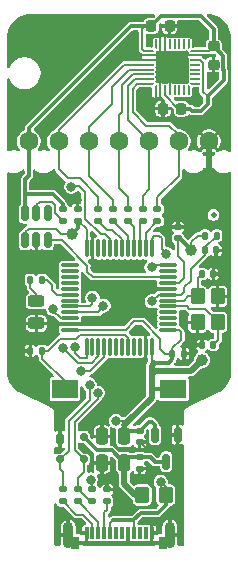
<source format=gbr>
%TF.GenerationSoftware,KiCad,Pcbnew,9.0.0+1*%
%TF.CreationDate,2025-04-22T17:16:52+02:00*%
%TF.ProjectId,ts13_dev_kit,74733133-5f64-4657-965f-6b69742e6b69,rev?*%
%TF.SameCoordinates,Original*%
%TF.FileFunction,Copper,L1,Top*%
%TF.FilePolarity,Positive*%
%FSLAX46Y46*%
G04 Gerber Fmt 4.6, Leading zero omitted, Abs format (unit mm)*
G04 Created by KiCad (PCBNEW 9.0.0+1) date 2025-04-22 17:16:52*
%MOMM*%
%LPD*%
G01*
G04 APERTURE LIST*
G04 Aperture macros list*
%AMRoundRect*
0 Rectangle with rounded corners*
0 $1 Rounding radius*
0 $2 $3 $4 $5 $6 $7 $8 $9 X,Y pos of 4 corners*
0 Add a 4 corners polygon primitive as box body*
4,1,4,$2,$3,$4,$5,$6,$7,$8,$9,$2,$3,0*
0 Add four circle primitives for the rounded corners*
1,1,$1+$1,$2,$3*
1,1,$1+$1,$4,$5*
1,1,$1+$1,$6,$7*
1,1,$1+$1,$8,$9*
0 Add four rect primitives between the rounded corners*
20,1,$1+$1,$2,$3,$4,$5,0*
20,1,$1+$1,$4,$5,$6,$7,0*
20,1,$1+$1,$6,$7,$8,$9,0*
20,1,$1+$1,$8,$9,$2,$3,0*%
%AMFreePoly0*
4,1,14,0.314644,0.085355,0.385355,0.014644,0.400000,-0.020711,0.400000,-0.050000,0.385355,-0.085355,0.350000,-0.100000,-0.350000,-0.100000,-0.385355,-0.085355,-0.400000,-0.050000,-0.400000,0.050000,-0.385355,0.085355,-0.350000,0.100000,0.279289,0.100000,0.314644,0.085355,0.314644,0.085355,$1*%
%AMFreePoly1*
4,1,14,0.385355,0.085355,0.400000,0.050000,0.400000,0.020711,0.385355,-0.014644,0.314644,-0.085355,0.279289,-0.100000,-0.350000,-0.100000,-0.385355,-0.085355,-0.400000,-0.050000,-0.400000,0.050000,-0.385355,0.085355,-0.350000,0.100000,0.350000,0.100000,0.385355,0.085355,0.385355,0.085355,$1*%
%AMFreePoly2*
4,1,14,0.085355,0.385355,0.100000,0.350000,0.100000,-0.350000,0.085355,-0.385355,0.050000,-0.400000,-0.050000,-0.400000,-0.085355,-0.385355,-0.100000,-0.350000,-0.100000,0.279289,-0.085355,0.314644,-0.014644,0.385355,0.020711,0.400000,0.050000,0.400000,0.085355,0.385355,0.085355,0.385355,$1*%
%AMFreePoly3*
4,1,14,0.014644,0.385355,0.085355,0.314644,0.100000,0.279289,0.100000,-0.350000,0.085355,-0.385355,0.050000,-0.400000,-0.050000,-0.400000,-0.085355,-0.385355,-0.100000,-0.350000,-0.100000,0.350000,-0.085355,0.385355,-0.050000,0.400000,-0.020711,0.400000,0.014644,0.385355,0.014644,0.385355,$1*%
%AMFreePoly4*
4,1,14,0.385355,0.085355,0.400000,0.050000,0.400000,-0.050000,0.385355,-0.085355,0.350000,-0.100000,-0.279289,-0.100000,-0.314644,-0.085355,-0.385355,-0.014644,-0.400000,0.020711,-0.400000,0.050000,-0.385355,0.085355,-0.350000,0.100000,0.350000,0.100000,0.385355,0.085355,0.385355,0.085355,$1*%
%AMFreePoly5*
4,1,14,0.385355,0.085355,0.400000,0.050000,0.400000,-0.050000,0.385355,-0.085355,0.350000,-0.100000,-0.350000,-0.100000,-0.385355,-0.085355,-0.400000,-0.050000,-0.400000,-0.020711,-0.385355,0.014644,-0.314644,0.085355,-0.279289,0.100000,0.350000,0.100000,0.385355,0.085355,0.385355,0.085355,$1*%
%AMFreePoly6*
4,1,14,0.085355,0.385355,0.100000,0.350000,0.100000,-0.279289,0.085355,-0.314644,0.014644,-0.385355,-0.020711,-0.400000,-0.050000,-0.400000,-0.085355,-0.385355,-0.100000,-0.350000,-0.100000,0.350000,-0.085355,0.385355,-0.050000,0.400000,0.050000,0.400000,0.085355,0.385355,0.085355,0.385355,$1*%
%AMFreePoly7*
4,1,14,0.085355,0.385355,0.100000,0.350000,0.100000,-0.350000,0.085355,-0.385355,0.050000,-0.400000,0.020711,-0.400000,-0.014644,-0.385355,-0.085355,-0.314644,-0.100000,-0.279289,-0.100000,0.350000,-0.085355,0.385355,-0.050000,0.400000,0.050000,0.400000,0.085355,0.385355,0.085355,0.385355,$1*%
G04 Aperture macros list end*
%TA.AperFunction,SMDPad,CuDef*%
%ADD10RoundRect,0.225000X-0.225000X-0.250000X0.225000X-0.250000X0.225000X0.250000X-0.225000X0.250000X0*%
%TD*%
%TA.AperFunction,SMDPad,CuDef*%
%ADD11R,0.300000X1.000000*%
%TD*%
%TA.AperFunction,ComponentPad*%
%ADD12O,0.850000X2.250000*%
%TD*%
%TA.AperFunction,SMDPad,CuDef*%
%ADD13R,0.800000X1.000000*%
%TD*%
%TA.AperFunction,SMDPad,CuDef*%
%ADD14RoundRect,0.140000X-0.170000X0.140000X-0.170000X-0.140000X0.170000X-0.140000X0.170000X0.140000X0*%
%TD*%
%TA.AperFunction,SMDPad,CuDef*%
%ADD15RoundRect,0.150000X-0.150000X0.512500X-0.150000X-0.512500X0.150000X-0.512500X0.150000X0.512500X0*%
%TD*%
%TA.AperFunction,SMDPad,CuDef*%
%ADD16RoundRect,0.135000X-0.185000X0.135000X-0.185000X-0.135000X0.185000X-0.135000X0.185000X0.135000X0*%
%TD*%
%TA.AperFunction,ComponentPad*%
%ADD17C,1.600000*%
%TD*%
%TA.AperFunction,SMDPad,CuDef*%
%ADD18RoundRect,0.135000X-0.135000X-0.185000X0.135000X-0.185000X0.135000X0.185000X-0.135000X0.185000X0*%
%TD*%
%TA.AperFunction,SMDPad,CuDef*%
%ADD19R,2.180000X1.600000*%
%TD*%
%TA.AperFunction,SMDPad,CuDef*%
%ADD20RoundRect,0.140000X0.140000X0.170000X-0.140000X0.170000X-0.140000X-0.170000X0.140000X-0.170000X0*%
%TD*%
%TA.AperFunction,SMDPad,CuDef*%
%ADD21FreePoly0,0.000000*%
%TD*%
%TA.AperFunction,SMDPad,CuDef*%
%ADD22RoundRect,0.050000X-0.350000X-0.050000X0.350000X-0.050000X0.350000X0.050000X-0.350000X0.050000X0*%
%TD*%
%TA.AperFunction,SMDPad,CuDef*%
%ADD23FreePoly1,0.000000*%
%TD*%
%TA.AperFunction,SMDPad,CuDef*%
%ADD24FreePoly2,0.000000*%
%TD*%
%TA.AperFunction,SMDPad,CuDef*%
%ADD25RoundRect,0.050000X-0.050000X-0.350000X0.050000X-0.350000X0.050000X0.350000X-0.050000X0.350000X0*%
%TD*%
%TA.AperFunction,SMDPad,CuDef*%
%ADD26FreePoly3,0.000000*%
%TD*%
%TA.AperFunction,SMDPad,CuDef*%
%ADD27FreePoly4,0.000000*%
%TD*%
%TA.AperFunction,SMDPad,CuDef*%
%ADD28FreePoly5,0.000000*%
%TD*%
%TA.AperFunction,SMDPad,CuDef*%
%ADD29FreePoly6,0.000000*%
%TD*%
%TA.AperFunction,SMDPad,CuDef*%
%ADD30FreePoly7,0.000000*%
%TD*%
%TA.AperFunction,HeatsinkPad*%
%ADD31R,2.650000X2.650000*%
%TD*%
%TA.AperFunction,SMDPad,CuDef*%
%ADD32RoundRect,0.250000X0.350000X-0.450000X0.350000X0.450000X-0.350000X0.450000X-0.350000X-0.450000X0*%
%TD*%
%TA.AperFunction,SMDPad,CuDef*%
%ADD33RoundRect,0.243750X0.456250X-0.243750X0.456250X0.243750X-0.456250X0.243750X-0.456250X-0.243750X0*%
%TD*%
%TA.AperFunction,SMDPad,CuDef*%
%ADD34RoundRect,0.225000X0.225000X0.250000X-0.225000X0.250000X-0.225000X-0.250000X0.225000X-0.250000X0*%
%TD*%
%TA.AperFunction,SMDPad,CuDef*%
%ADD35RoundRect,0.225000X0.250000X-0.225000X0.250000X0.225000X-0.250000X0.225000X-0.250000X-0.225000X0*%
%TD*%
%TA.AperFunction,SMDPad,CuDef*%
%ADD36RoundRect,0.075000X0.662500X0.075000X-0.662500X0.075000X-0.662500X-0.075000X0.662500X-0.075000X0*%
%TD*%
%TA.AperFunction,SMDPad,CuDef*%
%ADD37RoundRect,0.075000X0.075000X0.662500X-0.075000X0.662500X-0.075000X-0.662500X0.075000X-0.662500X0*%
%TD*%
%TA.AperFunction,SMDPad,CuDef*%
%ADD38RoundRect,0.135000X0.185000X-0.135000X0.185000X0.135000X-0.185000X0.135000X-0.185000X-0.135000X0*%
%TD*%
%TA.AperFunction,SMDPad,CuDef*%
%ADD39RoundRect,0.250000X-0.350000X-0.450000X0.350000X-0.450000X0.350000X0.450000X-0.350000X0.450000X0*%
%TD*%
%TA.AperFunction,SMDPad,CuDef*%
%ADD40RoundRect,0.250000X0.250000X0.475000X-0.250000X0.475000X-0.250000X-0.475000X0.250000X-0.475000X0*%
%TD*%
%TA.AperFunction,SMDPad,CuDef*%
%ADD41RoundRect,0.150000X0.150000X-0.512500X0.150000X0.512500X-0.150000X0.512500X-0.150000X-0.512500X0*%
%TD*%
%TA.AperFunction,SMDPad,CuDef*%
%ADD42RoundRect,0.140000X-0.140000X-0.170000X0.140000X-0.170000X0.140000X0.170000X-0.140000X0.170000X0*%
%TD*%
%TA.AperFunction,SMDPad,CuDef*%
%ADD43RoundRect,0.135000X0.135000X0.185000X-0.135000X0.185000X-0.135000X-0.185000X0.135000X-0.185000X0*%
%TD*%
%TA.AperFunction,SMDPad,CuDef*%
%ADD44RoundRect,0.175000X-0.175000X-0.325000X0.175000X-0.325000X0.175000X0.325000X-0.175000X0.325000X0*%
%TD*%
%TA.AperFunction,SMDPad,CuDef*%
%ADD45RoundRect,0.150000X-0.200000X-0.150000X0.200000X-0.150000X0.200000X0.150000X-0.200000X0.150000X0*%
%TD*%
%TA.AperFunction,SMDPad,CuDef*%
%ADD46C,0.500000*%
%TD*%
%TA.AperFunction,ViaPad*%
%ADD47C,0.800000*%
%TD*%
%TA.AperFunction,ViaPad*%
%ADD48C,1.000000*%
%TD*%
%TA.AperFunction,Conductor*%
%ADD49C,0.200000*%
%TD*%
%TA.AperFunction,Conductor*%
%ADD50C,0.500000*%
%TD*%
%TA.AperFunction,Conductor*%
%ADD51C,0.300000*%
%TD*%
G04 APERTURE END LIST*
D10*
%TO.P,C2,1*%
%TO.N,GND*%
X133725000Y-58500000D03*
%TO.P,C2,2*%
%TO.N,T_VCC*%
X135275000Y-58500000D03*
%TD*%
D11*
%TO.P,J1,A1,GND*%
%TO.N,GND*%
X132750000Y-94440000D03*
%TO.P,J1,A2*%
%TO.N,N/C*%
X132240000Y-94440000D03*
%TO.P,J1,A3*%
X131750000Y-94440000D03*
%TO.P,J1,A4,VBUS*%
%TO.N,Net-(F1-Pad2)*%
X131250000Y-94440000D03*
%TO.P,J1,A5,CC*%
%TO.N,Net-(J1-CC)*%
X128750000Y-94440000D03*
%TO.P,J1,A6,D+*%
%TO.N,Net-(J1-D+)*%
X128250000Y-94440000D03*
%TO.P,J1,A7,D-*%
%TO.N,Net-(J1-D-)*%
X127750000Y-94440000D03*
%TO.P,J1,A12,GND*%
%TO.N,GND*%
X127250000Y-94440000D03*
%TO.P,J1,B9,VBUS*%
%TO.N,Net-(F1-Pad2)*%
X129250000Y-94440000D03*
%TO.P,J1,B10*%
%TO.N,N/C*%
X129750000Y-94440000D03*
%TO.P,J1,B11*%
X130250000Y-94440000D03*
%TO.P,J1,B12,GND*%
%TO.N,GND*%
X130750000Y-94440000D03*
D12*
%TO.P,J1,S1,SHIELD*%
X125700000Y-94600000D03*
D13*
X126300000Y-95250000D03*
X133700000Y-95250000D03*
D12*
X134300000Y-94600000D03*
%TD*%
D14*
%TO.P,C13,1*%
%TO.N,GND*%
X126500000Y-67020000D03*
%TO.P,C13,2*%
%TO.N,VCC*%
X126500000Y-67980000D03*
%TD*%
D15*
%TO.P,IC3,1,GND*%
%TO.N,GND*%
X134950000Y-86112500D03*
%TO.P,IC3,2,VO*%
%TO.N,VCC*%
X133050000Y-86112500D03*
%TO.P,IC3,3,VI*%
%TO.N,/USB_PWR_5V*%
X134000000Y-88387500D03*
%TD*%
D16*
%TO.P,R7,1*%
%TO.N,Net-(IC1-CSN)*%
X133250000Y-66990000D03*
%TO.P,R7,2*%
%TO.N,/SPI_CS*%
X133250000Y-68010000D03*
%TD*%
%TO.P,R3,1*%
%TO.N,Net-(IC1-SDI)*%
X129500000Y-66990000D03*
%TO.P,R3,2*%
%TO.N,/SPI_MOSI*%
X129500000Y-68010000D03*
%TD*%
D17*
%TO.P,PAD3,1,1*%
%TO.N,Net-(IC1-GPO)*%
X124900000Y-61250000D03*
%TD*%
D18*
%TO.P,R1,1*%
%TO.N,VCC*%
X137240000Y-69250000D03*
%TO.P,R1,2*%
%TO.N,/NRST*%
X138260000Y-69250000D03*
%TD*%
D17*
%TO.P,PAD4,1,1*%
%TO.N,Net-(IC1-CSN)*%
X135060000Y-61250000D03*
%TD*%
D19*
%TO.P,SW1,1,1*%
%TO.N,VCC*%
X134590000Y-82250000D03*
%TO.P,SW1,2,2*%
%TO.N,/BOOT1*%
X125410000Y-82250000D03*
%TD*%
D17*
%TO.P,PAD6,1,1*%
%TO.N,Net-(IC1-SDO)*%
X129980000Y-61250000D03*
%TD*%
D20*
%TO.P,C9,1*%
%TO.N,GND*%
X135480000Y-79250000D03*
%TO.P,C9,2*%
%TO.N,VCC*%
X134520000Y-79250000D03*
%TD*%
D21*
%TO.P,IC1,1,VCC*%
%TO.N,T_VCC*%
X132550000Y-53600000D03*
D22*
%TO.P,IC1,2,GND*%
%TO.N,GND*%
X132550000Y-54000000D03*
%TO.P,IC1,3,PULLDN*%
X132550000Y-54400000D03*
%TO.P,IC1,4,GPO*%
%TO.N,Net-(IC1-GPO)*%
X132550000Y-54800000D03*
%TO.P,IC1,5,SDI*%
%TO.N,Net-(IC1-SDI)*%
X132550000Y-55200000D03*
%TO.P,IC1,6,SDO*%
%TO.N,Net-(IC1-SDO)*%
X132550000Y-55600000D03*
%TO.P,IC1,7,SCK*%
%TO.N,Net-(IC1-SCK)*%
X132550000Y-56000000D03*
D23*
%TO.P,IC1,8,CSN*%
%TO.N,Net-(IC1-CSN)*%
X132550000Y-56400000D03*
D24*
%TO.P,IC1,9,PULLDN*%
%TO.N,GND*%
X133100000Y-56950000D03*
D25*
%TO.P,IC1,10,PULLDN*%
X133500000Y-56950000D03*
%TO.P,IC1,11,VCC*%
%TO.N,T_VCC*%
X133900000Y-56950000D03*
%TO.P,IC1,12,GND*%
%TO.N,GND*%
X134300000Y-56950000D03*
%TO.P,IC1,13,DNC*%
%TO.N,unconnected-(IC1-DNC-Pad13)*%
X134700000Y-56950000D03*
%TO.P,IC1,14,DNC*%
%TO.N,unconnected-(IC1-DNC-Pad14)*%
X135100000Y-56950000D03*
%TO.P,IC1,15*%
%TO.N,N/C*%
X135500000Y-56950000D03*
D26*
%TO.P,IC1,16*%
X135900000Y-56950000D03*
D27*
%TO.P,IC1,17,DNC*%
%TO.N,unconnected-(IC1-DNC-Pad17)*%
X136450000Y-56400000D03*
D22*
%TO.P,IC1,18,DNC*%
%TO.N,unconnected-(IC1-DNC-Pad18)*%
X136450000Y-56000000D03*
%TO.P,IC1,19,DNC*%
%TO.N,unconnected-(IC1-DNC-Pad19)*%
X136450000Y-55600000D03*
%TO.P,IC1,20,DNC*%
%TO.N,unconnected-(IC1-DNC-Pad20)*%
X136450000Y-55200000D03*
%TO.P,IC1,21,DNC*%
%TO.N,unconnected-(IC1-DNC-Pad21)*%
X136450000Y-54800000D03*
%TO.P,IC1,22,PULLUP*%
%TO.N,T_VCC*%
X136450000Y-54400000D03*
%TO.P,IC1,23,GND*%
%TO.N,GND*%
X136450000Y-54000000D03*
D28*
%TO.P,IC1,24,VCC*%
%TO.N,T_VCC*%
X136450000Y-53600000D03*
D29*
%TO.P,IC1,25*%
%TO.N,N/C*%
X135900000Y-53050000D03*
D25*
%TO.P,IC1,26,DNC*%
%TO.N,unconnected-(IC1-DNC-Pad26)*%
X135500000Y-53050000D03*
%TO.P,IC1,27,DNC*%
%TO.N,unconnected-(IC1-DNC-Pad27)*%
X135100000Y-53050000D03*
%TO.P,IC1,28,DNC*%
%TO.N,unconnected-(IC1-DNC-Pad28)*%
X134700000Y-53050000D03*
%TO.P,IC1,29,DNC*%
%TO.N,unconnected-(IC1-DNC-Pad29)*%
X134300000Y-53050000D03*
%TO.P,IC1,30,PULLDN*%
%TO.N,GND*%
X133900000Y-53050000D03*
%TO.P,IC1,31,PULLDN*%
X133500000Y-53050000D03*
D30*
%TO.P,IC1,32*%
%TO.N,N/C*%
X133100000Y-53050000D03*
D31*
%TO.P,IC1,33,TP*%
%TO.N,GND*%
X134500000Y-55000000D03*
%TD*%
D32*
%TO.P,X1,1,1*%
%TO.N,Net-(IC2-PH0)*%
X138350000Y-76600000D03*
%TO.P,X1,2,2*%
%TO.N,GND*%
X138350000Y-74400000D03*
%TO.P,X1,3,3*%
%TO.N,Net-(IC2-PH1)*%
X136650000Y-74400000D03*
%TO.P,X1,4,4*%
%TO.N,GND*%
X136650000Y-76600000D03*
%TD*%
D14*
%TO.P,C5,1*%
%TO.N,/USB_PWR_5V*%
X131750000Y-88020000D03*
%TO.P,C5,2*%
%TO.N,GND*%
X131750000Y-88980000D03*
%TD*%
D33*
%TO.P,D1,1,K*%
%TO.N,GND*%
X123000000Y-76687500D03*
%TO.P,D1,2,A*%
%TO.N,Net-(D1-A)*%
X123000000Y-74812500D03*
%TD*%
D18*
%TO.P,R13,1*%
%TO.N,Net-(D1-A)*%
X122490000Y-73000000D03*
%TO.P,R13,2*%
%TO.N,/LED*%
X123510000Y-73000000D03*
%TD*%
D34*
%TO.P,C1,1*%
%TO.N,GND*%
X134275000Y-51500000D03*
%TO.P,C1,2*%
%TO.N,T_VCC*%
X132725000Y-51500000D03*
%TD*%
D17*
%TO.P,PAD2,1,1*%
%TO.N,GND*%
X137600000Y-61250000D03*
%TD*%
D35*
%TO.P,C3,1*%
%TO.N,GND*%
X138000000Y-54775000D03*
%TO.P,C3,2*%
%TO.N,T_VCC*%
X138000000Y-53225000D03*
%TD*%
D20*
%TO.P,C11,1*%
%TO.N,Net-(IC2-PH0)*%
X137980000Y-78500000D03*
%TO.P,C11,2*%
%TO.N,GND*%
X137020000Y-78500000D03*
%TD*%
D36*
%TO.P,IC2,1,VBAT*%
%TO.N,VCC*%
X134162500Y-77250000D03*
%TO.P,IC2,2,PC13*%
%TO.N,unconnected-(IC2-PC13-Pad2)*%
X134162500Y-76750000D03*
%TO.P,IC2,3,PC14*%
%TO.N,unconnected-(IC2-PC14-Pad3)*%
X134162500Y-76250000D03*
%TO.P,IC2,4,PC15*%
%TO.N,unconnected-(IC2-PC15-Pad4)*%
X134162500Y-75750000D03*
%TO.P,IC2,5,PH0*%
%TO.N,Net-(IC2-PH0)*%
X134162500Y-75250000D03*
%TO.P,IC2,6,PH1*%
%TO.N,Net-(IC2-PH1)*%
X134162500Y-74750000D03*
%TO.P,IC2,7,NRST*%
%TO.N,/NRST*%
X134162500Y-74250000D03*
%TO.P,IC2,8,VSSA*%
%TO.N,GND*%
X134162500Y-73750000D03*
%TO.P,IC2,9,VDDA*%
%TO.N,VCC*%
X134162500Y-73250000D03*
%TO.P,IC2,10,PA0*%
%TO.N,/T_PWR_ON*%
X134162500Y-72750000D03*
%TO.P,IC2,11,PA1*%
%TO.N,unconnected-(IC2-PA1-Pad11)*%
X134162500Y-72250000D03*
%TO.P,IC2,12,PA2*%
%TO.N,/U2_TX*%
X134162500Y-71750000D03*
D37*
%TO.P,IC2,13,PA3*%
%TO.N,/U2_RX*%
X132750000Y-70337500D03*
%TO.P,IC2,14,PA4*%
%TO.N,/SPI_CS*%
X132250000Y-70337500D03*
%TO.P,IC2,15,PA5*%
%TO.N,/SPI_SCK*%
X131750000Y-70337500D03*
%TO.P,IC2,16,PA6*%
%TO.N,/SPI_MISO*%
X131250000Y-70337500D03*
%TO.P,IC2,17,PA7*%
%TO.N,/SPI_MOSI*%
X130750000Y-70337500D03*
%TO.P,IC2,18,PB0*%
%TO.N,/GPO*%
X130250000Y-70337500D03*
%TO.P,IC2,19,PB1*%
%TO.N,unconnected-(IC2-PB1-Pad19)*%
X129750000Y-70337500D03*
%TO.P,IC2,20,PB2*%
%TO.N,Net-(IC2-PB2)*%
X129250000Y-70337500D03*
%TO.P,IC2,21,PB10*%
%TO.N,unconnected-(IC2-PB10-Pad21)*%
X128750000Y-70337500D03*
%TO.P,IC2,22,VCAP*%
%TO.N,unconnected-(IC2-VCAP-Pad22)*%
X128250000Y-70337500D03*
%TO.P,IC2,23,VSS*%
%TO.N,GND*%
X127750000Y-70337500D03*
%TO.P,IC2,24,VDD*%
%TO.N,VCC*%
X127250000Y-70337500D03*
D36*
%TO.P,IC2,25,PB12*%
%TO.N,unconnected-(IC2-PB12-Pad25)*%
X125837500Y-71750000D03*
%TO.P,IC2,26,PB13*%
%TO.N,unconnected-(IC2-PB13-Pad26)*%
X125837500Y-72250000D03*
%TO.P,IC2,27,PB14*%
%TO.N,unconnected-(IC2-PB14-Pad27)*%
X125837500Y-72750000D03*
%TO.P,IC2,28,PB15*%
%TO.N,unconnected-(IC2-PB15-Pad28)*%
X125837500Y-73250000D03*
%TO.P,IC2,29,PA8*%
%TO.N,unconnected-(IC2-PA8-Pad29)*%
X125837500Y-73750000D03*
%TO.P,IC2,30,PA9*%
%TO.N,/LED*%
X125837500Y-74250000D03*
%TO.P,IC2,31,PA10*%
%TO.N,unconnected-(IC2-PA10-Pad31)*%
X125837500Y-74750000D03*
%TO.P,IC2,32,PA11*%
%TO.N,/USB_N*%
X125837500Y-75250000D03*
%TO.P,IC2,33,PA12*%
%TO.N,/USB_P*%
X125837500Y-75750000D03*
%TO.P,IC2,34,PA13*%
%TO.N,/SWDIO*%
X125837500Y-76250000D03*
%TO.P,IC2,35,VSS*%
%TO.N,GND*%
X125837500Y-76750000D03*
%TO.P,IC2,36,VDD*%
%TO.N,VCC*%
X125837500Y-77250000D03*
D37*
%TO.P,IC2,37,PA14*%
%TO.N,/SWCLK*%
X127250000Y-78662500D03*
%TO.P,IC2,38,PA15*%
%TO.N,unconnected-(IC2-PA15-Pad38)*%
X127750000Y-78662500D03*
%TO.P,IC2,39,PB3*%
%TO.N,Net-(IC2-PB3)*%
X128250000Y-78662500D03*
%TO.P,IC2,40,PB4*%
%TO.N,Net-(IC2-PB4)*%
X128750000Y-78662500D03*
%TO.P,IC2,41,PB5*%
%TO.N,unconnected-(IC2-PB5-Pad41)*%
X129250000Y-78662500D03*
%TO.P,IC2,42,PB6*%
%TO.N,unconnected-(IC2-PB6-Pad42)*%
X129750000Y-78662500D03*
%TO.P,IC2,43,PB7*%
%TO.N,unconnected-(IC2-PB7-Pad43)*%
X130250000Y-78662500D03*
%TO.P,IC2,44,PH3*%
%TO.N,/BOOT1*%
X130750000Y-78662500D03*
%TO.P,IC2,45,PB8*%
%TO.N,unconnected-(IC2-PB8-Pad45)*%
X131250000Y-78662500D03*
%TO.P,IC2,46,PB9*%
%TO.N,unconnected-(IC2-PB9-Pad46)*%
X131750000Y-78662500D03*
%TO.P,IC2,47,VSS*%
%TO.N,GND*%
X132250000Y-78662500D03*
%TO.P,IC2,48,VDD*%
%TO.N,VCC*%
X132750000Y-78662500D03*
%TD*%
D38*
%TO.P,R12,1*%
%TO.N,Net-(IC4-QOD)*%
X125250000Y-68010000D03*
%TO.P,R12,2*%
%TO.N,T_VCC*%
X125250000Y-66990000D03*
%TD*%
D39*
%TO.P,F1,1*%
%TO.N,/USB_PWR_5V*%
X131959484Y-91208019D03*
%TO.P,F1,2*%
%TO.N,Net-(F1-Pad2)*%
X133959484Y-91208019D03*
%TD*%
D40*
%TO.P,C4,1*%
%TO.N,/USB_PWR_5V*%
X130450000Y-88500000D03*
%TO.P,C4,2*%
%TO.N,GND*%
X128550000Y-88500000D03*
%TD*%
D16*
%TO.P,R5,1*%
%TO.N,Net-(IC1-SCK)*%
X132000000Y-66990000D03*
%TO.P,R5,2*%
%TO.N,/SPI_SCK*%
X132000000Y-68010000D03*
%TD*%
D17*
%TO.P,PAD1,1,1*%
%TO.N,T_VCC*%
X122360000Y-61250000D03*
%TD*%
D41*
%TO.P,IC4,1,VIN*%
%TO.N,VCC*%
X122050000Y-69637500D03*
%TO.P,IC4,2,GND*%
%TO.N,GND*%
X123000000Y-69637500D03*
%TO.P,IC4,3,ON*%
%TO.N,/T_PWR_ON*%
X123950000Y-69637500D03*
%TO.P,IC4,4,CT*%
%TO.N,unconnected-(IC4-CT-Pad4)*%
X123950000Y-67362500D03*
%TO.P,IC4,5,QOD*%
%TO.N,Net-(IC4-QOD)*%
X123000000Y-67362500D03*
%TO.P,IC4,6,VOUT*%
%TO.N,T_VCC*%
X122050000Y-67362500D03*
%TD*%
D38*
%TO.P,R10,1*%
%TO.N,Net-(J1-D+)*%
X126500000Y-91760000D03*
%TO.P,R10,2*%
%TO.N,/USB_P*%
X126500000Y-90740000D03*
%TD*%
D17*
%TO.P,PAD7,1,1*%
%TO.N,Net-(IC1-SDI)*%
X127440000Y-61250000D03*
%TD*%
D42*
%TO.P,C12,1*%
%TO.N,Net-(IC2-PH1)*%
X137020000Y-72500000D03*
%TO.P,C12,2*%
%TO.N,GND*%
X137980000Y-72500000D03*
%TD*%
D16*
%TO.P,R2,1*%
%TO.N,Net-(IC1-GPO)*%
X128250000Y-66990000D03*
%TO.P,R2,2*%
%TO.N,/GPO*%
X128250000Y-68010000D03*
%TD*%
%TO.P,R11,1*%
%TO.N,VCC*%
X127750000Y-90740000D03*
%TO.P,R11,2*%
%TO.N,/USB_P*%
X127750000Y-91760000D03*
%TD*%
D42*
%TO.P,C10,1*%
%TO.N,/NRST*%
X137270000Y-70500000D03*
%TO.P,C10,2*%
%TO.N,GND*%
X138230000Y-70500000D03*
%TD*%
D14*
%TO.P,C8,1*%
%TO.N,GND*%
X135000000Y-68520000D03*
%TO.P,C8,2*%
%TO.N,VCC*%
X135000000Y-69480000D03*
%TD*%
D17*
%TO.P,PAD5,1,1*%
%TO.N,Net-(IC1-SCK)*%
X132520000Y-61250000D03*
%TD*%
D40*
%TO.P,C7,1*%
%TO.N,VCC*%
X130450000Y-86250000D03*
%TO.P,C7,2*%
%TO.N,GND*%
X128550000Y-86250000D03*
%TD*%
D14*
%TO.P,C6,1*%
%TO.N,VCC*%
X131750000Y-85770000D03*
%TO.P,C6,2*%
%TO.N,GND*%
X131750000Y-86730000D03*
%TD*%
D16*
%TO.P,R4,1*%
%TO.N,Net-(IC1-SDO)*%
X130750000Y-66990000D03*
%TO.P,R4,2*%
%TO.N,/SPI_MISO*%
X130750000Y-68010000D03*
%TD*%
D38*
%TO.P,R8,1*%
%TO.N,Net-(J1-CC)*%
X129000000Y-91760000D03*
%TO.P,R8,2*%
%TO.N,GND*%
X129000000Y-90740000D03*
%TD*%
%TO.P,R9,1*%
%TO.N,Net-(J1-D-)*%
X125250000Y-91760000D03*
%TO.P,R9,2*%
%TO.N,/USB_N*%
X125250000Y-90740000D03*
%TD*%
D43*
%TO.P,R6,1*%
%TO.N,/BOOT1*%
X123510000Y-79000000D03*
%TO.P,R6,2*%
%TO.N,GND*%
X122490000Y-79000000D03*
%TD*%
D44*
%TO.P,D2,1,GND*%
%TO.N,GND*%
X125000000Y-86500000D03*
D45*
%TO.P,D2,2,I/O1*%
%TO.N,/USB_N*%
X125000000Y-88200000D03*
%TO.P,D2,3,I/O2*%
%TO.N,/USB_P*%
X127000000Y-88200000D03*
%TO.P,D2,4,VCC*%
%TO.N,/USB_PWR_5V*%
X127000000Y-86300000D03*
%TD*%
D46*
%TO.P,FID1,*%
%TO.N,*%
X138000000Y-67500000D03*
%TD*%
D47*
%TO.N,GND*%
X126411000Y-66200000D03*
X128000000Y-85000000D03*
X129000000Y-89750000D03*
X121000000Y-65000000D03*
X122750000Y-51000000D03*
X136250000Y-78500000D03*
X138000000Y-55750000D03*
X127250000Y-73500000D03*
X132100000Y-57200000D03*
X132750000Y-76000000D03*
X136800000Y-52600000D03*
X131750000Y-82000000D03*
X139090000Y-81260000D03*
X131000000Y-52750000D03*
X123000000Y-77750000D03*
X126300000Y-57550000D03*
X121000000Y-57500000D03*
X131000000Y-53920000D03*
X123500000Y-71000000D03*
X138900000Y-52300000D03*
X120920000Y-81170000D03*
X132750000Y-73750000D03*
X136600000Y-57800000D03*
X131500000Y-72000000D03*
X120920000Y-70750000D03*
X130000000Y-92000000D03*
X121000000Y-52750000D03*
X128000000Y-72000000D03*
X124910000Y-85150000D03*
X139000000Y-65000000D03*
X135030000Y-92570000D03*
X127500000Y-76500000D03*
X130000000Y-51000000D03*
X132740000Y-58480000D03*
X138750000Y-72500000D03*
X135600000Y-51600000D03*
X120920000Y-78500000D03*
X124940000Y-92850000D03*
X132500000Y-89500000D03*
X139000000Y-57500000D03*
X134990000Y-87240000D03*
X131750000Y-77250000D03*
X139000000Y-68140000D03*
D48*
%TO.N,VCC*%
X137020000Y-79770000D03*
D47*
X127600000Y-89900000D03*
D48*
X126000000Y-69100000D03*
D47*
X129750000Y-84950000D03*
D48*
X136130000Y-70480000D03*
D47*
%TO.N,/NRST*%
X132770000Y-74820000D03*
%TO.N,/USB_P*%
X128200000Y-82580000D03*
X128680000Y-75188280D03*
%TO.N,/USB_N*%
X127750000Y-74500000D03*
X127500000Y-81858611D03*
%TO.N,/SWCLK*%
X126300000Y-78700000D03*
%TO.N,/U2_TX*%
X132750000Y-71930000D03*
%TO.N,/SWDIO*%
X124420000Y-75450000D03*
%TO.N,/U2_RX*%
X133970000Y-70780000D03*
%TO.N,Net-(F1-Pad2)*%
X133520000Y-90110000D03*
%TO.N,Net-(IC2-PB3)*%
X125229975Y-78759975D03*
%TO.N,Net-(IC2-PB2)*%
X125960000Y-65100000D03*
%TO.N,Net-(IC2-PB4)*%
X126810000Y-80710000D03*
%TD*%
D49*
%TO.N,VCC*%
X134162500Y-73250000D02*
X135090000Y-73250000D01*
X135090000Y-73250000D02*
X135520000Y-72820000D01*
X135520000Y-72820000D02*
X135520000Y-71520000D01*
X135520000Y-71520000D02*
X135000000Y-71000000D01*
X135000000Y-71000000D02*
X135000000Y-69480000D01*
%TO.N,Net-(IC2-PB2)*%
X126600000Y-65050000D02*
X127111000Y-65561000D01*
X128834824Y-69151000D02*
X129250000Y-69566176D01*
X125960000Y-65100000D02*
X126010000Y-65050000D01*
X129250000Y-69566176D02*
X129250000Y-70337500D01*
X126010000Y-65050000D02*
X126600000Y-65050000D01*
X127111000Y-65561000D02*
X127111000Y-67811340D01*
X127111000Y-67811340D02*
X128450660Y-69151000D01*
X128450660Y-69151000D02*
X128834824Y-69151000D01*
%TO.N,GND*%
X134300000Y-56950000D02*
X134300000Y-55200000D01*
X126499000Y-95399000D02*
X130100000Y-95399000D01*
X132550000Y-54000000D02*
X131080000Y-54000000D01*
X134300000Y-94650000D02*
X133700000Y-95250000D01*
X131080000Y-54000000D02*
X131000000Y-53920000D01*
X133900000Y-53050000D02*
X133900000Y-54400000D01*
X132250000Y-78662500D02*
X132250000Y-77750000D01*
X127750000Y-71750000D02*
X128000000Y-72000000D01*
X133500000Y-56950000D02*
X133500000Y-56000000D01*
X133500000Y-53050000D02*
X133500000Y-54000000D01*
X132260000Y-87240000D02*
X134990000Y-87240000D01*
X127250000Y-76750000D02*
X125837500Y-76750000D01*
X133500000Y-54000000D02*
X134500000Y-55000000D01*
X133500000Y-52280000D02*
X134070000Y-52280000D01*
X125700000Y-94600000D02*
X125700000Y-94650000D01*
X133500000Y-56950000D02*
X133500000Y-57660000D01*
X126300000Y-95250000D02*
X126350000Y-95250000D01*
X130100000Y-95399000D02*
X130699000Y-95399000D01*
X127500000Y-76500000D02*
X127250000Y-76750000D01*
X126500000Y-66289000D02*
X126411000Y-66200000D01*
X132550000Y-54400000D02*
X133900000Y-54400000D01*
X130750000Y-94440000D02*
X130750000Y-95349000D01*
X134300000Y-55200000D02*
X134500000Y-55000000D01*
X126500000Y-67020000D02*
X126500000Y-66289000D01*
X134162500Y-73750000D02*
X132750000Y-73750000D01*
X123000000Y-69637500D02*
X123000000Y-70500000D01*
X133100000Y-57730000D02*
X133430000Y-57730000D01*
X131480000Y-54400000D02*
X131000000Y-53920000D01*
X133500000Y-53050000D02*
X133500000Y-52280000D01*
X133500000Y-56000000D02*
X134500000Y-55000000D01*
X134300000Y-94600000D02*
X134300000Y-94650000D01*
X132250000Y-77750000D02*
X131750000Y-77250000D01*
X133900000Y-54400000D02*
X134500000Y-55000000D01*
X133900000Y-53050000D02*
X133900000Y-52290000D01*
X132550000Y-54400000D02*
X131480000Y-54400000D01*
X136450000Y-54000000D02*
X135500000Y-54000000D01*
X133430000Y-57730000D02*
X133500000Y-57660000D01*
X135500000Y-54000000D02*
X134500000Y-55000000D01*
X132550000Y-54000000D02*
X133500000Y-54000000D01*
X134070000Y-52280000D02*
X134080000Y-52290000D01*
X133551000Y-95399000D02*
X130699000Y-95399000D01*
X130699000Y-95399000D02*
X130700000Y-95399000D01*
X127750000Y-70337500D02*
X127750000Y-71750000D01*
X123000000Y-70500000D02*
X123500000Y-71000000D01*
X126350000Y-95250000D02*
X126499000Y-95399000D01*
X133700000Y-95250000D02*
X133551000Y-95399000D01*
X133100000Y-56950000D02*
X133100000Y-57730000D01*
X138000000Y-54000000D02*
X138000000Y-54775000D01*
X131750000Y-86730000D02*
X132260000Y-87240000D01*
X125700000Y-94650000D02*
X126300000Y-95250000D01*
D50*
X137600000Y-64800000D02*
X137600000Y-61350000D01*
D49*
X136450000Y-54000000D02*
X138000000Y-54000000D01*
%TO.N,VCC*%
X133500000Y-78890000D02*
X133860000Y-79250000D01*
D50*
X130705000Y-85045000D02*
X132750000Y-83000000D01*
D49*
X136130000Y-69800000D02*
X136130000Y-70480000D01*
X125837500Y-77250000D02*
X125887500Y-77300000D01*
D51*
X130450000Y-86250000D02*
X130450000Y-85300000D01*
X126500000Y-67980000D02*
X126500000Y-68600000D01*
D50*
X137020000Y-79770000D02*
X136080000Y-80710000D01*
D49*
X126568724Y-77223000D02*
X130577000Y-77223000D01*
D51*
X131750000Y-85770000D02*
X130930000Y-85770000D01*
X134250000Y-80000000D02*
X134520000Y-79730000D01*
X135130000Y-69480000D02*
X136130000Y-70480000D01*
X134520000Y-79730000D02*
X134520000Y-79250000D01*
D49*
X136680000Y-69250000D02*
X136130000Y-69800000D01*
X127250000Y-70337500D02*
X127250000Y-68730000D01*
X132750000Y-79750000D02*
X133000000Y-80000000D01*
X127750000Y-90050000D02*
X127600000Y-89900000D01*
X135260000Y-78060000D02*
X134520000Y-78800000D01*
X135080000Y-77250000D02*
X135260000Y-77430000D01*
X127250000Y-68730000D02*
X126500000Y-67980000D01*
X124624000Y-68674000D02*
X125050000Y-69100000D01*
D50*
X132750000Y-80250000D02*
X133000000Y-80000000D01*
X132750000Y-82250000D02*
X132750000Y-80970000D01*
D49*
X134162500Y-77250000D02*
X135080000Y-77250000D01*
X125887500Y-77300000D02*
X126491724Y-77300000D01*
X122351001Y-68674000D02*
X124624000Y-68674000D01*
D51*
X130930000Y-85770000D02*
X130450000Y-86250000D01*
X133050000Y-85300000D02*
X132750000Y-85000000D01*
D49*
X131991364Y-76500000D02*
X133500000Y-78008636D01*
X130577000Y-77223000D02*
X131300000Y-76500000D01*
X132750000Y-78662500D02*
X132750000Y-79750000D01*
D50*
X136080000Y-80710000D02*
X133010000Y-80710000D01*
D51*
X135000000Y-69480000D02*
X135130000Y-69480000D01*
D49*
X125050000Y-69100000D02*
X126000000Y-69100000D01*
D51*
X132750000Y-85000000D02*
X132520000Y-85000000D01*
D49*
X130620000Y-84950000D02*
X130705000Y-85035000D01*
D51*
X134590000Y-82250000D02*
X132750000Y-82250000D01*
D49*
X127750000Y-90740000D02*
X127750000Y-90050000D01*
D50*
X133010000Y-80710000D02*
X132750000Y-80970000D01*
D49*
X126491724Y-77300000D02*
X126568724Y-77223000D01*
D51*
X133000000Y-80000000D02*
X134250000Y-80000000D01*
D50*
X132750000Y-83000000D02*
X132750000Y-82250000D01*
D49*
X133500000Y-78008636D02*
X133500000Y-78890000D01*
X131300000Y-76500000D02*
X131991364Y-76500000D01*
D51*
X126500000Y-68600000D02*
X126000000Y-69100000D01*
D49*
X122050000Y-69637500D02*
X122050000Y-68975001D01*
X122050000Y-68975001D02*
X122351001Y-68674000D01*
X130705000Y-85035000D02*
X130705000Y-85045000D01*
X134520000Y-78800000D02*
X134520000Y-79250000D01*
D51*
X133050000Y-86112500D02*
X133050000Y-85300000D01*
D49*
X129750000Y-84950000D02*
X130620000Y-84950000D01*
D50*
X132750000Y-80970000D02*
X132750000Y-80250000D01*
D51*
X132520000Y-85000000D02*
X131750000Y-85770000D01*
D49*
X133860000Y-79250000D02*
X134520000Y-79250000D01*
X137240000Y-69250000D02*
X136680000Y-69250000D01*
D50*
X130450000Y-85300000D02*
X130705000Y-85045000D01*
D49*
X135260000Y-77430000D02*
X135260000Y-78060000D01*
D51*
%TO.N,/USB_PWR_5V*%
X133040000Y-88390000D02*
X133042500Y-88387500D01*
X133042500Y-88387500D02*
X134000000Y-88387500D01*
D50*
X131959484Y-91208019D02*
X131348019Y-91208019D01*
D51*
X130930000Y-88020000D02*
X130450000Y-88500000D01*
X129374000Y-87424000D02*
X130450000Y-88500000D01*
X131750000Y-88020000D02*
X130930000Y-88020000D01*
D50*
X130450000Y-90310000D02*
X130450000Y-88500000D01*
D51*
X132670000Y-88020000D02*
X133040000Y-88390000D01*
X128124000Y-87424000D02*
X129374000Y-87424000D01*
X127000000Y-86300000D02*
X128124000Y-87424000D01*
X131750000Y-88020000D02*
X132670000Y-88020000D01*
D50*
X131348019Y-91208019D02*
X130450000Y-90310000D01*
D49*
%TO.N,/NRST*%
X134162500Y-74250000D02*
X133340000Y-74250000D01*
X135510000Y-74020000D02*
X135510000Y-73610000D01*
X135510000Y-73610000D02*
X136060000Y-73060000D01*
X137270000Y-70500000D02*
X137270000Y-70240000D01*
X137270000Y-70890000D02*
X137270000Y-70500000D01*
X134162500Y-74250000D02*
X135280000Y-74250000D01*
X136060000Y-73060000D02*
X136060000Y-72100000D01*
X133340000Y-74250000D02*
X132770000Y-74820000D01*
X137270000Y-70240000D02*
X138260000Y-69250000D01*
X136060000Y-72100000D02*
X137270000Y-70890000D01*
X135280000Y-74250000D02*
X135510000Y-74020000D01*
D51*
%TO.N,T_VCC*%
X122050000Y-64490000D02*
X122050000Y-65750000D01*
D49*
X136875650Y-54400000D02*
X137110000Y-54634350D01*
D51*
X136900000Y-50650000D02*
X138000000Y-51750000D01*
X138850000Y-55269408D02*
X138825000Y-55244408D01*
D49*
X137110000Y-57062082D02*
X137500000Y-57452082D01*
X136450000Y-53600000D02*
X137625000Y-53600000D01*
X131950000Y-53440000D02*
X131950000Y-51740000D01*
X137110000Y-54634350D02*
X137110000Y-57062082D01*
D51*
X122360000Y-61250000D02*
X122360000Y-64180000D01*
X137500000Y-57452082D02*
X137500000Y-58100000D01*
D49*
X131950000Y-51740000D02*
X132190000Y-51500000D01*
D51*
X124410000Y-65750000D02*
X122050000Y-65750000D01*
X133575000Y-50650000D02*
X136900000Y-50650000D01*
X138850000Y-56102082D02*
X138850000Y-55269408D01*
D49*
X132110000Y-53600000D02*
X131950000Y-53440000D01*
D51*
X132725000Y-51500000D02*
X133575000Y-50650000D01*
X135285000Y-58510000D02*
X135275000Y-58500000D01*
D49*
X136450000Y-54400000D02*
X136875650Y-54400000D01*
D51*
X122050000Y-65750000D02*
X122050000Y-67362500D01*
X138825000Y-54050000D02*
X138000000Y-53225000D01*
X125250000Y-66990000D02*
X125250000Y-66590000D01*
X122360000Y-64180000D02*
X122050000Y-64490000D01*
X122360000Y-60140000D02*
X131000000Y-51500000D01*
X138825000Y-55244408D02*
X138825000Y-54050000D01*
X122360000Y-61250000D02*
X122360000Y-60140000D01*
D49*
X137625000Y-53600000D02*
X138000000Y-53225000D01*
D51*
X137500000Y-57452082D02*
X138850000Y-56102082D01*
X136920000Y-58680000D02*
X136200000Y-58680000D01*
D49*
X135024350Y-58500000D02*
X135275000Y-58500000D01*
D51*
X125250000Y-66590000D02*
X124410000Y-65750000D01*
X136200000Y-58680000D02*
X136030000Y-58510000D01*
X131000000Y-51500000D02*
X132725000Y-51500000D01*
D49*
X133900000Y-56950000D02*
X133900000Y-57375650D01*
D51*
X137500000Y-58100000D02*
X136920000Y-58680000D01*
D49*
X133900000Y-57375650D02*
X135024350Y-58500000D01*
D51*
X136030000Y-58510000D02*
X135285000Y-58510000D01*
D49*
X132190000Y-51500000D02*
X132725000Y-51500000D01*
X132550000Y-53600000D02*
X132110000Y-53600000D01*
D51*
X138000000Y-51750000D02*
X138000000Y-53225000D01*
D49*
%TO.N,Net-(D1-A)*%
X123000000Y-74180000D02*
X123000000Y-74812500D01*
X122490000Y-73000000D02*
X122490000Y-73670000D01*
X122490000Y-73670000D02*
X123000000Y-74180000D01*
%TO.N,/USB_P*%
X128680000Y-75320000D02*
X128250000Y-75750000D01*
X127000000Y-89250000D02*
X127000000Y-88200000D01*
X128200000Y-83050000D02*
X126230000Y-85020000D01*
X128680000Y-75188280D02*
X128680000Y-75320000D01*
X126230000Y-87430000D02*
X127000000Y-88200000D01*
X128200000Y-82580000D02*
X128200000Y-83050000D01*
X126230000Y-85020000D02*
X126230000Y-87430000D01*
X127520000Y-91760000D02*
X126500000Y-90740000D01*
X128250000Y-75750000D02*
X125837500Y-75750000D01*
X127750000Y-91760000D02*
X127520000Y-91760000D01*
X126500000Y-90740000D02*
X126500000Y-89750000D01*
X126500000Y-89750000D02*
X127000000Y-89250000D01*
%TO.N,/USB_N*%
X125250000Y-90740000D02*
X125250000Y-89250000D01*
X127750000Y-74500000D02*
X127750000Y-75000000D01*
X127500000Y-75250000D02*
X125837500Y-75250000D01*
X127500000Y-83140000D02*
X125730000Y-84910000D01*
X125730000Y-84910000D02*
X125730000Y-87470000D01*
X127500000Y-81858611D02*
X127500000Y-83140000D01*
X125250000Y-89250000D02*
X125000000Y-89000000D01*
X125000000Y-89000000D02*
X125000000Y-88200000D01*
X127750000Y-75000000D02*
X127500000Y-75250000D01*
X125730000Y-87470000D02*
X125000000Y-88200000D01*
%TO.N,/T_PWR_ON*%
X134162500Y-72750000D02*
X127758636Y-72750000D01*
X127758636Y-72750000D02*
X127299000Y-72290364D01*
X127299000Y-71799000D02*
X125137500Y-69637500D01*
X127299000Y-72290364D02*
X127299000Y-71799000D01*
X125137500Y-69637500D02*
X123950000Y-69637500D01*
%TO.N,/LED*%
X124340000Y-73470000D02*
X123870000Y-73000000D01*
X125837500Y-74250000D02*
X124750000Y-74250000D01*
X124340000Y-73840000D02*
X124340000Y-73470000D01*
X123870000Y-73000000D02*
X123510000Y-73000000D01*
X124750000Y-74250000D02*
X124340000Y-73840000D01*
%TO.N,/SPI_MOSI*%
X130750000Y-69260000D02*
X130750000Y-70337500D01*
X129500000Y-68010000D02*
X130750000Y-69260000D01*
%TO.N,/SPI_CS*%
X133250000Y-68010000D02*
X132250000Y-69010000D01*
X132250000Y-69010000D02*
X132250000Y-70337500D01*
%TO.N,/SWCLK*%
X126300000Y-79200000D02*
X126700000Y-79600000D01*
X126700000Y-79600000D02*
X127240000Y-79600000D01*
X127240000Y-79600000D02*
X127250000Y-79590000D01*
X127250000Y-79590000D02*
X127250000Y-78662500D01*
X126300000Y-78700000D02*
X126300000Y-79200000D01*
%TO.N,/U2_TX*%
X134162500Y-71750000D02*
X132930000Y-71750000D01*
X132930000Y-71750000D02*
X132750000Y-71930000D01*
%TO.N,/SWDIO*%
X124420000Y-75450000D02*
X124420000Y-75603824D01*
X125066176Y-76250000D02*
X125837500Y-76250000D01*
X124420000Y-75603824D02*
X125066176Y-76250000D01*
%TO.N,/U2_RX*%
X133400000Y-69280000D02*
X133600000Y-69480000D01*
X132750000Y-70337500D02*
X132750000Y-69500000D01*
X132970000Y-69280000D02*
X133400000Y-69280000D01*
X133600000Y-70410000D02*
X133970000Y-70780000D01*
X133600000Y-69480000D02*
X133600000Y-70410000D01*
X132750000Y-69500000D02*
X132970000Y-69280000D01*
%TO.N,/SPI_SCK*%
X132000000Y-68010000D02*
X131750000Y-68260000D01*
X131750000Y-68260000D02*
X131750000Y-70337500D01*
%TO.N,/SPI_MISO*%
X131250000Y-68510000D02*
X131250000Y-70337500D01*
X130750000Y-68010000D02*
X131250000Y-68510000D01*
%TO.N,/GPO*%
X130250000Y-69566176D02*
X129433824Y-68750000D01*
X130250000Y-70337500D02*
X130250000Y-69566176D01*
X128990000Y-68750000D02*
X128250000Y-68010000D01*
X129433824Y-68750000D02*
X128990000Y-68750000D01*
%TO.N,Net-(IC4-QOD)*%
X124551000Y-66659032D02*
X124290968Y-66399000D01*
X124290968Y-66399000D02*
X123301001Y-66399000D01*
X124551000Y-67311000D02*
X124551000Y-66659032D01*
X123301001Y-66399000D02*
X123000000Y-66700001D01*
X125250000Y-68010000D02*
X124551000Y-67311000D01*
X123000000Y-66700001D02*
X123000000Y-67362500D01*
%TO.N,Net-(F1-Pad2)*%
X129250000Y-93600000D02*
X129490000Y-93360000D01*
X133959484Y-90549484D02*
X133520000Y-90110000D01*
X133959484Y-91208019D02*
X133959484Y-90549484D01*
D51*
X133959484Y-92040516D02*
X133959484Y-91208019D01*
X129490000Y-93360000D02*
X131220000Y-93360000D01*
D49*
X129250000Y-94440000D02*
X129250000Y-93600000D01*
D51*
X131860000Y-92720000D02*
X133280000Y-92720000D01*
X133280000Y-92720000D02*
X133959484Y-92040516D01*
X131220000Y-93360000D02*
X131860000Y-92720000D01*
D49*
X131250000Y-93390000D02*
X131220000Y-93360000D01*
X131250000Y-94440000D02*
X131250000Y-93390000D01*
%TO.N,Net-(J1-CC)*%
X128750000Y-94440000D02*
X128750000Y-92690000D01*
X129000000Y-92440000D02*
X129000000Y-91760000D01*
X128750000Y-92690000D02*
X129000000Y-92440000D01*
%TO.N,Net-(J1-D+)*%
X128250000Y-94440000D02*
X128250000Y-93510000D01*
X128250000Y-93510000D02*
X126500000Y-91760000D01*
%TO.N,Net-(J1-D-)*%
X126360000Y-92870000D02*
X125250000Y-91760000D01*
X127750000Y-93688000D02*
X126932000Y-92870000D01*
X127750000Y-94440000D02*
X127750000Y-93688000D01*
X126932000Y-92870000D02*
X126360000Y-92870000D01*
%TO.N,/BOOT1*%
X130750000Y-77891176D02*
X130482824Y-77624000D01*
X126359824Y-77999000D02*
X125001000Y-77999000D01*
X124000000Y-79000000D02*
X123510000Y-79000000D01*
X130482824Y-77624000D02*
X126734824Y-77624000D01*
X125410000Y-81590000D02*
X123510000Y-79690000D01*
X130750000Y-78662500D02*
X130750000Y-77891176D01*
X126734824Y-77624000D02*
X126359824Y-77999000D01*
X125001000Y-77999000D02*
X124000000Y-79000000D01*
X125410000Y-82250000D02*
X125410000Y-81590000D01*
X123510000Y-79690000D02*
X123510000Y-79000000D01*
%TO.N,Net-(IC2-PH0)*%
X138380000Y-78100000D02*
X138380000Y-76630000D01*
X138380000Y-76630000D02*
X138350000Y-76600000D01*
X135959000Y-75460000D02*
X137310000Y-75460000D01*
X134162500Y-75250000D02*
X135749000Y-75250000D01*
X138350000Y-76500000D02*
X138350000Y-76600000D01*
X135749000Y-75250000D02*
X135959000Y-75460000D01*
X137310000Y-75460000D02*
X138350000Y-76500000D01*
X137980000Y-78500000D02*
X138380000Y-78100000D01*
%TO.N,Net-(IC2-PH1)*%
X135830000Y-74400000D02*
X136650000Y-74400000D01*
X135480000Y-74750000D02*
X135830000Y-74400000D01*
X136650000Y-72870000D02*
X136650000Y-74400000D01*
X134162500Y-74750000D02*
X135480000Y-74750000D01*
X137020000Y-72500000D02*
X136650000Y-72870000D01*
%TO.N,Net-(IC1-SCK)*%
X132000000Y-65860000D02*
X132520000Y-65340000D01*
X132550000Y-56000000D02*
X131325686Y-56000000D01*
X130740000Y-59470000D02*
X132520000Y-61250000D01*
X132520000Y-65340000D02*
X132520000Y-61250000D01*
X130740000Y-56585686D02*
X130740000Y-59470000D01*
X131325686Y-56000000D02*
X130740000Y-56585686D01*
X132000000Y-65860000D02*
X132000000Y-66990000D01*
%TO.N,Net-(IC1-SDI)*%
X127440000Y-60480000D02*
X127440000Y-61250000D01*
X127440000Y-60060000D02*
X127440000Y-61250000D01*
X129500000Y-66250000D02*
X127440000Y-64190000D01*
X129390000Y-58110000D02*
X127440000Y-60060000D01*
X130860000Y-55200000D02*
X129390000Y-56670000D01*
X132550000Y-55200000D02*
X130860000Y-55200000D01*
X129390000Y-56670000D02*
X129390000Y-58110000D01*
X129500000Y-66990000D02*
X129500000Y-66250000D01*
X127440000Y-64190000D02*
X127440000Y-61250000D01*
%TO.N,Net-(IC1-SDO)*%
X130000000Y-61230000D02*
X130000000Y-59080000D01*
X131160000Y-55600000D02*
X132550000Y-55600000D01*
X130750000Y-65970000D02*
X129980000Y-65200000D01*
X130290000Y-58790000D02*
X130290000Y-56470000D01*
X130000000Y-59080000D02*
X130290000Y-58790000D01*
X129980000Y-65200000D02*
X129980000Y-61250000D01*
X130290000Y-56470000D02*
X131160000Y-55600000D01*
X130750000Y-65970000D02*
X130750000Y-66990000D01*
%TO.N,Net-(IC1-GPO)*%
X130400000Y-54800000D02*
X124900000Y-60300000D01*
D51*
X124900000Y-61350000D02*
X124800000Y-61250000D01*
D49*
X128250000Y-66990000D02*
X128250000Y-65950000D01*
X124900000Y-63650000D02*
X124900000Y-61250000D01*
X125650000Y-64400000D02*
X124900000Y-63650000D01*
X126700000Y-64400000D02*
X125650000Y-64400000D01*
X128250000Y-65950000D02*
X126700000Y-64400000D01*
X132550000Y-54800000D02*
X130400000Y-54800000D01*
X124900000Y-60694314D02*
X124900000Y-61250000D01*
X124900000Y-60300000D02*
X124900000Y-61250000D01*
%TO.N,Net-(IC1-CSN)*%
X135060000Y-64210000D02*
X135060000Y-61250000D01*
X132550000Y-56400000D02*
X131550000Y-56400000D01*
X133250000Y-66020000D02*
X135060000Y-64210000D01*
X131140000Y-56810000D02*
X131140000Y-58770000D01*
X131140000Y-58770000D02*
X132310000Y-59940000D01*
X134270000Y-59940000D02*
X134960000Y-60630000D01*
X131550000Y-56400000D02*
X131140000Y-56810000D01*
X133250000Y-66020000D02*
X133250000Y-66990000D01*
X135060000Y-60630000D02*
X135060000Y-61250000D01*
X132310000Y-59940000D02*
X134270000Y-59940000D01*
%TO.N,Net-(IC2-PB3)*%
X126490000Y-80010000D02*
X127673824Y-80010000D01*
X128250000Y-79433824D02*
X128250000Y-78662500D01*
X127673824Y-80010000D02*
X128250000Y-79433824D01*
X125229975Y-78759975D02*
X125239975Y-78759975D01*
X125239975Y-78759975D02*
X126490000Y-80010000D01*
%TO.N,Net-(IC2-PB4)*%
X126810000Y-80710000D02*
X127540924Y-80710000D01*
X128750000Y-79500924D02*
X128750000Y-78662500D01*
X127540924Y-80710000D02*
X128750000Y-79500924D01*
%TD*%
%TA.AperFunction,Conductor*%
%TO.N,GND*%
G36*
X137223300Y-62176358D02*
G01*
X137308310Y-62211570D01*
X137308318Y-62211572D01*
X137501504Y-62249999D01*
X137501508Y-62250000D01*
X137698492Y-62250000D01*
X137698495Y-62249999D01*
X137891681Y-62211572D01*
X137891689Y-62211570D01*
X137976699Y-62176358D01*
X138046168Y-62168889D01*
X138108647Y-62200164D01*
X138144300Y-62260252D01*
X138141807Y-62330078D01*
X138115399Y-62372833D01*
X138116145Y-62373445D01*
X138112279Y-62378155D01*
X138067688Y-62444891D01*
X138014076Y-62489696D01*
X137964586Y-62500000D01*
X137235414Y-62500000D01*
X137168375Y-62480315D01*
X137132312Y-62444891D01*
X137087720Y-62378155D01*
X137083855Y-62373445D01*
X137084888Y-62372597D01*
X137054681Y-62317277D01*
X137059665Y-62247585D01*
X137101537Y-62191652D01*
X137167001Y-62167235D01*
X137223300Y-62176358D01*
G37*
%TD.AperFunction*%
%TA.AperFunction,Conductor*%
G36*
X137752895Y-50517075D02*
G01*
X137768953Y-50519190D01*
X137976105Y-50560395D01*
X138009535Y-50567045D01*
X138025202Y-50571243D01*
X138194802Y-50628814D01*
X138257481Y-50650091D01*
X138272458Y-50656294D01*
X138481799Y-50759529D01*
X138492460Y-50764787D01*
X138506508Y-50772897D01*
X138710464Y-50909177D01*
X138723328Y-50919048D01*
X138907749Y-51080781D01*
X138919218Y-51092250D01*
X138990373Y-51173387D01*
X139030840Y-51219531D01*
X139080951Y-51276671D01*
X139090825Y-51289539D01*
X139227102Y-51493492D01*
X139235212Y-51507539D01*
X139343702Y-51727534D01*
X139349909Y-51742520D01*
X139428756Y-51974797D01*
X139432954Y-51990464D01*
X139480807Y-52231035D01*
X139482925Y-52247116D01*
X139497173Y-52464504D01*
X139499235Y-52495956D01*
X139499500Y-52504066D01*
X139499500Y-62019294D01*
X139479815Y-62086333D01*
X139427011Y-62132088D01*
X139357853Y-62142032D01*
X139328048Y-62133855D01*
X139154547Y-62061989D01*
X139154535Y-62061986D01*
X138966081Y-62024500D01*
X138966078Y-62024500D01*
X138773922Y-62024500D01*
X138773919Y-62024500D01*
X138585464Y-62061986D01*
X138585452Y-62061989D01*
X138407931Y-62135520D01*
X138388310Y-62148631D01*
X138321632Y-62169508D01*
X138254252Y-62151023D01*
X138207563Y-62099044D01*
X138201302Y-62063434D01*
X137831539Y-61693670D01*
X137907007Y-61650099D01*
X138000099Y-61557007D01*
X138043670Y-61481538D01*
X138405928Y-61843796D01*
X138486190Y-61723675D01*
X138486191Y-61723673D01*
X138561569Y-61541693D01*
X138561572Y-61541681D01*
X138599999Y-61348495D01*
X138600000Y-61348492D01*
X138600000Y-61151508D01*
X138599999Y-61151504D01*
X138561572Y-60958318D01*
X138561569Y-60958306D01*
X138486192Y-60776328D01*
X138486185Y-60776316D01*
X138405927Y-60656203D01*
X138043670Y-61018460D01*
X138000099Y-60942993D01*
X137907007Y-60849901D01*
X137831538Y-60806329D01*
X138193795Y-60444071D01*
X138193795Y-60444069D01*
X138073679Y-60363811D01*
X138073676Y-60363809D01*
X137891693Y-60288430D01*
X137891681Y-60288427D01*
X137698495Y-60250000D01*
X137501504Y-60250000D01*
X137308318Y-60288427D01*
X137308310Y-60288429D01*
X137126325Y-60363809D01*
X137126318Y-60363813D01*
X137006203Y-60444071D01*
X137006202Y-60444071D01*
X137368461Y-60806329D01*
X137292993Y-60849901D01*
X137199901Y-60942993D01*
X137156329Y-61018460D01*
X136794071Y-60656202D01*
X136794071Y-60656203D01*
X136713813Y-60776318D01*
X136713809Y-60776325D01*
X136638429Y-60958310D01*
X136638427Y-60958318D01*
X136600000Y-61151504D01*
X136600000Y-61348495D01*
X136638427Y-61541681D01*
X136638430Y-61541693D01*
X136713809Y-61723676D01*
X136713811Y-61723679D01*
X136794069Y-61843795D01*
X136794071Y-61843795D01*
X137156329Y-61481538D01*
X137199901Y-61557007D01*
X137292993Y-61650099D01*
X137368460Y-61693670D01*
X136998183Y-62063947D01*
X136990963Y-62102019D01*
X136942898Y-62152729D01*
X136875047Y-62169404D01*
X136811690Y-62148630D01*
X136792073Y-62135523D01*
X136792068Y-62135520D01*
X136614547Y-62061989D01*
X136614535Y-62061986D01*
X136426081Y-62024500D01*
X136426078Y-62024500D01*
X136233922Y-62024500D01*
X136233919Y-62024500D01*
X136045464Y-62061986D01*
X136045461Y-62061987D01*
X136045460Y-62061987D01*
X136045457Y-62061988D01*
X136005311Y-62078617D01*
X135968385Y-62093912D01*
X135898915Y-62101380D01*
X135836436Y-62070104D01*
X135800784Y-62010015D01*
X135803279Y-61940190D01*
X135833255Y-61891665D01*
X135837139Y-61887782D01*
X135946632Y-61723914D01*
X136022051Y-61541835D01*
X136060500Y-61348541D01*
X136060500Y-61151459D01*
X136060500Y-61151456D01*
X136022052Y-60958170D01*
X136022051Y-60958169D01*
X136022051Y-60958165D01*
X136015767Y-60942993D01*
X135946635Y-60776092D01*
X135946628Y-60776079D01*
X135837139Y-60612218D01*
X135837136Y-60612214D01*
X135697785Y-60472863D01*
X135697781Y-60472860D01*
X135533920Y-60363371D01*
X135533907Y-60363364D01*
X135351839Y-60287950D01*
X135351829Y-60287947D01*
X135158543Y-60249500D01*
X135158541Y-60249500D01*
X135055833Y-60249500D01*
X134988794Y-60229815D01*
X134968152Y-60213181D01*
X134454512Y-59699541D01*
X134454504Y-59699535D01*
X134385995Y-59659982D01*
X134385990Y-59659979D01*
X134360513Y-59653152D01*
X134309562Y-59639500D01*
X134309560Y-59639500D01*
X132485833Y-59639500D01*
X132418794Y-59619815D01*
X132398152Y-59603181D01*
X131578420Y-58783449D01*
X133075001Y-58783449D01*
X133090762Y-58882967D01*
X133151883Y-59002923D01*
X133151886Y-59002928D01*
X133247071Y-59098113D01*
X133247076Y-59098116D01*
X133367034Y-59159239D01*
X133367033Y-59159239D01*
X133466543Y-59174999D01*
X133574999Y-59174999D01*
X133875000Y-59174999D01*
X133983449Y-59174999D01*
X134082967Y-59159237D01*
X134202923Y-59098116D01*
X134202928Y-59098113D01*
X134298113Y-59002928D01*
X134298116Y-59002923D01*
X134359239Y-58882966D01*
X134375000Y-58783456D01*
X134375000Y-58650000D01*
X133875000Y-58650000D01*
X133875000Y-59174999D01*
X133574999Y-59174999D01*
X133575000Y-59174998D01*
X133575000Y-58650000D01*
X133075001Y-58650000D01*
X133075001Y-58783449D01*
X131578420Y-58783449D01*
X131476819Y-58681848D01*
X131443334Y-58620525D01*
X131440500Y-58594167D01*
X131440500Y-58216543D01*
X133075000Y-58216543D01*
X133075000Y-58350000D01*
X133575000Y-58350000D01*
X133575000Y-57825000D01*
X133466550Y-57825000D01*
X133367032Y-57840762D01*
X133247076Y-57901883D01*
X133247071Y-57901886D01*
X133151886Y-57997071D01*
X133151883Y-57997076D01*
X133090760Y-58117033D01*
X133075000Y-58216543D01*
X131440500Y-58216543D01*
X131440500Y-56985833D01*
X131460185Y-56918794D01*
X131476819Y-56898152D01*
X131638152Y-56736819D01*
X131699475Y-56703334D01*
X131725833Y-56700500D01*
X132589561Y-56700500D01*
X132589562Y-56700500D01*
X132633905Y-56688618D01*
X132703755Y-56690279D01*
X132761618Y-56729441D01*
X132789123Y-56793669D01*
X132790000Y-56808392D01*
X132790000Y-57300004D01*
X132805602Y-57378440D01*
X132805605Y-57378452D01*
X132821713Y-57417339D01*
X132858253Y-57475493D01*
X132932660Y-57528287D01*
X132971547Y-57544394D01*
X132971559Y-57544397D01*
X133049995Y-57559999D01*
X133049999Y-57560000D01*
X133150001Y-57560000D01*
X133150004Y-57559999D01*
X133228440Y-57544397D01*
X133228448Y-57544395D01*
X133253740Y-57533919D01*
X133323209Y-57526449D01*
X133348651Y-57533919D01*
X133352459Y-57535496D01*
X133425371Y-57549999D01*
X133425374Y-57550000D01*
X133574628Y-57550000D01*
X133580691Y-57549403D01*
X133580836Y-57550877D01*
X133587316Y-57548461D01*
X133614168Y-57554302D01*
X133641542Y-57556747D01*
X133649561Y-57562001D01*
X133655589Y-57563313D01*
X133683843Y-57584464D01*
X133712698Y-57613319D01*
X133739271Y-57661983D01*
X133758427Y-57666151D01*
X133776152Y-57679419D01*
X133780203Y-57681270D01*
X133786681Y-57687302D01*
X133838681Y-57739302D01*
X133872166Y-57800625D01*
X133875000Y-57826983D01*
X133875000Y-58350000D01*
X134398017Y-58350000D01*
X134465056Y-58369685D01*
X134485698Y-58386319D01*
X134588181Y-58488802D01*
X134621666Y-58550125D01*
X134624500Y-58576483D01*
X134624500Y-58783493D01*
X134640279Y-58883121D01*
X134640280Y-58883124D01*
X134640281Y-58883126D01*
X134701472Y-59003220D01*
X134701473Y-59003221D01*
X134701476Y-59003225D01*
X134796774Y-59098523D01*
X134796778Y-59098526D01*
X134796780Y-59098528D01*
X134916874Y-59159719D01*
X134916876Y-59159719D01*
X134916878Y-59159720D01*
X135016507Y-59175500D01*
X135016512Y-59175500D01*
X135533493Y-59175500D01*
X135633121Y-59159720D01*
X135633121Y-59159719D01*
X135633126Y-59159719D01*
X135753220Y-59098528D01*
X135848528Y-59003220D01*
X135848529Y-59003217D01*
X135855428Y-58996319D01*
X135857511Y-58998402D01*
X135900352Y-58965351D01*
X135969964Y-58959356D01*
X136007367Y-58973505D01*
X136027251Y-58984985D01*
X136064709Y-59006613D01*
X136064711Y-59006613D01*
X136064712Y-59006614D01*
X136153856Y-59030500D01*
X136153858Y-59030500D01*
X136966142Y-59030500D01*
X136966144Y-59030500D01*
X137055288Y-59006614D01*
X137135212Y-58960470D01*
X137780470Y-58315212D01*
X137826614Y-58235288D01*
X137836203Y-58199500D01*
X137850500Y-58146144D01*
X137850500Y-57648625D01*
X137870185Y-57581586D01*
X137886819Y-57560944D01*
X138461930Y-56985833D01*
X139130469Y-56317294D01*
X139176614Y-56237370D01*
X139178712Y-56229540D01*
X139200500Y-56148226D01*
X139200500Y-55223264D01*
X139179724Y-55145729D01*
X139175500Y-55113638D01*
X139175500Y-54003858D01*
X139175500Y-54003856D01*
X139151614Y-53914712D01*
X139128975Y-53875500D01*
X139105470Y-53834788D01*
X138711819Y-53441137D01*
X138678334Y-53379814D01*
X138675500Y-53353456D01*
X138675500Y-52966506D01*
X138659720Y-52866878D01*
X138659719Y-52866876D01*
X138659719Y-52866874D01*
X138598528Y-52746780D01*
X138598526Y-52746778D01*
X138598523Y-52746774D01*
X138503225Y-52651476D01*
X138503222Y-52651474D01*
X138503220Y-52651472D01*
X138418204Y-52608154D01*
X138367409Y-52560180D01*
X138350500Y-52497670D01*
X138350500Y-51703858D01*
X138350500Y-51703856D01*
X138326614Y-51614712D01*
X138280470Y-51534788D01*
X137461342Y-50715660D01*
X137427857Y-50654337D01*
X137432841Y-50584645D01*
X137474713Y-50528712D01*
X137540177Y-50504295D01*
X137557122Y-50504244D01*
X137752895Y-50517075D01*
G37*
%TD.AperFunction*%
%TA.AperFunction,Conductor*%
G36*
X132950701Y-50506738D02*
G01*
X132972790Y-50508318D01*
X132983573Y-50516390D01*
X132996495Y-50520185D01*
X133010994Y-50536918D01*
X133028723Y-50550190D01*
X133033430Y-50562810D01*
X133042250Y-50572989D01*
X133045401Y-50594906D01*
X133053140Y-50615654D01*
X133050277Y-50628814D01*
X133052194Y-50642147D01*
X133042994Y-50662290D01*
X133038288Y-50683927D01*
X133025019Y-50701652D01*
X133023169Y-50705703D01*
X133017137Y-50712181D01*
X132941137Y-50788181D01*
X132879814Y-50821666D01*
X132853456Y-50824500D01*
X132466507Y-50824500D01*
X132366878Y-50840279D01*
X132246778Y-50901473D01*
X132246774Y-50901476D01*
X132151476Y-50996774D01*
X132151473Y-50996779D01*
X132151472Y-50996780D01*
X132108155Y-51081795D01*
X132060180Y-51132591D01*
X131997670Y-51149500D01*
X130953856Y-51149500D01*
X130864712Y-51173386D01*
X130864709Y-51173387D01*
X130784791Y-51219527D01*
X130784786Y-51219531D01*
X122079532Y-59924785D01*
X122079527Y-59924791D01*
X122036394Y-59999499D01*
X122036395Y-59999500D01*
X122033387Y-60004708D01*
X122033386Y-60004712D01*
X122009500Y-60093856D01*
X122009500Y-60093858D01*
X122009500Y-60229393D01*
X121989815Y-60296432D01*
X121937011Y-60342187D01*
X121932954Y-60343953D01*
X121886094Y-60363363D01*
X121886079Y-60363371D01*
X121722218Y-60472860D01*
X121722214Y-60472863D01*
X121582863Y-60612214D01*
X121582860Y-60612218D01*
X121473371Y-60776079D01*
X121473364Y-60776092D01*
X121397950Y-60958160D01*
X121397947Y-60958170D01*
X121359500Y-61151456D01*
X121359500Y-61151459D01*
X121359500Y-61348541D01*
X121359500Y-61348543D01*
X121359499Y-61348543D01*
X121397947Y-61541829D01*
X121397950Y-61541839D01*
X121473364Y-61723907D01*
X121473371Y-61723920D01*
X121582860Y-61887781D01*
X121582863Y-61887785D01*
X121586747Y-61891669D01*
X121620232Y-61952992D01*
X121615248Y-62022684D01*
X121573376Y-62078617D01*
X121507912Y-62103034D01*
X121451614Y-62093911D01*
X121374547Y-62061989D01*
X121374535Y-62061986D01*
X121186081Y-62024500D01*
X121186078Y-62024500D01*
X120993922Y-62024500D01*
X120993919Y-62024500D01*
X120805464Y-62061986D01*
X120805452Y-62061989D01*
X120671952Y-62117286D01*
X120602482Y-62124755D01*
X120540003Y-62093479D01*
X120504352Y-62033390D01*
X120500500Y-62002725D01*
X120500500Y-56038226D01*
X120520185Y-55971187D01*
X120572989Y-55925432D01*
X120642147Y-55915488D01*
X120705703Y-55944513D01*
X120742431Y-55999908D01*
X120748444Y-56018414D01*
X120844951Y-56207820D01*
X120969890Y-56379786D01*
X121120213Y-56530109D01*
X121292179Y-56655048D01*
X121292181Y-56655049D01*
X121292184Y-56655051D01*
X121481588Y-56751557D01*
X121683757Y-56817246D01*
X121893713Y-56850500D01*
X121893714Y-56850500D01*
X122106286Y-56850500D01*
X122106287Y-56850500D01*
X122316243Y-56817246D01*
X122518412Y-56751557D01*
X122707816Y-56655051D01*
X122846887Y-56554011D01*
X122879786Y-56530109D01*
X122879788Y-56530106D01*
X122879792Y-56530104D01*
X123030104Y-56379792D01*
X123030106Y-56379788D01*
X123030109Y-56379786D01*
X123155048Y-56207820D01*
X123155047Y-56207820D01*
X123155051Y-56207816D01*
X123251557Y-56018412D01*
X123317246Y-55816243D01*
X123350500Y-55606287D01*
X123350500Y-55393713D01*
X123317246Y-55183757D01*
X123251557Y-54981588D01*
X123155051Y-54792184D01*
X123155049Y-54792181D01*
X123155048Y-54792179D01*
X123030109Y-54620213D01*
X122879786Y-54469890D01*
X122707820Y-54344951D01*
X122518414Y-54248444D01*
X122518413Y-54248443D01*
X122518412Y-54248443D01*
X122316243Y-54182754D01*
X122316241Y-54182753D01*
X122316240Y-54182753D01*
X122154957Y-54157208D01*
X122106287Y-54149500D01*
X121893713Y-54149500D01*
X121845042Y-54157208D01*
X121683760Y-54182753D01*
X121481585Y-54248444D01*
X121292179Y-54344951D01*
X121120213Y-54469890D01*
X120969890Y-54620213D01*
X120844951Y-54792179D01*
X120748445Y-54981582D01*
X120748443Y-54981587D01*
X120748443Y-54981588D01*
X120742429Y-55000094D01*
X120702992Y-55057768D01*
X120638633Y-55084965D01*
X120569787Y-55073050D01*
X120518312Y-55025805D01*
X120500500Y-54961773D01*
X120500500Y-52504066D01*
X120500765Y-52495956D01*
X120502201Y-52474044D01*
X120517075Y-52247102D01*
X120519190Y-52231048D01*
X120567045Y-51990462D01*
X120571243Y-51974797D01*
X120636182Y-51783493D01*
X120650093Y-51742512D01*
X120656291Y-51727547D01*
X120764790Y-51507533D01*
X120772893Y-51493498D01*
X120909182Y-51289527D01*
X120919039Y-51276681D01*
X121080786Y-51092244D01*
X121092244Y-51080786D01*
X121276681Y-50919039D01*
X121289527Y-50909182D01*
X121493498Y-50772893D01*
X121507533Y-50764790D01*
X121727547Y-50656291D01*
X121742512Y-50650093D01*
X121906762Y-50594337D01*
X121974797Y-50571243D01*
X121990464Y-50567045D01*
X122011755Y-50562810D01*
X122231048Y-50519190D01*
X122247102Y-50517075D01*
X122495957Y-50500765D01*
X122504067Y-50500500D01*
X122565892Y-50500500D01*
X132929456Y-50500500D01*
X132950701Y-50506738D01*
G37*
%TD.AperFunction*%
%TA.AperFunction,Conductor*%
G36*
X131592539Y-51870185D02*
G01*
X131638294Y-51922989D01*
X131649500Y-51974500D01*
X131649500Y-53479562D01*
X131669979Y-53555989D01*
X131701450Y-53610498D01*
X131701451Y-53610502D01*
X131709536Y-53624505D01*
X131709542Y-53624513D01*
X131869541Y-53784512D01*
X131913946Y-53828918D01*
X131947431Y-53890241D01*
X131949120Y-53919284D01*
X131950000Y-53919284D01*
X131950000Y-54074626D01*
X131949999Y-54074626D01*
X131964505Y-54147548D01*
X131966578Y-54152553D01*
X131974675Y-54218182D01*
X131948660Y-54393682D01*
X131937685Y-54417438D01*
X131930315Y-54442539D01*
X131923269Y-54448644D01*
X131919358Y-54457111D01*
X131897282Y-54471162D01*
X131877511Y-54488294D01*
X131866656Y-54490655D01*
X131860415Y-54494628D01*
X131848630Y-54494576D01*
X131826000Y-54499500D01*
X130360438Y-54499500D01*
X130284010Y-54519978D01*
X130215489Y-54559540D01*
X130215486Y-54559542D01*
X124659541Y-60115487D01*
X124659535Y-60115495D01*
X124619982Y-60184004D01*
X124619978Y-60184013D01*
X124605952Y-60236356D01*
X124569586Y-60296016D01*
X124533631Y-60318821D01*
X124426089Y-60363366D01*
X124426079Y-60363371D01*
X124262218Y-60472860D01*
X124262214Y-60472863D01*
X124122863Y-60612214D01*
X124122860Y-60612218D01*
X124013371Y-60776079D01*
X124013364Y-60776092D01*
X123937950Y-60958160D01*
X123937947Y-60958170D01*
X123899500Y-61151456D01*
X123899500Y-61151459D01*
X123899500Y-61348541D01*
X123899500Y-61348543D01*
X123899499Y-61348543D01*
X123937947Y-61541829D01*
X123937950Y-61541839D01*
X124013364Y-61723907D01*
X124013371Y-61723920D01*
X124122860Y-61887781D01*
X124122863Y-61887785D01*
X124126747Y-61891669D01*
X124160232Y-61952992D01*
X124155248Y-62022684D01*
X124113376Y-62078617D01*
X124047912Y-62103034D01*
X123991614Y-62093911D01*
X123914547Y-62061989D01*
X123914535Y-62061986D01*
X123726081Y-62024500D01*
X123726078Y-62024500D01*
X123533922Y-62024500D01*
X123533919Y-62024500D01*
X123345464Y-62061986D01*
X123345461Y-62061987D01*
X123345460Y-62061987D01*
X123345457Y-62061988D01*
X123305311Y-62078617D01*
X123268385Y-62093912D01*
X123198915Y-62101380D01*
X123136436Y-62070104D01*
X123100784Y-62010015D01*
X123103279Y-61940190D01*
X123133255Y-61891665D01*
X123137139Y-61887782D01*
X123246632Y-61723914D01*
X123322051Y-61541835D01*
X123360500Y-61348541D01*
X123360500Y-61151459D01*
X123360500Y-61151456D01*
X123322052Y-60958170D01*
X123322051Y-60958169D01*
X123322051Y-60958165D01*
X123315767Y-60942993D01*
X123246635Y-60776092D01*
X123246628Y-60776079D01*
X123137139Y-60612218D01*
X123137136Y-60612214D01*
X122997782Y-60472860D01*
X122838693Y-60366561D01*
X122793888Y-60312949D01*
X122785181Y-60243624D01*
X122815335Y-60180597D01*
X122819884Y-60175797D01*
X131108863Y-51886819D01*
X131170186Y-51853334D01*
X131196544Y-51850500D01*
X131525500Y-51850500D01*
X131592539Y-51870185D01*
G37*
%TD.AperFunction*%
%TA.AperFunction,Conductor*%
G36*
X136752539Y-56680185D02*
G01*
X136798294Y-56732989D01*
X136809500Y-56784500D01*
X136809500Y-57101644D01*
X136823152Y-57152595D01*
X136829979Y-57178072D01*
X136829982Y-57178077D01*
X136869535Y-57246586D01*
X136869541Y-57246594D01*
X137113181Y-57490234D01*
X137146666Y-57551557D01*
X137149500Y-57577915D01*
X137149500Y-57903456D01*
X137129815Y-57970495D01*
X137113181Y-57991137D01*
X136811137Y-58293181D01*
X136749814Y-58326666D01*
X136723456Y-58329500D01*
X136396544Y-58329500D01*
X136329505Y-58309815D01*
X136308863Y-58293181D01*
X136245213Y-58229531D01*
X136245208Y-58229527D01*
X136165290Y-58183387D01*
X136165289Y-58183386D01*
X136165288Y-58183386D01*
X136076144Y-58159500D01*
X136076143Y-58159500D01*
X136007425Y-58159500D01*
X135940386Y-58139815D01*
X135896941Y-58091796D01*
X135848528Y-57996780D01*
X135848524Y-57996776D01*
X135848523Y-57996774D01*
X135753225Y-57901476D01*
X135753221Y-57901473D01*
X135753220Y-57901472D01*
X135633126Y-57840281D01*
X135633124Y-57840280D01*
X135633121Y-57840279D01*
X135533493Y-57824500D01*
X135533488Y-57824500D01*
X135016512Y-57824500D01*
X135016507Y-57824500D01*
X134916875Y-57840280D01*
X134916866Y-57840283D01*
X134912823Y-57842343D01*
X134892058Y-57846240D01*
X134872734Y-57854792D01*
X134858403Y-57852558D01*
X134844152Y-57855234D01*
X134824576Y-57847286D01*
X134803698Y-57844033D01*
X134786122Y-57831675D01*
X134779414Y-57828952D01*
X134776628Y-57825000D01*
X134768856Y-57819535D01*
X134661502Y-57712181D01*
X134628017Y-57650858D01*
X134633001Y-57581166D01*
X134674873Y-57525233D01*
X134740337Y-57500816D01*
X134749183Y-57500500D01*
X134769750Y-57500500D01*
X134769751Y-57500499D01*
X134784568Y-57497552D01*
X134828229Y-57488868D01*
X134828231Y-57488867D01*
X134831108Y-57486945D01*
X134838335Y-57484681D01*
X134839513Y-57484194D01*
X134839556Y-57484299D01*
X134858012Y-57478520D01*
X134883803Y-57467108D01*
X134890916Y-57468216D01*
X134897785Y-57466066D01*
X134924971Y-57473523D01*
X134952839Y-57477867D01*
X134958224Y-57482646D01*
X134965165Y-57484550D01*
X134968892Y-57486945D01*
X134971768Y-57488867D01*
X134971770Y-57488868D01*
X135030247Y-57500499D01*
X135030250Y-57500500D01*
X135030252Y-57500500D01*
X135169750Y-57500500D01*
X135169751Y-57500499D01*
X135184568Y-57497552D01*
X135228229Y-57488868D01*
X135228231Y-57488867D01*
X135231108Y-57486945D01*
X135238335Y-57484681D01*
X135239513Y-57484194D01*
X135239556Y-57484299D01*
X135297785Y-57466066D01*
X135365165Y-57484550D01*
X135368892Y-57486945D01*
X135371768Y-57488867D01*
X135371770Y-57488868D01*
X135430247Y-57500499D01*
X135430250Y-57500500D01*
X135430252Y-57500500D01*
X135569750Y-57500500D01*
X135569751Y-57500499D01*
X135584568Y-57497552D01*
X135628229Y-57488868D01*
X135639513Y-57484194D01*
X135640173Y-57485788D01*
X135693035Y-57469230D01*
X135742978Y-57482138D01*
X135744094Y-57479445D01*
X135751601Y-57482554D01*
X135751602Y-57482555D01*
X135790493Y-57498664D01*
X135850000Y-57510500D01*
X135850001Y-57510500D01*
X135949999Y-57510500D01*
X135950000Y-57510500D01*
X136009507Y-57498664D01*
X136048398Y-57482555D01*
X136083554Y-57462257D01*
X136132555Y-57398398D01*
X136148664Y-57359507D01*
X136160500Y-57300000D01*
X136160500Y-56784500D01*
X136180185Y-56717461D01*
X136232989Y-56671706D01*
X136284500Y-56660500D01*
X136685500Y-56660500D01*
X136752539Y-56680185D01*
G37*
%TD.AperFunction*%
%TA.AperFunction,Conductor*%
G36*
X138170495Y-53895185D02*
G01*
X138191137Y-53911819D01*
X138192637Y-53913319D01*
X138226122Y-53974642D01*
X138221138Y-54044334D01*
X138179266Y-54100267D01*
X138172036Y-54102963D01*
X138150000Y-54125000D01*
X138150000Y-55424999D01*
X138283455Y-55424999D01*
X138356103Y-55413493D01*
X138425396Y-55422448D01*
X138478848Y-55467444D01*
X138499487Y-55534196D01*
X138499500Y-55535966D01*
X138499500Y-55905537D01*
X138479815Y-55972576D01*
X138463181Y-55993218D01*
X137622181Y-56834218D01*
X137560858Y-56867703D01*
X137491166Y-56862719D01*
X137435233Y-56820847D01*
X137410816Y-56755383D01*
X137410500Y-56746537D01*
X137410500Y-55506354D01*
X137430185Y-55439315D01*
X137482989Y-55393560D01*
X137552147Y-55383616D01*
X137590797Y-55395870D01*
X137617034Y-55409239D01*
X137617033Y-55409239D01*
X137716543Y-55424999D01*
X137849999Y-55424999D01*
X137850000Y-55424998D01*
X137850000Y-54125000D01*
X137768585Y-54125000D01*
X137750087Y-54119568D01*
X137730813Y-54119107D01*
X137717254Y-54109927D01*
X137701546Y-54105315D01*
X137688922Y-54090746D01*
X137678735Y-54083849D01*
X137675416Y-54087908D01*
X137667290Y-54105703D01*
X137653263Y-54115003D01*
X137643573Y-54126855D01*
X137625441Y-54135770D01*
X137625727Y-54136332D01*
X137497076Y-54201883D01*
X137497071Y-54201886D01*
X137401884Y-54297073D01*
X137401297Y-54297882D01*
X137400331Y-54298626D01*
X137394981Y-54303977D01*
X137394289Y-54303285D01*
X137386491Y-54309297D01*
X137375289Y-54324263D01*
X137359397Y-54330190D01*
X137345966Y-54340547D01*
X137327341Y-54342146D01*
X137309825Y-54348680D01*
X137293251Y-54345074D01*
X137276353Y-54346526D01*
X137259818Y-54337801D01*
X137241552Y-54333828D01*
X137215914Y-54314635D01*
X137214558Y-54313920D01*
X137213298Y-54312677D01*
X137084464Y-54183843D01*
X137050979Y-54122520D01*
X137050610Y-54080809D01*
X137049403Y-54080691D01*
X137050000Y-54074628D01*
X137050000Y-54024500D01*
X137069685Y-53957461D01*
X137122489Y-53911706D01*
X137174000Y-53900500D01*
X137573577Y-53900500D01*
X137589012Y-53905032D01*
X137605095Y-53904572D01*
X137621849Y-53914674D01*
X137640616Y-53920185D01*
X137651149Y-53932341D01*
X137663458Y-53939763D01*
X137668070Y-53934691D01*
X137674872Y-53919797D01*
X137691091Y-53909373D01*
X137704061Y-53895110D01*
X137731688Y-53883283D01*
X137733650Y-53882023D01*
X137736430Y-53881242D01*
X137740989Y-53880021D01*
X137740990Y-53880020D01*
X137742108Y-53879721D01*
X137774186Y-53875500D01*
X138103456Y-53875500D01*
X138170495Y-53895185D01*
G37*
%TD.AperFunction*%
%TA.AperFunction,Conductor*%
G36*
X135365165Y-53584550D02*
G01*
X135368892Y-53586945D01*
X135371768Y-53588867D01*
X135371770Y-53588868D01*
X135430247Y-53600499D01*
X135430250Y-53600500D01*
X135430252Y-53600500D01*
X135569750Y-53600500D01*
X135569751Y-53600499D01*
X135588636Y-53596743D01*
X135628229Y-53588868D01*
X135639513Y-53584194D01*
X135640173Y-53585788D01*
X135693035Y-53569230D01*
X135736880Y-53576402D01*
X135749393Y-53580860D01*
X135751602Y-53582555D01*
X135790493Y-53598664D01*
X135810574Y-53602658D01*
X135819109Y-53605699D01*
X135840342Y-53621111D01*
X135863594Y-53633274D01*
X135868170Y-53641310D01*
X135875653Y-53646742D01*
X135885183Y-53671187D01*
X135898168Y-53693990D01*
X135899108Y-53698311D01*
X135901336Y-53709510D01*
X135902638Y-53713804D01*
X135903253Y-53783671D01*
X135887077Y-53818672D01*
X135864505Y-53852454D01*
X135864503Y-53852459D01*
X135850000Y-53925371D01*
X135850000Y-54074628D01*
X135864503Y-54147540D01*
X135864504Y-54147543D01*
X135890942Y-54187111D01*
X135911819Y-54253789D01*
X135909457Y-54280190D01*
X135899500Y-54330251D01*
X135899500Y-54469752D01*
X135911131Y-54528229D01*
X135911132Y-54528231D01*
X135913058Y-54531113D01*
X135915322Y-54538344D01*
X135915806Y-54539513D01*
X135915701Y-54539556D01*
X135933933Y-54597791D01*
X135915446Y-54665171D01*
X135913058Y-54668887D01*
X135911132Y-54671768D01*
X135911131Y-54671770D01*
X135899500Y-54730247D01*
X135899500Y-54869752D01*
X135911131Y-54928229D01*
X135911132Y-54928231D01*
X135913058Y-54931113D01*
X135915322Y-54938344D01*
X135915806Y-54939513D01*
X135915701Y-54939556D01*
X135933933Y-54997791D01*
X135915446Y-55065171D01*
X135913058Y-55068887D01*
X135911132Y-55071768D01*
X135911131Y-55071770D01*
X135899500Y-55130247D01*
X135899500Y-55269752D01*
X135911131Y-55328229D01*
X135911132Y-55328231D01*
X135913058Y-55331113D01*
X135915322Y-55338344D01*
X135915806Y-55339513D01*
X135915701Y-55339556D01*
X135933933Y-55397791D01*
X135915446Y-55465171D01*
X135913058Y-55468887D01*
X135911132Y-55471768D01*
X135911131Y-55471770D01*
X135899500Y-55530247D01*
X135899500Y-55669752D01*
X135911131Y-55728229D01*
X135911132Y-55728231D01*
X135913058Y-55731113D01*
X135915322Y-55738344D01*
X135915806Y-55739513D01*
X135915701Y-55739556D01*
X135933933Y-55797791D01*
X135915446Y-55865171D01*
X135913058Y-55868887D01*
X135911132Y-55871768D01*
X135911131Y-55871770D01*
X135899500Y-55930247D01*
X135899500Y-56069752D01*
X135911131Y-56128229D01*
X135915806Y-56139513D01*
X135914212Y-56140173D01*
X135930769Y-56193045D01*
X135923597Y-56236880D01*
X135919137Y-56249395D01*
X135917445Y-56251602D01*
X135901336Y-56290493D01*
X135897343Y-56310567D01*
X135894300Y-56319109D01*
X135878884Y-56340346D01*
X135866720Y-56363599D01*
X135858686Y-56368173D01*
X135853257Y-56375653D01*
X135828810Y-56385183D01*
X135806003Y-56398170D01*
X135801689Y-56399108D01*
X135790500Y-56401334D01*
X135790486Y-56401338D01*
X135751601Y-56417445D01*
X135750265Y-56418104D01*
X135749825Y-56418180D01*
X135747852Y-56418998D01*
X135747669Y-56418556D01*
X135681433Y-56430102D01*
X135639892Y-56414889D01*
X135639513Y-56415806D01*
X135628229Y-56411131D01*
X135569752Y-56399500D01*
X135569748Y-56399500D01*
X135430252Y-56399500D01*
X135430247Y-56399500D01*
X135371770Y-56411131D01*
X135371768Y-56411132D01*
X135368887Y-56413058D01*
X135361655Y-56415322D01*
X135360487Y-56415806D01*
X135360443Y-56415701D01*
X135302209Y-56433933D01*
X135234829Y-56415446D01*
X135231113Y-56413058D01*
X135228231Y-56411132D01*
X135228229Y-56411131D01*
X135169752Y-56399500D01*
X135169748Y-56399500D01*
X135030252Y-56399500D01*
X135030247Y-56399500D01*
X134971770Y-56411131D01*
X134971768Y-56411132D01*
X134968887Y-56413058D01*
X134961655Y-56415322D01*
X134960487Y-56415806D01*
X134960443Y-56415701D01*
X134902209Y-56433933D01*
X134834829Y-56415446D01*
X134831113Y-56413058D01*
X134828231Y-56411132D01*
X134828229Y-56411131D01*
X134769752Y-56399500D01*
X134769748Y-56399500D01*
X134630252Y-56399500D01*
X134630251Y-56399500D01*
X134580190Y-56409457D01*
X134510599Y-56403228D01*
X134487111Y-56390942D01*
X134447543Y-56364504D01*
X134447540Y-56364503D01*
X134374627Y-56350000D01*
X134225373Y-56350000D01*
X134152459Y-56364503D01*
X134152456Y-56364504D01*
X134112887Y-56390943D01*
X134046209Y-56411819D01*
X134019808Y-56409457D01*
X133969748Y-56399500D01*
X133830252Y-56399500D01*
X133830251Y-56399500D01*
X133780190Y-56409457D01*
X133710599Y-56403228D01*
X133687111Y-56390942D01*
X133647543Y-56364504D01*
X133647540Y-56364503D01*
X133574627Y-56350000D01*
X133425374Y-56350000D01*
X133352451Y-56364505D01*
X133348642Y-56366083D01*
X133325176Y-56368604D01*
X133302607Y-56375512D01*
X133287692Y-56372633D01*
X133279172Y-56373549D01*
X133267617Y-56370887D01*
X133172021Y-56343996D01*
X133146342Y-56327903D01*
X133119496Y-56313860D01*
X133116191Y-56309008D01*
X133112817Y-56306894D01*
X133108497Y-56297712D01*
X133091037Y-56272080D01*
X133082556Y-56251605D01*
X133081904Y-56250283D01*
X133081827Y-56249846D01*
X133081001Y-56247850D01*
X133081447Y-56247665D01*
X133069895Y-56181453D01*
X133085113Y-56139893D01*
X133084194Y-56139513D01*
X133088868Y-56128229D01*
X133100499Y-56069752D01*
X133100500Y-56069750D01*
X133100500Y-55930249D01*
X133100499Y-55930247D01*
X133088868Y-55871770D01*
X133088867Y-55871768D01*
X133086945Y-55868892D01*
X133084681Y-55861664D01*
X133084194Y-55860487D01*
X133084299Y-55860443D01*
X133066066Y-55802215D01*
X133084550Y-55734835D01*
X133086945Y-55731108D01*
X133088867Y-55728231D01*
X133088868Y-55728229D01*
X133100499Y-55669752D01*
X133100500Y-55669750D01*
X133100500Y-55530249D01*
X133100499Y-55530247D01*
X133088868Y-55471770D01*
X133088867Y-55471768D01*
X133086945Y-55468892D01*
X133084681Y-55461664D01*
X133084194Y-55460487D01*
X133084299Y-55460443D01*
X133066066Y-55402215D01*
X133084550Y-55334835D01*
X133086945Y-55331108D01*
X133088867Y-55328231D01*
X133088868Y-55328229D01*
X133100499Y-55269752D01*
X133100500Y-55269750D01*
X133100500Y-55130249D01*
X133100499Y-55130247D01*
X133088868Y-55071770D01*
X133088867Y-55071768D01*
X133086945Y-55068892D01*
X133084681Y-55061664D01*
X133084194Y-55060487D01*
X133084299Y-55060443D01*
X133066066Y-55002215D01*
X133084550Y-54934835D01*
X133086945Y-54931108D01*
X133088867Y-54928231D01*
X133088868Y-54928229D01*
X133100499Y-54869752D01*
X133100500Y-54869750D01*
X133100500Y-54730249D01*
X133090543Y-54680193D01*
X133096770Y-54610601D01*
X133109058Y-54587110D01*
X133135494Y-54547544D01*
X133135496Y-54547540D01*
X133149999Y-54474628D01*
X133150000Y-54474626D01*
X133150000Y-54325373D01*
X133149999Y-54325371D01*
X133135496Y-54252459D01*
X133133424Y-54247456D01*
X133125954Y-54177987D01*
X133133424Y-54152544D01*
X133135496Y-54147540D01*
X133149999Y-54074628D01*
X133150000Y-54074626D01*
X133150000Y-53925373D01*
X133149999Y-53925371D01*
X133135496Y-53852459D01*
X133135495Y-53852456D01*
X133112923Y-53818674D01*
X133103095Y-53787284D01*
X133092196Y-53756269D01*
X133092528Y-53753536D01*
X133092046Y-53751996D01*
X133095385Y-53721120D01*
X133097444Y-53712449D01*
X133098664Y-53709507D01*
X133101335Y-53696076D01*
X133101866Y-53693843D01*
X133118094Y-53665424D01*
X133133273Y-53636406D01*
X133135336Y-53635230D01*
X133136514Y-53633169D01*
X133165537Y-53618032D01*
X133193988Y-53601831D01*
X133198291Y-53600894D01*
X133209507Y-53598664D01*
X133209516Y-53598659D01*
X133213793Y-53597364D01*
X133283660Y-53596743D01*
X133318674Y-53612923D01*
X133352456Y-53635495D01*
X133352459Y-53635496D01*
X133425371Y-53649999D01*
X133425374Y-53650000D01*
X133574626Y-53650000D01*
X133574628Y-53649999D01*
X133647540Y-53635496D01*
X133652544Y-53633424D01*
X133722013Y-53625954D01*
X133747456Y-53633424D01*
X133752459Y-53635496D01*
X133825371Y-53649999D01*
X133825374Y-53650000D01*
X133974626Y-53650000D01*
X133974628Y-53649999D01*
X134047540Y-53635496D01*
X134047544Y-53635494D01*
X134087110Y-53609058D01*
X134153787Y-53588180D01*
X134180193Y-53590543D01*
X134230249Y-53600500D01*
X134230252Y-53600500D01*
X134369750Y-53600500D01*
X134369751Y-53600499D01*
X134388636Y-53596743D01*
X134428229Y-53588868D01*
X134428231Y-53588867D01*
X134431108Y-53586945D01*
X134438335Y-53584681D01*
X134439513Y-53584194D01*
X134439556Y-53584299D01*
X134497785Y-53566066D01*
X134565165Y-53584550D01*
X134568892Y-53586945D01*
X134571768Y-53588867D01*
X134571770Y-53588868D01*
X134630247Y-53600499D01*
X134630250Y-53600500D01*
X134630252Y-53600500D01*
X134769750Y-53600500D01*
X134769751Y-53600499D01*
X134788636Y-53596743D01*
X134828229Y-53588868D01*
X134828231Y-53588867D01*
X134831108Y-53586945D01*
X134838335Y-53584681D01*
X134839513Y-53584194D01*
X134839556Y-53584299D01*
X134897785Y-53566066D01*
X134965165Y-53584550D01*
X134968892Y-53586945D01*
X134971768Y-53588867D01*
X134971770Y-53588868D01*
X135030247Y-53600499D01*
X135030250Y-53600500D01*
X135030252Y-53600500D01*
X135169750Y-53600500D01*
X135169751Y-53600499D01*
X135188636Y-53596743D01*
X135228229Y-53588868D01*
X135228231Y-53588867D01*
X135231108Y-53586945D01*
X135238335Y-53584681D01*
X135239513Y-53584194D01*
X135239556Y-53584299D01*
X135297785Y-53566066D01*
X135365165Y-53584550D01*
G37*
%TD.AperFunction*%
%TA.AperFunction,Conductor*%
G36*
X136770495Y-51020185D02*
G01*
X136791137Y-51036819D01*
X137613181Y-51858863D01*
X137646666Y-51920186D01*
X137649500Y-51946544D01*
X137649500Y-52497670D01*
X137629815Y-52564709D01*
X137581795Y-52608154D01*
X137496780Y-52651472D01*
X137496779Y-52651473D01*
X137496774Y-52651476D01*
X137401476Y-52746774D01*
X137401473Y-52746778D01*
X137340279Y-52866878D01*
X137324500Y-52966506D01*
X137324500Y-53175500D01*
X137304815Y-53242539D01*
X137252011Y-53288294D01*
X137200500Y-53299500D01*
X136410438Y-53299500D01*
X136350159Y-53315651D01*
X136334003Y-53319981D01*
X136331945Y-53320834D01*
X136330070Y-53321035D01*
X136326161Y-53322083D01*
X136325997Y-53321473D01*
X136262475Y-53328298D01*
X136199998Y-53297019D01*
X136164350Y-53236928D01*
X136160500Y-53206270D01*
X136160500Y-52700001D01*
X136156572Y-52680252D01*
X136148664Y-52640493D01*
X136132555Y-52601602D01*
X136112257Y-52566446D01*
X136109993Y-52564709D01*
X136048398Y-52517445D01*
X136009513Y-52501338D01*
X136009508Y-52501336D01*
X135979753Y-52495418D01*
X135950000Y-52489500D01*
X135850000Y-52489500D01*
X135830164Y-52493445D01*
X135790491Y-52501336D01*
X135790486Y-52501338D01*
X135751601Y-52517445D01*
X135750265Y-52518104D01*
X135749825Y-52518180D01*
X135747852Y-52518998D01*
X135747669Y-52518556D01*
X135681433Y-52530102D01*
X135639892Y-52514889D01*
X135639513Y-52515806D01*
X135628229Y-52511131D01*
X135569752Y-52499500D01*
X135569748Y-52499500D01*
X135430252Y-52499500D01*
X135430247Y-52499500D01*
X135371770Y-52511131D01*
X135371768Y-52511132D01*
X135368887Y-52513058D01*
X135361655Y-52515322D01*
X135360487Y-52515806D01*
X135360443Y-52515701D01*
X135302209Y-52533933D01*
X135234829Y-52515446D01*
X135231113Y-52513058D01*
X135228231Y-52511132D01*
X135228229Y-52511131D01*
X135169752Y-52499500D01*
X135169748Y-52499500D01*
X135030252Y-52499500D01*
X135030247Y-52499500D01*
X134971770Y-52511131D01*
X134971768Y-52511132D01*
X134968887Y-52513058D01*
X134961655Y-52515322D01*
X134960487Y-52515806D01*
X134960443Y-52515701D01*
X134902209Y-52533933D01*
X134834829Y-52515446D01*
X134831113Y-52513058D01*
X134828231Y-52511132D01*
X134828229Y-52511131D01*
X134769752Y-52499500D01*
X134769748Y-52499500D01*
X134630252Y-52499500D01*
X134630247Y-52499500D01*
X134571770Y-52511131D01*
X134571768Y-52511132D01*
X134568887Y-52513058D01*
X134561655Y-52515322D01*
X134560487Y-52515806D01*
X134560443Y-52515701D01*
X134502209Y-52533933D01*
X134434829Y-52515446D01*
X134431113Y-52513058D01*
X134428231Y-52511132D01*
X134428229Y-52511131D01*
X134369752Y-52499500D01*
X134369748Y-52499500D01*
X134230252Y-52499500D01*
X134230251Y-52499500D01*
X134180190Y-52509457D01*
X134110599Y-52503228D01*
X134087111Y-52490942D01*
X134047543Y-52464504D01*
X134047540Y-52464503D01*
X133974627Y-52450000D01*
X133825374Y-52450000D01*
X133752451Y-52464505D01*
X133747447Y-52466578D01*
X133677978Y-52474044D01*
X133652553Y-52466578D01*
X133647548Y-52464505D01*
X133574626Y-52450000D01*
X133425373Y-52450000D01*
X133352459Y-52464503D01*
X133352454Y-52464505D01*
X133318672Y-52487077D01*
X133251994Y-52507953D01*
X133213804Y-52502638D01*
X133209520Y-52501339D01*
X133209508Y-52501336D01*
X133209507Y-52501336D01*
X133150000Y-52489500D01*
X133050000Y-52489500D01*
X133030164Y-52493445D01*
X132990491Y-52501336D01*
X132990486Y-52501338D01*
X132951608Y-52517442D01*
X132951604Y-52517443D01*
X132916445Y-52537743D01*
X132867445Y-52601600D01*
X132867445Y-52601601D01*
X132851338Y-52640486D01*
X132851336Y-52640491D01*
X132839500Y-52700001D01*
X132839500Y-53206270D01*
X132819815Y-53273309D01*
X132767011Y-53319064D01*
X132697853Y-53329008D01*
X132668055Y-53320834D01*
X132665996Y-53319981D01*
X132662574Y-53319064D01*
X132589562Y-53299500D01*
X132589560Y-53299500D01*
X132374500Y-53299500D01*
X132307461Y-53279815D01*
X132261706Y-53227011D01*
X132250500Y-53175500D01*
X132250500Y-52286472D01*
X132270185Y-52219433D01*
X132322989Y-52173678D01*
X132392147Y-52163734D01*
X132393855Y-52163992D01*
X132417753Y-52167777D01*
X132466508Y-52175500D01*
X132466512Y-52175500D01*
X132983493Y-52175500D01*
X133083121Y-52159720D01*
X133083121Y-52159719D01*
X133083126Y-52159719D01*
X133203220Y-52098528D01*
X133298528Y-52003220D01*
X133359719Y-51883126D01*
X133359744Y-51882967D01*
X133375500Y-51783493D01*
X133375500Y-51783449D01*
X133625001Y-51783449D01*
X133640762Y-51882967D01*
X133701883Y-52002923D01*
X133701886Y-52002928D01*
X133797071Y-52098113D01*
X133797076Y-52098116D01*
X133917034Y-52159239D01*
X133917033Y-52159239D01*
X134016543Y-52174999D01*
X134124999Y-52174999D01*
X134425000Y-52174999D01*
X134533449Y-52174999D01*
X134632967Y-52159237D01*
X134752923Y-52098116D01*
X134752928Y-52098113D01*
X134848113Y-52002928D01*
X134848116Y-52002923D01*
X134909239Y-51882966D01*
X134925000Y-51783456D01*
X134925000Y-51650000D01*
X134425000Y-51650000D01*
X134425000Y-52174999D01*
X134124999Y-52174999D01*
X134125000Y-52174998D01*
X134125000Y-51650000D01*
X133625001Y-51650000D01*
X133625001Y-51783449D01*
X133375500Y-51783449D01*
X133375500Y-51396543D01*
X133395185Y-51329504D01*
X133411814Y-51308867D01*
X133413321Y-51307360D01*
X133474642Y-51273877D01*
X133544334Y-51278861D01*
X133600267Y-51320733D01*
X133602964Y-51327964D01*
X133625000Y-51350000D01*
X134924999Y-51350000D01*
X134924999Y-51216544D01*
X134913493Y-51143897D01*
X134922448Y-51074604D01*
X134967444Y-51021152D01*
X135034196Y-51000513D01*
X135035966Y-51000500D01*
X136703456Y-51000500D01*
X136770495Y-51020185D01*
G37*
%TD.AperFunction*%
%TD*%
%TA.AperFunction,Conductor*%
%TO.N,GND*%
G36*
X137972203Y-63502236D02*
G01*
X137980039Y-63500967D01*
X138005246Y-63511939D01*
X138031625Y-63519685D01*
X138038455Y-63526394D01*
X138044103Y-63528853D01*
X138067688Y-63555109D01*
X138112279Y-63621844D01*
X138112282Y-63621848D01*
X138248151Y-63757717D01*
X138248155Y-63757720D01*
X138407927Y-63864477D01*
X138407928Y-63864477D01*
X138407929Y-63864478D01*
X138407931Y-63864479D01*
X138585452Y-63938010D01*
X138585457Y-63938012D01*
X138773917Y-63975499D01*
X138773920Y-63975500D01*
X138773922Y-63975500D01*
X138966080Y-63975500D01*
X138966081Y-63975499D01*
X139154543Y-63938012D01*
X139328049Y-63866143D01*
X139397517Y-63858675D01*
X139459996Y-63889950D01*
X139495648Y-63950039D01*
X139499500Y-63980705D01*
X139499500Y-80745933D01*
X139499235Y-80754043D01*
X139482925Y-81002883D01*
X139480807Y-81018964D01*
X139432954Y-81259535D01*
X139428756Y-81275202D01*
X139349909Y-81507479D01*
X139343702Y-81522465D01*
X139235212Y-81742460D01*
X139227102Y-81756506D01*
X139090825Y-81960460D01*
X139080951Y-81973329D01*
X138919218Y-82157749D01*
X138907749Y-82169218D01*
X138723328Y-82330951D01*
X138710459Y-82340825D01*
X138514648Y-82471661D01*
X138499909Y-82480110D01*
X135835001Y-83773741D01*
X135835000Y-83773741D01*
X135824360Y-83778905D01*
X135806814Y-83783608D01*
X135765312Y-83807567D01*
X135761314Y-83809509D01*
X135761294Y-83809521D01*
X135722154Y-83828521D01*
X135717355Y-83832678D01*
X135698187Y-83846323D01*
X135692693Y-83849495D01*
X135692685Y-83849500D01*
X135661916Y-83880269D01*
X135661915Y-83880268D01*
X135658765Y-83883417D01*
X135622536Y-83914794D01*
X135612351Y-83929831D01*
X135604000Y-83938183D01*
X135603996Y-83938189D01*
X135599500Y-83942685D01*
X135577746Y-83980362D01*
X135573034Y-83987886D01*
X135548642Y-84023905D01*
X135548638Y-84023912D01*
X135546564Y-84029901D01*
X135542692Y-84041079D01*
X135533608Y-84056814D01*
X135521199Y-84103119D01*
X135519745Y-84107319D01*
X135505503Y-84148436D01*
X135505048Y-84154761D01*
X135505049Y-84154762D01*
X135504202Y-84166556D01*
X135499500Y-84184108D01*
X135499500Y-84232049D01*
X135499182Y-84236479D01*
X135499182Y-84236482D01*
X135496066Y-84279880D01*
X135497265Y-84286110D01*
X135499500Y-84309545D01*
X135499500Y-85208338D01*
X135479815Y-85275377D01*
X135427011Y-85321132D01*
X135357853Y-85331076D01*
X135316101Y-85314332D01*
X135315420Y-85315726D01*
X135201251Y-85259912D01*
X135201248Y-85259911D01*
X135133220Y-85250000D01*
X135100000Y-85250000D01*
X135100000Y-86974999D01*
X135133218Y-86974999D01*
X135201249Y-86965087D01*
X135315420Y-86909273D01*
X135316385Y-86911248D01*
X135369439Y-86892809D01*
X135437360Y-86909193D01*
X135485642Y-86959698D01*
X135499500Y-87016661D01*
X135499500Y-95375500D01*
X135479815Y-95442539D01*
X135427011Y-95488294D01*
X135375500Y-95499500D01*
X135048227Y-95499500D01*
X134981188Y-95479815D01*
X134935433Y-95427011D01*
X134925540Y-95367649D01*
X134925000Y-95367649D01*
X134925000Y-95364406D01*
X134924824Y-95363350D01*
X134925000Y-95361562D01*
X134925000Y-94750000D01*
X134525000Y-94750000D01*
X134525000Y-94450000D01*
X134925000Y-94450000D01*
X134925000Y-93838440D01*
X134900982Y-93717699D01*
X134900979Y-93717689D01*
X134853871Y-93603958D01*
X134853864Y-93603945D01*
X134785469Y-93501586D01*
X134785466Y-93501582D01*
X134698417Y-93414533D01*
X134698413Y-93414530D01*
X134596054Y-93346135D01*
X134596041Y-93346128D01*
X134482310Y-93299020D01*
X134450000Y-93292592D01*
X134450000Y-93756802D01*
X134427452Y-93734254D01*
X134344755Y-93700000D01*
X134255245Y-93700000D01*
X134172548Y-93734254D01*
X134150000Y-93756802D01*
X134150000Y-93292592D01*
X134117689Y-93299020D01*
X134003958Y-93346128D01*
X134003945Y-93346135D01*
X133901586Y-93414530D01*
X133901582Y-93414533D01*
X133814533Y-93501582D01*
X133814530Y-93501586D01*
X133746135Y-93603945D01*
X133746128Y-93603958D01*
X133699020Y-93717689D01*
X133699017Y-93717699D01*
X133675000Y-93838440D01*
X133675000Y-94426000D01*
X133655315Y-94493039D01*
X133602511Y-94538794D01*
X133551000Y-94550000D01*
X133280304Y-94550000D01*
X133215971Y-94562795D01*
X133184842Y-94584000D01*
X133146736Y-94590000D01*
X132900000Y-94590000D01*
X132900000Y-95140000D01*
X132919699Y-95140000D01*
X132980348Y-95127935D01*
X132990792Y-95116886D01*
X133004691Y-95113128D01*
X133015156Y-95106001D01*
X133032811Y-95105528D01*
X133053263Y-95100000D01*
X133576000Y-95100000D01*
X133643039Y-95119685D01*
X133688794Y-95172489D01*
X133700000Y-95224000D01*
X133700000Y-95276000D01*
X133680315Y-95343039D01*
X133627511Y-95388794D01*
X133576000Y-95400000D01*
X133102699Y-95400000D01*
X133086464Y-95431835D01*
X133082103Y-95436448D01*
X133080315Y-95442539D01*
X133058398Y-95461530D01*
X133038471Y-95482614D01*
X133032307Y-95484137D01*
X133027511Y-95488294D01*
X132976000Y-95499500D01*
X127024000Y-95499500D01*
X126956961Y-95479815D01*
X126911206Y-95427011D01*
X126906811Y-95406811D01*
X126900000Y-95400000D01*
X126424000Y-95400000D01*
X126415314Y-95397449D01*
X126406353Y-95398738D01*
X126382312Y-95387759D01*
X126356961Y-95380315D01*
X126351033Y-95373474D01*
X126342797Y-95369713D01*
X126328507Y-95347478D01*
X126311206Y-95327511D01*
X126308918Y-95316996D01*
X126305023Y-95310935D01*
X126300000Y-95276000D01*
X126300000Y-95224000D01*
X126319685Y-95156961D01*
X126372489Y-95111206D01*
X126424000Y-95100000D01*
X126946737Y-95100000D01*
X127013776Y-95119685D01*
X127024020Y-95128804D01*
X127080301Y-95140000D01*
X127100000Y-95140000D01*
X127100000Y-94590000D01*
X126853264Y-94590000D01*
X126786225Y-94570315D01*
X126775980Y-94561195D01*
X126719696Y-94550000D01*
X126449000Y-94550000D01*
X126381961Y-94530315D01*
X126336206Y-94477511D01*
X126325000Y-94426000D01*
X126325000Y-93838440D01*
X126300982Y-93717699D01*
X126300979Y-93717689D01*
X126253871Y-93603958D01*
X126253864Y-93603945D01*
X126185469Y-93501586D01*
X126185466Y-93501582D01*
X126098417Y-93414533D01*
X126098413Y-93414530D01*
X125996054Y-93346135D01*
X125996041Y-93346128D01*
X125882310Y-93299020D01*
X125850000Y-93292592D01*
X125850000Y-93756802D01*
X125827452Y-93734254D01*
X125744755Y-93700000D01*
X125655245Y-93700000D01*
X125572548Y-93734254D01*
X125550000Y-93756802D01*
X125550000Y-93292592D01*
X125517689Y-93299020D01*
X125403958Y-93346128D01*
X125403945Y-93346135D01*
X125301586Y-93414530D01*
X125301582Y-93414533D01*
X125214533Y-93501582D01*
X125214530Y-93501586D01*
X125146135Y-93603945D01*
X125146128Y-93603958D01*
X125099020Y-93717689D01*
X125099017Y-93717699D01*
X125075000Y-93838440D01*
X125075000Y-94450000D01*
X125475000Y-94450000D01*
X125475000Y-94750000D01*
X125075000Y-94750000D01*
X125075000Y-95361562D01*
X125075176Y-95363350D01*
X125075000Y-95364277D01*
X125075000Y-95367649D01*
X125074361Y-95367649D01*
X125062155Y-95431996D01*
X125014089Y-95482704D01*
X124951773Y-95499500D01*
X124624500Y-95499500D01*
X124557461Y-95479815D01*
X124511706Y-95427011D01*
X124500500Y-95375500D01*
X124500500Y-92037614D01*
X124520185Y-91970575D01*
X124572989Y-91924820D01*
X124642147Y-91914876D01*
X124705703Y-91943901D01*
X124736880Y-91985206D01*
X124785935Y-92090404D01*
X124869596Y-92174065D01*
X124976827Y-92224068D01*
X125025683Y-92230500D01*
X125025684Y-92230500D01*
X125244167Y-92230500D01*
X125311206Y-92250185D01*
X125331848Y-92266819D01*
X126119540Y-93054511D01*
X126175489Y-93110460D01*
X126175491Y-93110461D01*
X126175495Y-93110464D01*
X126234947Y-93144788D01*
X126244011Y-93150021D01*
X126320438Y-93170500D01*
X126756167Y-93170500D01*
X126823206Y-93190185D01*
X126843848Y-93206819D01*
X127165348Y-93528319D01*
X127198833Y-93589642D01*
X127193849Y-93659334D01*
X127151977Y-93715267D01*
X127086513Y-93739684D01*
X127081800Y-93739852D01*
X127080297Y-93740000D01*
X127021966Y-93751602D01*
X127021965Y-93751603D01*
X126955808Y-93795808D01*
X126911603Y-93861965D01*
X126911602Y-93861966D01*
X126900000Y-93920297D01*
X126900000Y-94290000D01*
X127126000Y-94290000D01*
X127134685Y-94292550D01*
X127143647Y-94291262D01*
X127167687Y-94302240D01*
X127193039Y-94309685D01*
X127198966Y-94316525D01*
X127207203Y-94320287D01*
X127221492Y-94342521D01*
X127238794Y-94362489D01*
X127241081Y-94373003D01*
X127244977Y-94379065D01*
X127250000Y-94414000D01*
X127250000Y-94440000D01*
X127276000Y-94440000D01*
X127343039Y-94459685D01*
X127388794Y-94512489D01*
X127400000Y-94564000D01*
X127400000Y-95140000D01*
X127419696Y-95140000D01*
X127478039Y-95128395D01*
X127489321Y-95123722D01*
X127491006Y-95127790D01*
X127534893Y-95114001D01*
X127561419Y-95116361D01*
X127582223Y-95120500D01*
X127917776Y-95120499D01*
X127970428Y-95110027D01*
X127970429Y-95110025D01*
X127975808Y-95108956D01*
X128024189Y-95108957D01*
X128064054Y-95116886D01*
X128082223Y-95120500D01*
X128417776Y-95120499D01*
X128470428Y-95110027D01*
X128470429Y-95110025D01*
X128475808Y-95108956D01*
X128524189Y-95108957D01*
X128564054Y-95116886D01*
X128582223Y-95120500D01*
X128917776Y-95120499D01*
X128970428Y-95110027D01*
X128970429Y-95110025D01*
X128975808Y-95108956D01*
X129024189Y-95108957D01*
X129064054Y-95116886D01*
X129082223Y-95120500D01*
X129417776Y-95120499D01*
X129470428Y-95110027D01*
X129470429Y-95110025D01*
X129475808Y-95108956D01*
X129524189Y-95108957D01*
X129564054Y-95116886D01*
X129582223Y-95120500D01*
X129917776Y-95120499D01*
X129970428Y-95110027D01*
X129970429Y-95110025D01*
X129975808Y-95108956D01*
X130024189Y-95108957D01*
X130064054Y-95116886D01*
X130082223Y-95120500D01*
X130417776Y-95120499D01*
X130438580Y-95116361D01*
X130508171Y-95122588D01*
X130510620Y-95123870D01*
X130510682Y-95123723D01*
X130521960Y-95128395D01*
X130580304Y-95140000D01*
X130600000Y-95140000D01*
X130600000Y-94564000D01*
X130602550Y-94555314D01*
X130601262Y-94546353D01*
X130612240Y-94522312D01*
X130619685Y-94496961D01*
X130626525Y-94491033D01*
X130630287Y-94482797D01*
X130652521Y-94468507D01*
X130672489Y-94451206D01*
X130683003Y-94448918D01*
X130689065Y-94445023D01*
X130724000Y-94440000D01*
X130776000Y-94440000D01*
X130843039Y-94459685D01*
X130888794Y-94512489D01*
X130900000Y-94564000D01*
X130900000Y-95140000D01*
X130919696Y-95140000D01*
X130978039Y-95128395D01*
X130989321Y-95123722D01*
X130991006Y-95127790D01*
X131034893Y-95114001D01*
X131061419Y-95116361D01*
X131082223Y-95120500D01*
X131417776Y-95120499D01*
X131470428Y-95110027D01*
X131470429Y-95110025D01*
X131475808Y-95108956D01*
X131524189Y-95108957D01*
X131564054Y-95116886D01*
X131582223Y-95120500D01*
X131917776Y-95120499D01*
X131970428Y-95110027D01*
X131970429Y-95110026D01*
X131970807Y-95109951D01*
X132019190Y-95109951D01*
X132019571Y-95110026D01*
X132019572Y-95110027D01*
X132072223Y-95120500D01*
X132407776Y-95120499D01*
X132436287Y-95114828D01*
X132505876Y-95121055D01*
X132512092Y-95124307D01*
X132521960Y-95128395D01*
X132580304Y-95140000D01*
X132600000Y-95140000D01*
X132600000Y-94290000D01*
X132900000Y-94290000D01*
X133100000Y-94290000D01*
X133100000Y-93920301D01*
X133099999Y-93920297D01*
X133088397Y-93861966D01*
X133088396Y-93861965D01*
X133044191Y-93795808D01*
X132978034Y-93751603D01*
X132978033Y-93751602D01*
X132919702Y-93740000D01*
X132900000Y-93740000D01*
X132900000Y-94290000D01*
X132600000Y-94290000D01*
X132600000Y-93740000D01*
X132580297Y-93740000D01*
X132521964Y-93751603D01*
X132510678Y-93756278D01*
X132509296Y-93752942D01*
X132462676Y-93767534D01*
X132436288Y-93765171D01*
X132421133Y-93762156D01*
X132407777Y-93759500D01*
X132407776Y-93759500D01*
X132072224Y-93759500D01*
X132072223Y-93759501D01*
X132019189Y-93770049D01*
X131970810Y-93770048D01*
X131917781Y-93759500D01*
X131674500Y-93759500D01*
X131665814Y-93756949D01*
X131656853Y-93758238D01*
X131632812Y-93747259D01*
X131607461Y-93739815D01*
X131601533Y-93732974D01*
X131593297Y-93729213D01*
X131579007Y-93706978D01*
X131561706Y-93687011D01*
X131559418Y-93676496D01*
X131555523Y-93670435D01*
X131550500Y-93635500D01*
X131550500Y-93576544D01*
X131570185Y-93509505D01*
X131586819Y-93488863D01*
X131968863Y-93106819D01*
X132030186Y-93073334D01*
X132056544Y-93070500D01*
X133326142Y-93070500D01*
X133326144Y-93070500D01*
X133415288Y-93046614D01*
X133495212Y-93000470D01*
X134239953Y-92255729D01*
X134286098Y-92175804D01*
X134286098Y-92175803D01*
X134290162Y-92168765D01*
X134293034Y-92170423D01*
X134327138Y-92128048D01*
X134386347Y-92106399D01*
X134394183Y-92105665D01*
X134394185Y-92105664D01*
X134394187Y-92105664D01*
X134440778Y-92089360D01*
X134522366Y-92060812D01*
X134631634Y-91980169D01*
X134712277Y-91870901D01*
X134734703Y-91806809D01*
X134757130Y-91742720D01*
X134757130Y-91742718D01*
X134759984Y-91712288D01*
X134759984Y-90703749D01*
X134757130Y-90673319D01*
X134757130Y-90673317D01*
X134712277Y-90545138D01*
X134712276Y-90545136D01*
X134689880Y-90514790D01*
X134631634Y-90435869D01*
X134522366Y-90355226D01*
X134522364Y-90355225D01*
X134394184Y-90310372D01*
X134363754Y-90307519D01*
X134363750Y-90307519D01*
X134244500Y-90307519D01*
X134177461Y-90287834D01*
X134131706Y-90235030D01*
X134120500Y-90183519D01*
X134120500Y-90030945D01*
X134120500Y-90030943D01*
X134079577Y-89878216D01*
X134046511Y-89820943D01*
X134000524Y-89741290D01*
X134000518Y-89741282D01*
X133888717Y-89629481D01*
X133888709Y-89629475D01*
X133751790Y-89550426D01*
X133751786Y-89550424D01*
X133751784Y-89550423D01*
X133599057Y-89509500D01*
X133440943Y-89509500D01*
X133288216Y-89550423D01*
X133288209Y-89550426D01*
X133151290Y-89629475D01*
X133151282Y-89629481D01*
X133039481Y-89741282D01*
X133039475Y-89741290D01*
X132960426Y-89878209D01*
X132960423Y-89878216D01*
X132919500Y-90030943D01*
X132919500Y-90189057D01*
X132956177Y-90325935D01*
X132960423Y-90341783D01*
X132960426Y-90341790D01*
X133039475Y-90478709D01*
X133039481Y-90478717D01*
X133126863Y-90566099D01*
X133160348Y-90627422D01*
X133160343Y-90665600D01*
X133162542Y-90665807D01*
X133158984Y-90703749D01*
X133158984Y-91712288D01*
X133161837Y-91742718D01*
X133161837Y-91742720D01*
X133201312Y-91855529D01*
X133206691Y-91870901D01*
X133287334Y-91980169D01*
X133307654Y-91995166D01*
X133349904Y-92050811D01*
X133355363Y-92120467D01*
X133322296Y-92182017D01*
X133321776Y-92182540D01*
X133171135Y-92333182D01*
X133109814Y-92366666D01*
X133083456Y-92369500D01*
X131813856Y-92369500D01*
X131739214Y-92389500D01*
X131739213Y-92389499D01*
X131724714Y-92393385D01*
X131724709Y-92393387D01*
X131644791Y-92439527D01*
X131644786Y-92439531D01*
X131111137Y-92973181D01*
X131049814Y-93006666D01*
X131023456Y-93009500D01*
X129443856Y-93009500D01*
X129354712Y-93033386D01*
X129354711Y-93033386D01*
X129354709Y-93033387D01*
X129354706Y-93033388D01*
X129274794Y-93079526D01*
X129274785Y-93079533D01*
X129262181Y-93092138D01*
X129242744Y-93102750D01*
X129226011Y-93117251D01*
X129212679Y-93119167D01*
X129200858Y-93125623D01*
X129178771Y-93124043D01*
X129156853Y-93127195D01*
X129144601Y-93121599D01*
X129131166Y-93120639D01*
X129113439Y-93107368D01*
X129093297Y-93098170D01*
X129086014Y-93086838D01*
X129075233Y-93078767D01*
X129067495Y-93058021D01*
X129055523Y-93039392D01*
X129052371Y-93017473D01*
X129050816Y-93013303D01*
X129050500Y-93004457D01*
X129050500Y-92865833D01*
X129070185Y-92798794D01*
X129086819Y-92778152D01*
X129240460Y-92624511D01*
X129269620Y-92574004D01*
X129272219Y-92569503D01*
X129272220Y-92569501D01*
X129280020Y-92555991D01*
X129293551Y-92505495D01*
X129300500Y-92479562D01*
X129300500Y-92290321D01*
X129320185Y-92223282D01*
X129372095Y-92177939D01*
X129380404Y-92174065D01*
X129464065Y-92090404D01*
X129514068Y-91983173D01*
X129520500Y-91934316D01*
X129520500Y-91585684D01*
X129514068Y-91536827D01*
X129464065Y-91429596D01*
X129380404Y-91345935D01*
X129372733Y-91338264D01*
X129375447Y-91335549D01*
X129344376Y-91296655D01*
X129337203Y-91227154D01*
X129368743Y-91164808D01*
X129372594Y-91161473D01*
X129372441Y-91161320D01*
X129463648Y-91070112D01*
X129513577Y-90963040D01*
X129519998Y-90914265D01*
X129520000Y-90914248D01*
X129520000Y-90890000D01*
X129124000Y-90890000D01*
X129115314Y-90887449D01*
X129106353Y-90888738D01*
X129082312Y-90877759D01*
X129056961Y-90870315D01*
X129051033Y-90863474D01*
X129042797Y-90859713D01*
X129028507Y-90837478D01*
X129011206Y-90817511D01*
X129008918Y-90806996D01*
X129005023Y-90800935D01*
X129000000Y-90766000D01*
X129000000Y-90740000D01*
X128974000Y-90740000D01*
X128906961Y-90720315D01*
X128861206Y-90667511D01*
X128850000Y-90616000D01*
X128850000Y-90590000D01*
X129150000Y-90590000D01*
X129519999Y-90590000D01*
X129519999Y-90565743D01*
X129513577Y-90516961D01*
X129513575Y-90516954D01*
X129463648Y-90409887D01*
X129380112Y-90326351D01*
X129273039Y-90276422D01*
X129273040Y-90276422D01*
X129224265Y-90270001D01*
X129224248Y-90270000D01*
X129150000Y-90270000D01*
X129150000Y-90590000D01*
X128850000Y-90590000D01*
X128850000Y-90270000D01*
X128849999Y-90269999D01*
X128775744Y-90270000D01*
X128726961Y-90276422D01*
X128726954Y-90276424D01*
X128619887Y-90326351D01*
X128536351Y-90409887D01*
X128487658Y-90514310D01*
X128441485Y-90566749D01*
X128374292Y-90585901D01*
X128307411Y-90565685D01*
X128262894Y-90514310D01*
X128262283Y-90513000D01*
X128214065Y-90409596D01*
X128145115Y-90340646D01*
X128111630Y-90279323D01*
X128116614Y-90209631D01*
X128125409Y-90190965D01*
X128143451Y-90159715D01*
X128159577Y-90131784D01*
X128200500Y-89979057D01*
X128200500Y-89820943D01*
X128159577Y-89668216D01*
X128126195Y-89610397D01*
X128109723Y-89542498D01*
X128132576Y-89476471D01*
X128187497Y-89433280D01*
X128242881Y-89425274D01*
X128242901Y-89424865D01*
X128245026Y-89424964D01*
X128245182Y-89424942D01*
X128245799Y-89424999D01*
X128399999Y-89424999D01*
X128700000Y-89424999D01*
X128854196Y-89424999D01*
X128884606Y-89422148D01*
X129012645Y-89377346D01*
X129121792Y-89296792D01*
X129202346Y-89187645D01*
X129247149Y-89059604D01*
X129247149Y-89059600D01*
X129250000Y-89029206D01*
X129250000Y-88650000D01*
X128700000Y-88650000D01*
X128700000Y-89424999D01*
X128399999Y-89424999D01*
X128400000Y-89424998D01*
X128400000Y-88650000D01*
X127850001Y-88650000D01*
X127850001Y-89029196D01*
X127852851Y-89059606D01*
X127885969Y-89154252D01*
X127889530Y-89224031D01*
X127854801Y-89284658D01*
X127792807Y-89316885D01*
X127736835Y-89314981D01*
X127679058Y-89299500D01*
X127679057Y-89299500D01*
X127520943Y-89299500D01*
X127520941Y-89299500D01*
X127456592Y-89316742D01*
X127386742Y-89315079D01*
X127328880Y-89275915D01*
X127301377Y-89211687D01*
X127300500Y-89196967D01*
X127300500Y-88768414D01*
X127320185Y-88701375D01*
X127370040Y-88657013D01*
X127406483Y-88639198D01*
X127489198Y-88556483D01*
X127540573Y-88451393D01*
X127550500Y-88383260D01*
X127550500Y-88016740D01*
X127540573Y-87948607D01*
X127489198Y-87843517D01*
X127489196Y-87843515D01*
X127489196Y-87843514D01*
X127406485Y-87760803D01*
X127301391Y-87709426D01*
X127233261Y-87699500D01*
X127233260Y-87699500D01*
X126975833Y-87699500D01*
X126908794Y-87679815D01*
X126888152Y-87663181D01*
X126566819Y-87341848D01*
X126533334Y-87280525D01*
X126530500Y-87254167D01*
X126530500Y-86906728D01*
X126550185Y-86839689D01*
X126602989Y-86793934D01*
X126672147Y-86783990D01*
X126691113Y-86788256D01*
X126698598Y-86790568D01*
X126698607Y-86790573D01*
X126721675Y-86793934D01*
X126766739Y-86800500D01*
X126766740Y-86800500D01*
X126953456Y-86800500D01*
X127020495Y-86820185D01*
X127041137Y-86836819D01*
X127874095Y-87669777D01*
X127907580Y-87731100D01*
X127902596Y-87800792D01*
X127898518Y-87809882D01*
X127852850Y-87940395D01*
X127852850Y-87940399D01*
X127850000Y-87970793D01*
X127850000Y-88350000D01*
X129249999Y-88350000D01*
X129249999Y-88095043D01*
X129269684Y-88028004D01*
X129322488Y-87982249D01*
X129391646Y-87972305D01*
X129455202Y-88001330D01*
X129461680Y-88007362D01*
X129713181Y-88258863D01*
X129746666Y-88320186D01*
X129749500Y-88346544D01*
X129749500Y-89029269D01*
X129752353Y-89059699D01*
X129752353Y-89059701D01*
X129780874Y-89141206D01*
X129797207Y-89187882D01*
X129827651Y-89229133D01*
X129877851Y-89297151D01*
X129949133Y-89349759D01*
X129991384Y-89405406D01*
X129999500Y-89449529D01*
X129999500Y-90369309D01*
X130004137Y-90386613D01*
X130030201Y-90483887D01*
X130089511Y-90586614D01*
X130089513Y-90586616D01*
X131071403Y-91568507D01*
X131071405Y-91568509D01*
X131096983Y-91583276D01*
X131145199Y-91633843D01*
X131158984Y-91690664D01*
X131158984Y-91712288D01*
X131161837Y-91742718D01*
X131161837Y-91742720D01*
X131201312Y-91855529D01*
X131206691Y-91870901D01*
X131287334Y-91980169D01*
X131396602Y-92060812D01*
X131431348Y-92072970D01*
X131524783Y-92105665D01*
X131555214Y-92108519D01*
X131555218Y-92108519D01*
X132363754Y-92108519D01*
X132394183Y-92105665D01*
X132394185Y-92105665D01*
X132458274Y-92083238D01*
X132522366Y-92060812D01*
X132631634Y-91980169D01*
X132712277Y-91870901D01*
X132734703Y-91806809D01*
X132757130Y-91742720D01*
X132757130Y-91742718D01*
X132759984Y-91712288D01*
X132759984Y-90703749D01*
X132757130Y-90673319D01*
X132757130Y-90673317D01*
X132712277Y-90545138D01*
X132712276Y-90545136D01*
X132689880Y-90514790D01*
X132631634Y-90435869D01*
X132522366Y-90355226D01*
X132522364Y-90355225D01*
X132394184Y-90310372D01*
X132363754Y-90307519D01*
X132363750Y-90307519D01*
X131555218Y-90307519D01*
X131555214Y-90307519D01*
X131524784Y-90310372D01*
X131524782Y-90310372D01*
X131396603Y-90355225D01*
X131396598Y-90355228D01*
X131330406Y-90404079D01*
X131264777Y-90428049D01*
X131196607Y-90412733D01*
X131169093Y-90391989D01*
X130936819Y-90159715D01*
X130903334Y-90098392D01*
X130900500Y-90072034D01*
X130900500Y-89449529D01*
X130909454Y-89419032D01*
X130916789Y-89388093D01*
X130919403Y-89385152D01*
X130920185Y-89382490D01*
X130938460Y-89360236D01*
X130944314Y-89354595D01*
X131022150Y-89297150D01*
X131067002Y-89236376D01*
X131074520Y-89229133D01*
X131096600Y-89217603D01*
X131116436Y-89202542D01*
X131127032Y-89201711D01*
X131136454Y-89196792D01*
X131161259Y-89199029D01*
X131186092Y-89197083D01*
X131195455Y-89202113D01*
X131206041Y-89203068D01*
X131225698Y-89218360D01*
X131247642Y-89230149D01*
X131255896Y-89241853D01*
X131261189Y-89245970D01*
X131263568Y-89252729D01*
X131272942Y-89266020D01*
X131297193Y-89318025D01*
X131381975Y-89402807D01*
X131490646Y-89453481D01*
X131490645Y-89453481D01*
X131540149Y-89459998D01*
X131540167Y-89460000D01*
X131600000Y-89460000D01*
X131900000Y-89460000D01*
X131959833Y-89460000D01*
X131959850Y-89459998D01*
X132009354Y-89453481D01*
X132118024Y-89402807D01*
X132202807Y-89318024D01*
X132253481Y-89209354D01*
X132259998Y-89159850D01*
X132260000Y-89159833D01*
X132260000Y-89130000D01*
X131900000Y-89130000D01*
X131900000Y-89460000D01*
X131600000Y-89460000D01*
X131600000Y-89104000D01*
X131602550Y-89095314D01*
X131601262Y-89086353D01*
X131612240Y-89062312D01*
X131619685Y-89036961D01*
X131626525Y-89031033D01*
X131630287Y-89022797D01*
X131652521Y-89008507D01*
X131672489Y-88991206D01*
X131683003Y-88988918D01*
X131689065Y-88985023D01*
X131724000Y-88980000D01*
X131750000Y-88980000D01*
X131750000Y-88954000D01*
X131769685Y-88886961D01*
X131822489Y-88841206D01*
X131874000Y-88830000D01*
X132260000Y-88830000D01*
X132260000Y-88800166D01*
X132259998Y-88800149D01*
X132253481Y-88750645D01*
X132202807Y-88641975D01*
X132148867Y-88588035D01*
X132144528Y-88580089D01*
X132137281Y-88574664D01*
X132128046Y-88549904D01*
X132115382Y-88526712D01*
X132116027Y-88517682D01*
X132112864Y-88509200D01*
X132118480Y-88483379D01*
X132120366Y-88457020D01*
X132126184Y-88447966D01*
X132127716Y-88440927D01*
X132148867Y-88412673D01*
X132154721Y-88406819D01*
X132216044Y-88373334D01*
X132242402Y-88370500D01*
X132473456Y-88370500D01*
X132540495Y-88390185D01*
X132561137Y-88406819D01*
X132824788Y-88670470D01*
X132904712Y-88716614D01*
X132904713Y-88716614D01*
X132904714Y-88716615D01*
X132993850Y-88740498D01*
X132993856Y-88740499D01*
X133086144Y-88740499D01*
X133094205Y-88739438D01*
X133094318Y-88740300D01*
X133111797Y-88738000D01*
X133375500Y-88738000D01*
X133442539Y-88757685D01*
X133488294Y-88810489D01*
X133499500Y-88862000D01*
X133499500Y-88933260D01*
X133509426Y-89001391D01*
X133560803Y-89106485D01*
X133643514Y-89189196D01*
X133643515Y-89189196D01*
X133643517Y-89189198D01*
X133748607Y-89240573D01*
X133782673Y-89245536D01*
X133816739Y-89250500D01*
X133816740Y-89250500D01*
X134183261Y-89250500D01*
X134214351Y-89245970D01*
X134251393Y-89240573D01*
X134356483Y-89189198D01*
X134439198Y-89106483D01*
X134490573Y-89001393D01*
X134500500Y-88933260D01*
X134500500Y-87841740D01*
X134490573Y-87773607D01*
X134439198Y-87668517D01*
X134439196Y-87668515D01*
X134439196Y-87668514D01*
X134356485Y-87585803D01*
X134251391Y-87534426D01*
X134183261Y-87524500D01*
X134183260Y-87524500D01*
X133816740Y-87524500D01*
X133816739Y-87524500D01*
X133748608Y-87534426D01*
X133643514Y-87585803D01*
X133560803Y-87668514D01*
X133509426Y-87773608D01*
X133499500Y-87841739D01*
X133499500Y-87913000D01*
X133496949Y-87921685D01*
X133498238Y-87930647D01*
X133487259Y-87954687D01*
X133479815Y-87980039D01*
X133472974Y-87985966D01*
X133469213Y-87994203D01*
X133446978Y-88008492D01*
X133427011Y-88025794D01*
X133416496Y-88028081D01*
X133410435Y-88031977D01*
X133375500Y-88037000D01*
X133234044Y-88037000D01*
X133167005Y-88017315D01*
X133146363Y-88000681D01*
X132885213Y-87739531D01*
X132885208Y-87739527D01*
X132805290Y-87693387D01*
X132805289Y-87693386D01*
X132805288Y-87693386D01*
X132716144Y-87669500D01*
X132716143Y-87669500D01*
X132242402Y-87669500D01*
X132175363Y-87649815D01*
X132154721Y-87633181D01*
X132118316Y-87596776D01*
X132080118Y-87578964D01*
X132009487Y-87546028D01*
X132009485Y-87546027D01*
X132009486Y-87546027D01*
X131959901Y-87539500D01*
X131540105Y-87539500D01*
X131524386Y-87541569D01*
X131490513Y-87546028D01*
X131490511Y-87546029D01*
X131490509Y-87546029D01*
X131381683Y-87596776D01*
X131345279Y-87633181D01*
X131318351Y-87647884D01*
X131292533Y-87664477D01*
X131286332Y-87665368D01*
X131283956Y-87666666D01*
X131257598Y-87669500D01*
X131017765Y-87669500D01*
X130950726Y-87649815D01*
X130944131Y-87645270D01*
X130912882Y-87622207D01*
X130912880Y-87622206D01*
X130784700Y-87577353D01*
X130754270Y-87574500D01*
X130754266Y-87574500D01*
X130145734Y-87574500D01*
X130145730Y-87574500D01*
X130115305Y-87577353D01*
X130107930Y-87578964D01*
X130107328Y-87576211D01*
X130050696Y-87579094D01*
X129991858Y-87546176D01*
X129589213Y-87143531D01*
X129589208Y-87143527D01*
X129509290Y-87097387D01*
X129509289Y-87097386D01*
X129509288Y-87097386D01*
X129420144Y-87073500D01*
X129420143Y-87073500D01*
X129329570Y-87073500D01*
X129262531Y-87053815D01*
X129216776Y-87001011D01*
X129206832Y-86931853D01*
X129212528Y-86908545D01*
X129247149Y-86809601D01*
X129247149Y-86809600D01*
X129250000Y-86779206D01*
X129250000Y-86400000D01*
X127850002Y-86400000D01*
X127831268Y-86418732D01*
X127830305Y-86422012D01*
X127813573Y-86436505D01*
X127800310Y-86454223D01*
X127787683Y-86458932D01*
X127777494Y-86467759D01*
X127755582Y-86470905D01*
X127734846Y-86478640D01*
X127721675Y-86475774D01*
X127708334Y-86477691D01*
X127688201Y-86468492D01*
X127666573Y-86463788D01*
X127648829Y-86450505D01*
X127644782Y-86448656D01*
X127638319Y-86442637D01*
X127586819Y-86391137D01*
X127553334Y-86329814D01*
X127550500Y-86303456D01*
X127550500Y-86116739D01*
X127540573Y-86048608D01*
X127540573Y-86048607D01*
X127489198Y-85943517D01*
X127489196Y-85943515D01*
X127489196Y-85943514D01*
X127406485Y-85860803D01*
X127342042Y-85829299D01*
X127301391Y-85809426D01*
X127233261Y-85799500D01*
X127233260Y-85799500D01*
X126766740Y-85799500D01*
X126766739Y-85799500D01*
X126698611Y-85809426D01*
X126698608Y-85809426D01*
X126698607Y-85809427D01*
X126698605Y-85809427D01*
X126691106Y-85811745D01*
X126621243Y-85812728D01*
X126561939Y-85775785D01*
X126535884Y-85720793D01*
X127850000Y-85720793D01*
X127850000Y-86100000D01*
X128400000Y-86100000D01*
X128400000Y-85325000D01*
X128245804Y-85325000D01*
X128215393Y-85327851D01*
X128087354Y-85372653D01*
X127978207Y-85453207D01*
X127897653Y-85562354D01*
X127852850Y-85690395D01*
X127852850Y-85690399D01*
X127850000Y-85720793D01*
X126535884Y-85720793D01*
X126532023Y-85712644D01*
X126530500Y-85693271D01*
X126530500Y-85195833D01*
X126550185Y-85128794D01*
X126566819Y-85108152D01*
X127496990Y-84177981D01*
X128440460Y-83234511D01*
X128480022Y-83165988D01*
X128483927Y-83151412D01*
X128520289Y-83091751D01*
X128541693Y-83076120D01*
X128568716Y-83060520D01*
X128680520Y-82948716D01*
X128759577Y-82811784D01*
X128800500Y-82659057D01*
X128800500Y-82500943D01*
X128759577Y-82348216D01*
X128689783Y-82227328D01*
X128680524Y-82211290D01*
X128680518Y-82211282D01*
X128568717Y-82099481D01*
X128568709Y-82099475D01*
X128431790Y-82020426D01*
X128431786Y-82020424D01*
X128431784Y-82020423D01*
X128279057Y-81979500D01*
X128224500Y-81979500D01*
X128157461Y-81959815D01*
X128111706Y-81907011D01*
X128100500Y-81855500D01*
X128100500Y-81779556D01*
X128100500Y-81779554D01*
X128059577Y-81626827D01*
X128002319Y-81527652D01*
X127980524Y-81489901D01*
X127980518Y-81489893D01*
X127868717Y-81378092D01*
X127868709Y-81378086D01*
X127731790Y-81299037D01*
X127731786Y-81299035D01*
X127731784Y-81299034D01*
X127579057Y-81258111D01*
X127579055Y-81258111D01*
X127579051Y-81258110D01*
X127573183Y-81257337D01*
X127509288Y-81229067D01*
X127470821Y-81170740D01*
X127469994Y-81100875D01*
X127507070Y-81041654D01*
X127570277Y-81011879D01*
X127573194Y-81011459D01*
X127580473Y-81010500D01*
X127580486Y-81010500D01*
X127656913Y-80990021D01*
X127725435Y-80950460D01*
X127781384Y-80894511D01*
X128990460Y-79685435D01*
X129006232Y-79658116D01*
X129056799Y-79609901D01*
X129125406Y-79596678D01*
X129137810Y-79598500D01*
X129143179Y-79599567D01*
X129147867Y-79600500D01*
X129352132Y-79600499D01*
X129432495Y-79584515D01*
X129432498Y-79584512D01*
X129443778Y-79579841D01*
X129444376Y-79581286D01*
X129497782Y-79564563D01*
X129555943Y-79580516D01*
X129556223Y-79579842D01*
X129561590Y-79582065D01*
X129565162Y-79583045D01*
X129567351Y-79584451D01*
X129567506Y-79584516D01*
X129614621Y-79593887D01*
X129647867Y-79600500D01*
X129852132Y-79600499D01*
X129932495Y-79584515D01*
X129932498Y-79584512D01*
X129943778Y-79579841D01*
X129944376Y-79581286D01*
X129997782Y-79564563D01*
X130055943Y-79580516D01*
X130056223Y-79579842D01*
X130061590Y-79582065D01*
X130065162Y-79583045D01*
X130067351Y-79584451D01*
X130067506Y-79584516D01*
X130114621Y-79593887D01*
X130147867Y-79600500D01*
X130352132Y-79600499D01*
X130432495Y-79584515D01*
X130432498Y-79584512D01*
X130443778Y-79579841D01*
X130444376Y-79581286D01*
X130497782Y-79564563D01*
X130555943Y-79580516D01*
X130556223Y-79579842D01*
X130561590Y-79582065D01*
X130565162Y-79583045D01*
X130567351Y-79584451D01*
X130567506Y-79584516D01*
X130614621Y-79593887D01*
X130647867Y-79600500D01*
X130852132Y-79600499D01*
X130932495Y-79584515D01*
X130932498Y-79584512D01*
X130943778Y-79579841D01*
X130944376Y-79581286D01*
X130997782Y-79564563D01*
X131055943Y-79580516D01*
X131056223Y-79579842D01*
X131061590Y-79582065D01*
X131065162Y-79583045D01*
X131067351Y-79584451D01*
X131067506Y-79584516D01*
X131114621Y-79593887D01*
X131147867Y-79600500D01*
X131352132Y-79600499D01*
X131432495Y-79584515D01*
X131432498Y-79584512D01*
X131443778Y-79579841D01*
X131444376Y-79581286D01*
X131497782Y-79564563D01*
X131555943Y-79580516D01*
X131556223Y-79579842D01*
X131561590Y-79582065D01*
X131565162Y-79583045D01*
X131567351Y-79584451D01*
X131567506Y-79584516D01*
X131614621Y-79593887D01*
X131647867Y-79600500D01*
X131852132Y-79600499D01*
X131932495Y-79584515D01*
X131932498Y-79584512D01*
X131943779Y-79579841D01*
X131944319Y-79581146D01*
X131998223Y-79564262D01*
X132056101Y-79580133D01*
X132056417Y-79579371D01*
X132062484Y-79581884D01*
X132065605Y-79582740D01*
X132067519Y-79583969D01*
X132067699Y-79584044D01*
X132100000Y-79590468D01*
X132100000Y-79363300D01*
X132101490Y-79358226D01*
X132100500Y-79358226D01*
X132100500Y-79010499D01*
X132100499Y-77972868D01*
X132100499Y-77972867D01*
X132100499Y-77966777D01*
X132101103Y-77966777D01*
X132100000Y-77961710D01*
X132100000Y-77734530D01*
X132099999Y-77734529D01*
X132067704Y-77740953D01*
X132056420Y-77745628D01*
X132055788Y-77744103D01*
X132002657Y-77760737D01*
X131943991Y-77744640D01*
X131943777Y-77745158D01*
X131939657Y-77743451D01*
X131935278Y-77742250D01*
X131932597Y-77740527D01*
X131932493Y-77740483D01*
X131852135Y-77724500D01*
X131647870Y-77724500D01*
X131590844Y-77735843D01*
X131567505Y-77740485D01*
X131567504Y-77740485D01*
X131567501Y-77740486D01*
X131556220Y-77745159D01*
X131555621Y-77743714D01*
X131502204Y-77760436D01*
X131444061Y-77744481D01*
X131443781Y-77745159D01*
X131438383Y-77742923D01*
X131434825Y-77741947D01*
X131432648Y-77740547D01*
X131432494Y-77740484D01*
X131352135Y-77724500D01*
X131147869Y-77724500D01*
X131096455Y-77734727D01*
X131088548Y-77734019D01*
X131081112Y-77736793D01*
X131054248Y-77730949D01*
X131026864Y-77728498D01*
X131018856Y-77723249D01*
X131012839Y-77721941D01*
X130984585Y-77700790D01*
X130842064Y-77558269D01*
X130808579Y-77496946D01*
X130813563Y-77427254D01*
X130842064Y-77382907D01*
X131388152Y-76836819D01*
X131449475Y-76803334D01*
X131475833Y-76800500D01*
X131815531Y-76800500D01*
X131882570Y-76820185D01*
X131903212Y-76836819D01*
X132605542Y-77539149D01*
X132618292Y-77562499D01*
X132634175Y-77583852D01*
X132634780Y-77592694D01*
X132639027Y-77600472D01*
X132637129Y-77627011D01*
X132638946Y-77653558D01*
X132634675Y-77661322D01*
X132634043Y-77670164D01*
X132618096Y-77691464D01*
X132605274Y-77714779D01*
X132596039Y-77720929D01*
X132592171Y-77726097D01*
X132576955Y-77735843D01*
X132568905Y-77740206D01*
X132567505Y-77740485D01*
X132563693Y-77743031D01*
X132558644Y-77745769D01*
X132529855Y-77751939D01*
X132501755Y-77760736D01*
X132496079Y-77759178D01*
X132490326Y-77760412D01*
X132462772Y-77750039D01*
X132443899Y-77744860D01*
X132443582Y-77745628D01*
X132437468Y-77743095D01*
X132434376Y-77742247D01*
X132432484Y-77741030D01*
X132432298Y-77740953D01*
X132400000Y-77734529D01*
X132400000Y-77961699D01*
X132399500Y-77971877D01*
X132399500Y-77972866D01*
X132399500Y-77972867D01*
X132399500Y-78655640D01*
X132399501Y-78662500D01*
X132399501Y-79353142D01*
X132400000Y-79363289D01*
X132400000Y-79590468D01*
X132404165Y-79593887D01*
X132443499Y-79651633D01*
X132449500Y-79689740D01*
X132449500Y-79789562D01*
X132457140Y-79818075D01*
X132455477Y-79887925D01*
X132425048Y-79937847D01*
X132389514Y-79973382D01*
X132389509Y-79973389D01*
X132330201Y-80076112D01*
X132330200Y-80076117D01*
X132299500Y-80190691D01*
X132299500Y-82762034D01*
X132279815Y-82829073D01*
X132263181Y-82849715D01*
X130499716Y-84613181D01*
X130472788Y-84627884D01*
X130446970Y-84644477D01*
X130440769Y-84645368D01*
X130438393Y-84646666D01*
X130412035Y-84649500D01*
X130341496Y-84649500D01*
X130274457Y-84629815D01*
X130234108Y-84587499D01*
X130230520Y-84581284D01*
X130118717Y-84469481D01*
X130118709Y-84469475D01*
X129981790Y-84390426D01*
X129981786Y-84390424D01*
X129981784Y-84390423D01*
X129829057Y-84349500D01*
X129670943Y-84349500D01*
X129518216Y-84390423D01*
X129518209Y-84390426D01*
X129381290Y-84469475D01*
X129381282Y-84469481D01*
X129269481Y-84581282D01*
X129269475Y-84581290D01*
X129190426Y-84718209D01*
X129190423Y-84718216D01*
X129149500Y-84870943D01*
X129149500Y-85029057D01*
X129176225Y-85128794D01*
X129190423Y-85181783D01*
X129190426Y-85181790D01*
X129217289Y-85228319D01*
X129233762Y-85296219D01*
X129210909Y-85362246D01*
X129155988Y-85405436D01*
X129086434Y-85412077D01*
X129036269Y-85390088D01*
X129012648Y-85372655D01*
X129012645Y-85372653D01*
X128884602Y-85327850D01*
X128854207Y-85325000D01*
X128700000Y-85325000D01*
X128700000Y-86100000D01*
X129249999Y-86100000D01*
X129249999Y-85720803D01*
X129247148Y-85690393D01*
X129209610Y-85583115D01*
X129206049Y-85513336D01*
X129240778Y-85452709D01*
X129302771Y-85420482D01*
X129372347Y-85426887D01*
X129388653Y-85434774D01*
X129518216Y-85509577D01*
X129662400Y-85548210D01*
X129722058Y-85584574D01*
X129752587Y-85647420D01*
X129751738Y-85682664D01*
X129753058Y-85682788D01*
X129749500Y-85720730D01*
X129749500Y-86779269D01*
X129752353Y-86809699D01*
X129752353Y-86809701D01*
X129795097Y-86931853D01*
X129797207Y-86937882D01*
X129877850Y-87047150D01*
X129987118Y-87127793D01*
X130029845Y-87142744D01*
X130115299Y-87172646D01*
X130145730Y-87175500D01*
X130145734Y-87175500D01*
X130754270Y-87175500D01*
X130784699Y-87172646D01*
X130784701Y-87172646D01*
X130867905Y-87143531D01*
X130912882Y-87127793D01*
X131022150Y-87047150D01*
X131060791Y-86994791D01*
X131116436Y-86952542D01*
X131186092Y-86947083D01*
X131247642Y-86980149D01*
X131272942Y-87016020D01*
X131297193Y-87068025D01*
X131381975Y-87152807D01*
X131490646Y-87203481D01*
X131490645Y-87203481D01*
X131540149Y-87209998D01*
X131540167Y-87210000D01*
X131600000Y-87210000D01*
X131900000Y-87210000D01*
X131959833Y-87210000D01*
X131959850Y-87209998D01*
X132009354Y-87203481D01*
X132118024Y-87152807D01*
X132202807Y-87068024D01*
X132253481Y-86959354D01*
X132259998Y-86909850D01*
X132260000Y-86909833D01*
X132260000Y-86880000D01*
X131900000Y-86880000D01*
X131900000Y-87210000D01*
X131600000Y-87210000D01*
X131600000Y-86854000D01*
X131602550Y-86845314D01*
X131601262Y-86836353D01*
X131612240Y-86812312D01*
X131619685Y-86786961D01*
X131626525Y-86781033D01*
X131630287Y-86772797D01*
X131652521Y-86758507D01*
X131672489Y-86741206D01*
X131683003Y-86738918D01*
X131689065Y-86735023D01*
X131724000Y-86730000D01*
X131750000Y-86730000D01*
X131750000Y-86704000D01*
X131769685Y-86636961D01*
X131822489Y-86591206D01*
X131874000Y-86580000D01*
X132260000Y-86580000D01*
X132260000Y-86550166D01*
X132259998Y-86550149D01*
X132253481Y-86500645D01*
X132202807Y-86391975D01*
X132148867Y-86338035D01*
X132115382Y-86276712D01*
X132120366Y-86207020D01*
X132148867Y-86162673D01*
X132203224Y-86108316D01*
X132253972Y-85999487D01*
X132260500Y-85949901D01*
X132260499Y-85806543D01*
X132269145Y-85777094D01*
X132275668Y-85747115D01*
X132279419Y-85742103D01*
X132280183Y-85739504D01*
X132296814Y-85718866D01*
X132337820Y-85677861D01*
X132399143Y-85644376D01*
X132468835Y-85649362D01*
X132524768Y-85691234D01*
X132549184Y-85756698D01*
X132549500Y-85765543D01*
X132549500Y-86658260D01*
X132559426Y-86726391D01*
X132610803Y-86831485D01*
X132693514Y-86914196D01*
X132693515Y-86914196D01*
X132693517Y-86914198D01*
X132798607Y-86965573D01*
X132832673Y-86970536D01*
X132866739Y-86975500D01*
X132866740Y-86975500D01*
X133233261Y-86975500D01*
X133255971Y-86972191D01*
X133301393Y-86965573D01*
X133406483Y-86914198D01*
X133489198Y-86831483D01*
X133540573Y-86726393D01*
X133550500Y-86658260D01*
X133550500Y-86658217D01*
X134450001Y-86658217D01*
X134459912Y-86726249D01*
X134511215Y-86831191D01*
X134593811Y-86913787D01*
X134698747Y-86965086D01*
X134766786Y-86974999D01*
X134800000Y-86974998D01*
X134800000Y-86262500D01*
X134450001Y-86262500D01*
X134450001Y-86658217D01*
X133550500Y-86658217D01*
X133550500Y-85566780D01*
X134450000Y-85566780D01*
X134450000Y-85962500D01*
X134800000Y-85962500D01*
X134800000Y-85249999D01*
X134766787Y-85250000D01*
X134698751Y-85259912D01*
X134593808Y-85311215D01*
X134511212Y-85393811D01*
X134459912Y-85498748D01*
X134459911Y-85498751D01*
X134450000Y-85566780D01*
X133550500Y-85566780D01*
X133550500Y-85566740D01*
X133540573Y-85498607D01*
X133489198Y-85393517D01*
X133489196Y-85393515D01*
X133489196Y-85393514D01*
X133436819Y-85341137D01*
X133403334Y-85279814D01*
X133400735Y-85255647D01*
X133400500Y-85253863D01*
X133400500Y-85253856D01*
X133376614Y-85164712D01*
X133330470Y-85084788D01*
X132965212Y-84719530D01*
X132965211Y-84719529D01*
X132965208Y-84719527D01*
X132885290Y-84673387D01*
X132885289Y-84673386D01*
X132885288Y-84673386D01*
X132796144Y-84649500D01*
X132473856Y-84649500D01*
X132384711Y-84673386D01*
X132304787Y-84719531D01*
X132304784Y-84719533D01*
X131771135Y-85253181D01*
X131709812Y-85286666D01*
X131683455Y-85289500D01*
X131540105Y-85289500D01*
X131524386Y-85291569D01*
X131490513Y-85296028D01*
X131490511Y-85296029D01*
X131490506Y-85296030D01*
X131379417Y-85347832D01*
X131310340Y-85358324D01*
X131246556Y-85329804D01*
X131208317Y-85271327D01*
X131207763Y-85201460D01*
X131239330Y-85147771D01*
X133110490Y-83276614D01*
X133149750Y-83208612D01*
X133200316Y-83160398D01*
X133268923Y-83147174D01*
X133333788Y-83173142D01*
X133346187Y-83186541D01*
X133346812Y-83185917D01*
X133355446Y-83194551D01*
X133421769Y-83238867D01*
X133421770Y-83238868D01*
X133480247Y-83250499D01*
X133480250Y-83250500D01*
X133480252Y-83250500D01*
X135699750Y-83250500D01*
X135699751Y-83250499D01*
X135714568Y-83247552D01*
X135758229Y-83238868D01*
X135758229Y-83238867D01*
X135758231Y-83238867D01*
X135824552Y-83194552D01*
X135868867Y-83128231D01*
X135868867Y-83128229D01*
X135868868Y-83128229D01*
X135880499Y-83069752D01*
X135880500Y-83069750D01*
X135880500Y-81430249D01*
X135880499Y-81430247D01*
X135868868Y-81371770D01*
X135868867Y-81371768D01*
X135856588Y-81353392D01*
X135835709Y-81286715D01*
X135854193Y-81219334D01*
X135906171Y-81172644D01*
X135959689Y-81160500D01*
X136139308Y-81160500D01*
X136139309Y-81160500D01*
X136229673Y-81136286D01*
X136253887Y-81129799D01*
X136356614Y-81070489D01*
X136920285Y-80506819D01*
X136981608Y-80473334D01*
X137007966Y-80470500D01*
X137088995Y-80470500D01*
X137180041Y-80452389D01*
X137224328Y-80443580D01*
X137351811Y-80390775D01*
X137466542Y-80314114D01*
X137564114Y-80216542D01*
X137640775Y-80101811D01*
X137693580Y-79974328D01*
X137720500Y-79838993D01*
X137720500Y-79701007D01*
X137720500Y-79701004D01*
X137693581Y-79565677D01*
X137693580Y-79565676D01*
X137693580Y-79565672D01*
X137674662Y-79519999D01*
X137640778Y-79438195D01*
X137640771Y-79438182D01*
X137564114Y-79323458D01*
X137564111Y-79323454D01*
X137466545Y-79225888D01*
X137466541Y-79225885D01*
X137362168Y-79156145D01*
X137317363Y-79102533D01*
X137308656Y-79033208D01*
X137338810Y-78970180D01*
X137344746Y-78964015D01*
X137413333Y-78897520D01*
X137443446Y-78881676D01*
X137473288Y-78865382D01*
X137474282Y-78865453D01*
X137475167Y-78864988D01*
X137509059Y-78867940D01*
X137542980Y-78870366D01*
X137543931Y-78870977D01*
X137544773Y-78871051D01*
X137548357Y-78873822D01*
X137587327Y-78898867D01*
X137641684Y-78953224D01*
X137750513Y-79003972D01*
X137800099Y-79010500D01*
X138159900Y-79010499D01*
X138209487Y-79003972D01*
X138318316Y-78953224D01*
X138403224Y-78868316D01*
X138453972Y-78759487D01*
X138460500Y-78709901D01*
X138460499Y-78495834D01*
X138480183Y-78428795D01*
X138496818Y-78408152D01*
X138528970Y-78376000D01*
X138620460Y-78284511D01*
X138623630Y-78279021D01*
X138660021Y-78215989D01*
X138680500Y-78139562D01*
X138680500Y-77620244D01*
X138700185Y-77553205D01*
X138752989Y-77507450D01*
X138778047Y-77499098D01*
X138784692Y-77497646D01*
X138784699Y-77497646D01*
X138784705Y-77497643D01*
X138784709Y-77497643D01*
X138838067Y-77478971D01*
X138912882Y-77452793D01*
X139022150Y-77372150D01*
X139102793Y-77262882D01*
X139128456Y-77189540D01*
X139147646Y-77134701D01*
X139147646Y-77134699D01*
X139150500Y-77104269D01*
X139150500Y-76095730D01*
X139147646Y-76065300D01*
X139147646Y-76065298D01*
X139105333Y-75944378D01*
X139102793Y-75937118D01*
X139022150Y-75827850D01*
X138912882Y-75747207D01*
X138912880Y-75747206D01*
X138784700Y-75702353D01*
X138754270Y-75699500D01*
X138754266Y-75699500D01*
X138025833Y-75699500D01*
X137958794Y-75679815D01*
X137938152Y-75663181D01*
X137771505Y-75496534D01*
X137738020Y-75435211D01*
X137743004Y-75365519D01*
X137784876Y-75309586D01*
X137850340Y-75285169D01*
X137900140Y-75291811D01*
X137915397Y-75297149D01*
X137945792Y-75299999D01*
X138199999Y-75299999D01*
X138500000Y-75299999D01*
X138754196Y-75299999D01*
X138784606Y-75297148D01*
X138912645Y-75252346D01*
X139021792Y-75171792D01*
X139102346Y-75062645D01*
X139147149Y-74934604D01*
X139147149Y-74934600D01*
X139150000Y-74904206D01*
X139150000Y-74550000D01*
X138500000Y-74550000D01*
X138500000Y-75299999D01*
X138199999Y-75299999D01*
X138200000Y-75299998D01*
X138200000Y-74250000D01*
X138500000Y-74250000D01*
X139149999Y-74250000D01*
X139149999Y-73895803D01*
X139147148Y-73865393D01*
X139102346Y-73737354D01*
X139021792Y-73628207D01*
X138912645Y-73547653D01*
X138784602Y-73502850D01*
X138754207Y-73500000D01*
X138500000Y-73500000D01*
X138500000Y-74250000D01*
X138200000Y-74250000D01*
X138200000Y-73500000D01*
X137945804Y-73500000D01*
X137915393Y-73502851D01*
X137787354Y-73547653D01*
X137678207Y-73628207D01*
X137600080Y-73734066D01*
X137544432Y-73776317D01*
X137474776Y-73781775D01*
X137413227Y-73748707D01*
X137400540Y-73734065D01*
X137322151Y-73627851D01*
X137311761Y-73620183D01*
X137212882Y-73547207D01*
X137212880Y-73547206D01*
X137084700Y-73502353D01*
X137062921Y-73500311D01*
X137059983Y-73499140D01*
X137056853Y-73499591D01*
X137027740Y-73486296D01*
X136998013Y-73474453D01*
X136996174Y-73471879D01*
X136993297Y-73470566D01*
X136975996Y-73443645D01*
X136957388Y-73417607D01*
X136956719Y-73413649D01*
X136955523Y-73411788D01*
X136950500Y-73376853D01*
X136950500Y-73134499D01*
X136970185Y-73067460D01*
X137022989Y-73021705D01*
X137074500Y-73010499D01*
X137199895Y-73010499D01*
X137199900Y-73010499D01*
X137249487Y-73003972D01*
X137358316Y-72953224D01*
X137412673Y-72898867D01*
X137473996Y-72865382D01*
X137543688Y-72870366D01*
X137588035Y-72898867D01*
X137641975Y-72952807D01*
X137750646Y-73003481D01*
X137750645Y-73003481D01*
X137800149Y-73009998D01*
X137800167Y-73010000D01*
X137830000Y-73010000D01*
X138130000Y-73010000D01*
X138159833Y-73010000D01*
X138159850Y-73009998D01*
X138209354Y-73003481D01*
X138318024Y-72952807D01*
X138402807Y-72868024D01*
X138453481Y-72759354D01*
X138459998Y-72709850D01*
X138460000Y-72709833D01*
X138460000Y-72650000D01*
X138130000Y-72650000D01*
X138130000Y-73010000D01*
X137830000Y-73010000D01*
X137830000Y-72350000D01*
X138130000Y-72350000D01*
X138460000Y-72350000D01*
X138460000Y-72290166D01*
X138459998Y-72290149D01*
X138453481Y-72240645D01*
X138402807Y-72131975D01*
X138318024Y-72047192D01*
X138209353Y-71996518D01*
X138209354Y-71996518D01*
X138159850Y-71990001D01*
X138159833Y-71990000D01*
X138130000Y-71990000D01*
X138130000Y-72350000D01*
X137830000Y-72350000D01*
X137830000Y-71990000D01*
X137800167Y-71990000D01*
X137800149Y-71990001D01*
X137750645Y-71996518D01*
X137641975Y-72047192D01*
X137588035Y-72101133D01*
X137526712Y-72134618D01*
X137457020Y-72129634D01*
X137412673Y-72101133D01*
X137358316Y-72046776D01*
X137249487Y-71996028D01*
X137249485Y-71996027D01*
X137249486Y-71996027D01*
X137199902Y-71989500D01*
X136894832Y-71989500D01*
X136827793Y-71969815D01*
X136782038Y-71917011D01*
X136772094Y-71847853D01*
X136801119Y-71784297D01*
X136807137Y-71777833D01*
X137510460Y-71074511D01*
X137520793Y-71056613D01*
X137550021Y-71005989D01*
X137550021Y-71005988D01*
X137550683Y-71004842D01*
X137601250Y-70956626D01*
X137605657Y-70954463D01*
X137608316Y-70953224D01*
X137662674Y-70898865D01*
X137723995Y-70865382D01*
X137793687Y-70870366D01*
X137838035Y-70898867D01*
X137891975Y-70952807D01*
X138000646Y-71003481D01*
X138000645Y-71003481D01*
X138050149Y-71009998D01*
X138050167Y-71010000D01*
X138080000Y-71010000D01*
X138380000Y-71010000D01*
X138409833Y-71010000D01*
X138409850Y-71009998D01*
X138459354Y-71003481D01*
X138568024Y-70952807D01*
X138652807Y-70868024D01*
X138703481Y-70759354D01*
X138709998Y-70709850D01*
X138710000Y-70709833D01*
X138710000Y-70650000D01*
X138380000Y-70650000D01*
X138380000Y-71010000D01*
X138080000Y-71010000D01*
X138080000Y-70624000D01*
X138082550Y-70615314D01*
X138081262Y-70606353D01*
X138092240Y-70582312D01*
X138099685Y-70556961D01*
X138106525Y-70551033D01*
X138110287Y-70542797D01*
X138132521Y-70528507D01*
X138152489Y-70511206D01*
X138163003Y-70508918D01*
X138169065Y-70505023D01*
X138204000Y-70500000D01*
X138230000Y-70500000D01*
X138230000Y-70474000D01*
X138249685Y-70406961D01*
X138302489Y-70361206D01*
X138354000Y-70350000D01*
X138710000Y-70350000D01*
X138710000Y-70290166D01*
X138709998Y-70290149D01*
X138703481Y-70240645D01*
X138652807Y-70131975D01*
X138568024Y-70047192D01*
X138460356Y-69996985D01*
X138407917Y-69950812D01*
X138388765Y-69883619D01*
X138408981Y-69816737D01*
X138462147Y-69771403D01*
X138478066Y-69765556D01*
X138483166Y-69764068D01*
X138483173Y-69764068D01*
X138590404Y-69714065D01*
X138674065Y-69630404D01*
X138724068Y-69523173D01*
X138730500Y-69474316D01*
X138730500Y-69025684D01*
X138724068Y-68976827D01*
X138674065Y-68869596D01*
X138590404Y-68785935D01*
X138483173Y-68735932D01*
X138483171Y-68735931D01*
X138483172Y-68735931D01*
X138434317Y-68729500D01*
X138434316Y-68729500D01*
X138085684Y-68729500D01*
X138085683Y-68729500D01*
X138036828Y-68735931D01*
X137929595Y-68785935D01*
X137838264Y-68877267D01*
X137835440Y-68874443D01*
X137796958Y-68905183D01*
X137727458Y-68912352D01*
X137665114Y-68880808D01*
X137661901Y-68877101D01*
X137661736Y-68877267D01*
X137570404Y-68785935D01*
X137531554Y-68767819D01*
X137463173Y-68735932D01*
X137463171Y-68735931D01*
X137463172Y-68735931D01*
X137414317Y-68729500D01*
X137414316Y-68729500D01*
X137065684Y-68729500D01*
X137065683Y-68729500D01*
X137016828Y-68735931D01*
X136909595Y-68785935D01*
X136825935Y-68869595D01*
X136825935Y-68869596D01*
X136822060Y-68877904D01*
X136775890Y-68930343D01*
X136738250Y-68946164D01*
X136724161Y-68949500D01*
X136640438Y-68949500D01*
X136564011Y-68969979D01*
X136528537Y-68990460D01*
X136512797Y-68999547D01*
X136512794Y-68999548D01*
X136495492Y-69009537D01*
X136495487Y-69009541D01*
X135945490Y-69559538D01*
X135945489Y-69559540D01*
X135924529Y-69580500D01*
X135913035Y-69591994D01*
X135851711Y-69625478D01*
X135782020Y-69620492D01*
X135737674Y-69591992D01*
X135546818Y-69401136D01*
X135513333Y-69339813D01*
X135510499Y-69313455D01*
X135510499Y-69300105D01*
X135510499Y-69300100D01*
X135503972Y-69250513D01*
X135453224Y-69141684D01*
X135398867Y-69087327D01*
X135365382Y-69026004D01*
X135370366Y-68956312D01*
X135398867Y-68911965D01*
X135452807Y-68858024D01*
X135503481Y-68749354D01*
X135509998Y-68699850D01*
X135510000Y-68699833D01*
X135510000Y-68670000D01*
X134490000Y-68670000D01*
X134490000Y-68699833D01*
X134490001Y-68699850D01*
X134496518Y-68749354D01*
X134547192Y-68858024D01*
X134601133Y-68911965D01*
X134634618Y-68973288D01*
X134629634Y-69042980D01*
X134601133Y-69087327D01*
X134546776Y-69141683D01*
X134496027Y-69250514D01*
X134489500Y-69300097D01*
X134489500Y-69659894D01*
X134489501Y-69659900D01*
X134496028Y-69709487D01*
X134496029Y-69709489D01*
X134496029Y-69709490D01*
X134546776Y-69818316D01*
X134631684Y-69903224D01*
X134640571Y-69909447D01*
X134639198Y-69911407D01*
X134680339Y-69947625D01*
X134699500Y-70013843D01*
X134699500Y-70379755D01*
X134679815Y-70446794D01*
X134627011Y-70492549D01*
X134557853Y-70502493D01*
X134494297Y-70473468D01*
X134468113Y-70441755D01*
X134450522Y-70411287D01*
X134450518Y-70411282D01*
X134338717Y-70299481D01*
X134338709Y-70299475D01*
X134201790Y-70220426D01*
X134201786Y-70220424D01*
X134201784Y-70220423D01*
X134049057Y-70179500D01*
X134049056Y-70179500D01*
X134024500Y-70179500D01*
X133957461Y-70159815D01*
X133911706Y-70107011D01*
X133900500Y-70055500D01*
X133900500Y-69440440D01*
X133900499Y-69440436D01*
X133898186Y-69431804D01*
X133893814Y-69415485D01*
X133880022Y-69364012D01*
X133840460Y-69295489D01*
X133713964Y-69168993D01*
X133584515Y-69039543D01*
X133584514Y-69039542D01*
X133584511Y-69039540D01*
X133576668Y-69035012D01*
X133532551Y-69009541D01*
X133515990Y-68999979D01*
X133490513Y-68993152D01*
X133439562Y-68979500D01*
X133004833Y-68979500D01*
X132937794Y-68959815D01*
X132892039Y-68907011D01*
X132882095Y-68837853D01*
X132911120Y-68774297D01*
X132917152Y-68767819D01*
X133168152Y-68516819D01*
X133229475Y-68483334D01*
X133255833Y-68480500D01*
X133474317Y-68480500D01*
X133490601Y-68478356D01*
X133523173Y-68474068D01*
X133630404Y-68424065D01*
X133714065Y-68340404D01*
X133714176Y-68340166D01*
X134490000Y-68340166D01*
X134490000Y-68370000D01*
X134850000Y-68370000D01*
X135150000Y-68370000D01*
X135510000Y-68370000D01*
X135510000Y-68340166D01*
X135509998Y-68340149D01*
X135503481Y-68290645D01*
X135452807Y-68181975D01*
X135368024Y-68097192D01*
X135259353Y-68046518D01*
X135259354Y-68046518D01*
X135209850Y-68040001D01*
X135209833Y-68040000D01*
X135150000Y-68040000D01*
X135150000Y-68370000D01*
X134850000Y-68370000D01*
X134850000Y-68040000D01*
X134790167Y-68040000D01*
X134790149Y-68040001D01*
X134740645Y-68046518D01*
X134631975Y-68097192D01*
X134547192Y-68181975D01*
X134496518Y-68290645D01*
X134490001Y-68340149D01*
X134490000Y-68340166D01*
X133714176Y-68340166D01*
X133764068Y-68233173D01*
X133770500Y-68184316D01*
X133770500Y-67835684D01*
X133764068Y-67786827D01*
X133714065Y-67679596D01*
X133630404Y-67595935D01*
X133622733Y-67588264D01*
X133625561Y-67585435D01*
X133594843Y-67547023D01*
X133587635Y-67477526D01*
X133609572Y-67434108D01*
X137499500Y-67434108D01*
X137499500Y-67565892D01*
X137505450Y-67588098D01*
X137533608Y-67693187D01*
X137566554Y-67750250D01*
X137599500Y-67807314D01*
X137692686Y-67900500D01*
X137806814Y-67966392D01*
X137934108Y-68000500D01*
X137934110Y-68000500D01*
X138065890Y-68000500D01*
X138065892Y-68000500D01*
X138193186Y-67966392D01*
X138307314Y-67900500D01*
X138400500Y-67807314D01*
X138466392Y-67693186D01*
X138500500Y-67565892D01*
X138500500Y-67434108D01*
X138466392Y-67306814D01*
X138400500Y-67192686D01*
X138307314Y-67099500D01*
X138250250Y-67066554D01*
X138193187Y-67033608D01*
X138100578Y-67008794D01*
X138065892Y-66999500D01*
X137934108Y-66999500D01*
X137806812Y-67033608D01*
X137692686Y-67099500D01*
X137692683Y-67099502D01*
X137599502Y-67192683D01*
X137599500Y-67192686D01*
X137533608Y-67306812D01*
X137505449Y-67411906D01*
X137499500Y-67434108D01*
X133609572Y-67434108D01*
X133619143Y-67415165D01*
X133622048Y-67412171D01*
X133629985Y-67404260D01*
X133630404Y-67404065D01*
X133714065Y-67320404D01*
X133764068Y-67213173D01*
X133770500Y-67164316D01*
X133770500Y-66815684D01*
X133764068Y-66766827D01*
X133714065Y-66659596D01*
X133630404Y-66575935D01*
X133630401Y-66575932D01*
X133622089Y-66572056D01*
X133569652Y-66525881D01*
X133550500Y-66459677D01*
X133550500Y-66195833D01*
X133570185Y-66128794D01*
X133586819Y-66108152D01*
X134443123Y-65251848D01*
X135300460Y-64394511D01*
X135340022Y-64325988D01*
X135360500Y-64249562D01*
X135360500Y-64170438D01*
X135360500Y-63709428D01*
X135380185Y-63642389D01*
X135432989Y-63596634D01*
X135502147Y-63586690D01*
X135565703Y-63615715D01*
X135572181Y-63621747D01*
X135708151Y-63757717D01*
X135708155Y-63757720D01*
X135867927Y-63864477D01*
X135867928Y-63864477D01*
X135867929Y-63864478D01*
X135867931Y-63864479D01*
X136045452Y-63938010D01*
X136045457Y-63938012D01*
X136233917Y-63975499D01*
X136233920Y-63975500D01*
X136233922Y-63975500D01*
X136426080Y-63975500D01*
X136426081Y-63975499D01*
X136614543Y-63938012D01*
X136792073Y-63864477D01*
X136951845Y-63757720D01*
X137087720Y-63621845D01*
X137132312Y-63555109D01*
X137185924Y-63510304D01*
X137235414Y-63500000D01*
X137964586Y-63500000D01*
X137972203Y-63502236D01*
G37*
%TD.AperFunction*%
%TA.AperFunction,Conductor*%
G36*
X121928834Y-63643246D02*
G01*
X121984767Y-63685118D01*
X122009184Y-63750582D01*
X122009500Y-63759428D01*
X122009500Y-63983456D01*
X121989815Y-64050495D01*
X121973181Y-64071137D01*
X121769531Y-64274786D01*
X121769527Y-64274791D01*
X121723387Y-64354709D01*
X121723386Y-64354712D01*
X121699500Y-64443856D01*
X121699500Y-66503456D01*
X121679815Y-66570495D01*
X121663181Y-66591137D01*
X121610803Y-66643514D01*
X121559426Y-66748608D01*
X121549500Y-66816739D01*
X121549500Y-67908260D01*
X121559426Y-67976391D01*
X121610803Y-68081485D01*
X121693514Y-68164196D01*
X121693515Y-68164196D01*
X121693517Y-68164198D01*
X121798607Y-68215573D01*
X121831997Y-68220438D01*
X121866739Y-68225500D01*
X122075168Y-68225500D01*
X122142207Y-68245185D01*
X122187962Y-68297989D01*
X122197906Y-68367147D01*
X122168881Y-68430703D01*
X122162849Y-68437181D01*
X121865489Y-68734541D01*
X121852322Y-68747707D01*
X121844921Y-68755108D01*
X121806359Y-68778360D01*
X121807258Y-68780198D01*
X121798607Y-68784426D01*
X121798607Y-68784427D01*
X121774877Y-68796027D01*
X121693514Y-68835803D01*
X121610803Y-68918514D01*
X121559426Y-69023608D01*
X121549500Y-69091739D01*
X121549500Y-70183260D01*
X121559426Y-70251391D01*
X121610803Y-70356485D01*
X121693514Y-70439196D01*
X121693515Y-70439196D01*
X121693517Y-70439198D01*
X121798607Y-70490573D01*
X121832673Y-70495536D01*
X121866739Y-70500500D01*
X121866740Y-70500500D01*
X122233261Y-70500500D01*
X122255971Y-70497191D01*
X122301393Y-70490573D01*
X122406483Y-70439198D01*
X122406897Y-70438784D01*
X122437672Y-70408010D01*
X122498995Y-70374525D01*
X122568687Y-70379509D01*
X122613034Y-70408010D01*
X122643811Y-70438787D01*
X122748747Y-70490086D01*
X122816786Y-70499999D01*
X122850000Y-70499998D01*
X122850000Y-69761500D01*
X122852550Y-69752814D01*
X122851262Y-69743853D01*
X122862240Y-69719812D01*
X122869685Y-69694461D01*
X122876525Y-69688533D01*
X122880287Y-69680297D01*
X122902521Y-69666007D01*
X122922489Y-69648706D01*
X122933003Y-69646418D01*
X122939065Y-69642523D01*
X122974000Y-69637500D01*
X123026000Y-69637500D01*
X123093039Y-69657185D01*
X123138794Y-69709989D01*
X123150000Y-69761500D01*
X123150000Y-70499999D01*
X123183218Y-70499999D01*
X123251249Y-70490087D01*
X123356191Y-70438784D01*
X123386966Y-70408010D01*
X123448289Y-70374525D01*
X123517981Y-70379509D01*
X123562328Y-70408010D01*
X123593514Y-70439196D01*
X123593515Y-70439196D01*
X123593517Y-70439198D01*
X123698607Y-70490573D01*
X123732673Y-70495536D01*
X123766739Y-70500500D01*
X123766740Y-70500500D01*
X124133261Y-70500500D01*
X124155971Y-70497191D01*
X124201393Y-70490573D01*
X124306483Y-70439198D01*
X124389198Y-70356483D01*
X124440573Y-70251393D01*
X124450500Y-70183260D01*
X124450500Y-70062000D01*
X124470185Y-69994961D01*
X124522989Y-69949206D01*
X124574500Y-69938000D01*
X124961667Y-69938000D01*
X125028706Y-69957685D01*
X125049348Y-69974319D01*
X126262848Y-71187819D01*
X126296333Y-71249142D01*
X126291349Y-71318834D01*
X126249477Y-71374767D01*
X126184013Y-71399184D01*
X126175167Y-71399500D01*
X125147870Y-71399500D01*
X125067504Y-71415485D01*
X124976375Y-71476375D01*
X124915485Y-71567505D01*
X124915483Y-71567509D01*
X124899500Y-71647863D01*
X124899500Y-71852129D01*
X124899501Y-71852132D01*
X124912405Y-71917011D01*
X124915486Y-71932498D01*
X124920159Y-71943780D01*
X124918714Y-71944378D01*
X124935436Y-71997788D01*
X124919482Y-72055938D01*
X124920159Y-72056219D01*
X124917926Y-72061609D01*
X124916950Y-72065168D01*
X124915550Y-72067345D01*
X124915484Y-72067505D01*
X124899500Y-72147863D01*
X124899500Y-72352129D01*
X124905704Y-72383319D01*
X124911643Y-72413181D01*
X124915486Y-72432498D01*
X124920159Y-72443780D01*
X124918714Y-72444378D01*
X124935436Y-72497788D01*
X124919482Y-72555938D01*
X124920159Y-72556219D01*
X124917926Y-72561609D01*
X124916950Y-72565168D01*
X124915550Y-72567345D01*
X124915484Y-72567505D01*
X124899500Y-72647863D01*
X124899500Y-72852129D01*
X124907493Y-72892313D01*
X124908796Y-72898867D01*
X124915486Y-72932498D01*
X124918561Y-72939922D01*
X124921678Y-72943192D01*
X124927010Y-72970877D01*
X124935436Y-72997788D01*
X124933531Y-73004730D01*
X124934893Y-73011800D01*
X124920519Y-73052157D01*
X124919482Y-73055938D01*
X124920159Y-73056219D01*
X124917926Y-73061609D01*
X124916950Y-73065168D01*
X124916058Y-73066120D01*
X124915484Y-73067505D01*
X124899500Y-73147863D01*
X124899500Y-73352129D01*
X124901111Y-73360228D01*
X124915436Y-73432250D01*
X124915486Y-73432498D01*
X124920159Y-73443780D01*
X124918714Y-73444378D01*
X124935436Y-73497788D01*
X124930675Y-73534099D01*
X124925337Y-73552759D01*
X124915485Y-73567505D01*
X124902618Y-73632189D01*
X124902616Y-73632198D01*
X124899500Y-73647863D01*
X124899500Y-73675167D01*
X124879815Y-73742206D01*
X124827011Y-73787961D01*
X124757853Y-73797905D01*
X124694297Y-73768880D01*
X124687819Y-73762848D01*
X124676819Y-73751848D01*
X124670570Y-73740405D01*
X124660657Y-73731936D01*
X124654147Y-73710328D01*
X124643334Y-73690525D01*
X124640643Y-73665504D01*
X124640503Y-73665037D01*
X124640553Y-73664666D01*
X124640500Y-73664167D01*
X124640500Y-73430439D01*
X124640500Y-73430438D01*
X124620021Y-73354011D01*
X124620017Y-73354004D01*
X124580464Y-73285495D01*
X124580458Y-73285487D01*
X124524511Y-73229540D01*
X124054513Y-72759541D01*
X124054511Y-72759540D01*
X124044933Y-72754010D01*
X124044933Y-72754009D01*
X124044931Y-72754009D01*
X123999165Y-72727586D01*
X123950949Y-72677019D01*
X123948783Y-72672604D01*
X123924065Y-72619596D01*
X123840404Y-72535935D01*
X123733173Y-72485932D01*
X123733171Y-72485931D01*
X123733172Y-72485931D01*
X123684317Y-72479500D01*
X123684316Y-72479500D01*
X123335684Y-72479500D01*
X123335683Y-72479500D01*
X123286828Y-72485931D01*
X123179595Y-72535935D01*
X123088264Y-72627267D01*
X123085440Y-72624443D01*
X123046958Y-72655183D01*
X122977458Y-72662352D01*
X122915114Y-72630808D01*
X122911901Y-72627101D01*
X122911736Y-72627267D01*
X122820404Y-72535935D01*
X122748083Y-72502211D01*
X122713173Y-72485932D01*
X122713171Y-72485931D01*
X122713172Y-72485931D01*
X122664317Y-72479500D01*
X122664316Y-72479500D01*
X122315684Y-72479500D01*
X122315683Y-72479500D01*
X122266828Y-72485931D01*
X122159595Y-72535935D01*
X122075935Y-72619595D01*
X122025931Y-72726828D01*
X122019500Y-72775683D01*
X122019500Y-73224316D01*
X122025931Y-73273171D01*
X122075935Y-73380404D01*
X122153181Y-73457650D01*
X122186666Y-73518973D01*
X122189500Y-73545331D01*
X122189500Y-73709562D01*
X122196884Y-73737118D01*
X122209979Y-73785989D01*
X122248162Y-73852125D01*
X122249540Y-73854512D01*
X122367290Y-73972262D01*
X122400775Y-74033585D01*
X122395791Y-74103277D01*
X122353919Y-74159210D01*
X122337553Y-74169572D01*
X122333821Y-74171544D01*
X122226069Y-74251069D01*
X122146545Y-74358819D01*
X122146544Y-74358821D01*
X122102315Y-74485218D01*
X122102313Y-74485230D01*
X122099500Y-74515231D01*
X122099500Y-75109768D01*
X122102313Y-75139769D01*
X122102315Y-75139781D01*
X122146544Y-75266178D01*
X122146545Y-75266180D01*
X122226069Y-75373930D01*
X122333819Y-75453454D01*
X122333821Y-75453455D01*
X122460218Y-75497684D01*
X122460222Y-75497684D01*
X122460226Y-75497686D01*
X122475231Y-75499093D01*
X122490232Y-75500500D01*
X122490236Y-75500500D01*
X123509768Y-75500500D01*
X123523101Y-75499249D01*
X123539774Y-75497686D01*
X123539778Y-75497684D01*
X123539781Y-75497684D01*
X123661695Y-75455024D01*
X123731473Y-75451461D01*
X123792101Y-75486190D01*
X123822423Y-75539968D01*
X123860423Y-75681784D01*
X123860424Y-75681785D01*
X123860426Y-75681790D01*
X123939475Y-75818709D01*
X123939479Y-75818714D01*
X123939480Y-75818716D01*
X124051284Y-75930520D01*
X124051286Y-75930521D01*
X124051290Y-75930524D01*
X124176497Y-76002811D01*
X124188216Y-76009577D01*
X124340943Y-76050500D01*
X124390343Y-76050500D01*
X124457382Y-76070185D01*
X124478024Y-76086819D01*
X124876213Y-76485008D01*
X124909698Y-76546331D01*
X124910150Y-76596878D01*
X124909529Y-76599998D01*
X124909530Y-76600000D01*
X125136699Y-76600000D01*
X125141776Y-76601490D01*
X125141776Y-76600500D01*
X125147866Y-76600499D01*
X125147867Y-76600500D01*
X126527132Y-76600499D01*
X126533223Y-76600499D01*
X126533223Y-76601102D01*
X126538289Y-76600000D01*
X126765470Y-76600000D01*
X126765470Y-76599999D01*
X126759046Y-76567701D01*
X126754372Y-76556418D01*
X126755896Y-76555786D01*
X126739263Y-76502664D01*
X126755358Y-76443990D01*
X126754842Y-76443777D01*
X126756544Y-76439667D01*
X126757747Y-76435283D01*
X126759472Y-76432597D01*
X126759516Y-76432493D01*
X126769088Y-76384365D01*
X126775500Y-76352133D01*
X126775499Y-76174500D01*
X126795183Y-76107461D01*
X126847987Y-76061706D01*
X126899499Y-76050500D01*
X128289560Y-76050500D01*
X128289562Y-76050500D01*
X128365989Y-76030021D01*
X128434511Y-75990460D01*
X128490460Y-75934511D01*
X128599872Y-75825099D01*
X128661195Y-75791614D01*
X128687553Y-75788780D01*
X128759055Y-75788780D01*
X128759057Y-75788780D01*
X128911784Y-75747857D01*
X129048716Y-75668800D01*
X129160520Y-75556996D01*
X129239577Y-75420064D01*
X129280500Y-75267337D01*
X129280500Y-75109223D01*
X129239577Y-74956496D01*
X129231651Y-74942767D01*
X129160524Y-74819570D01*
X129160518Y-74819562D01*
X129048717Y-74707761D01*
X129048709Y-74707755D01*
X128911790Y-74628706D01*
X128911786Y-74628704D01*
X128911784Y-74628703D01*
X128759057Y-74587780D01*
X128600943Y-74587780D01*
X128506593Y-74613061D01*
X128436743Y-74611398D01*
X128378881Y-74572235D01*
X128351377Y-74508007D01*
X128350500Y-74493286D01*
X128350500Y-74420945D01*
X128350500Y-74420943D01*
X128309577Y-74268216D01*
X128309573Y-74268209D01*
X128230524Y-74131290D01*
X128230518Y-74131282D01*
X128118717Y-74019481D01*
X128118709Y-74019475D01*
X127981790Y-73940426D01*
X127981786Y-73940424D01*
X127981784Y-73940423D01*
X127829057Y-73899500D01*
X127670943Y-73899500D01*
X127518216Y-73940423D01*
X127518209Y-73940426D01*
X127381290Y-74019475D01*
X127381282Y-74019481D01*
X127269481Y-74131282D01*
X127269475Y-74131290D01*
X127190426Y-74268209D01*
X127190423Y-74268216D01*
X127149500Y-74420943D01*
X127149500Y-74579057D01*
X127183985Y-74707755D01*
X127190423Y-74731783D01*
X127190424Y-74731786D01*
X127208734Y-74763500D01*
X127210165Y-74769401D01*
X127214141Y-74773989D01*
X127218305Y-74802955D01*
X127225207Y-74831401D01*
X127223221Y-74837138D01*
X127224085Y-74843147D01*
X127211926Y-74869770D01*
X127202354Y-74897427D01*
X127197582Y-74901179D01*
X127195060Y-74906703D01*
X127170437Y-74922526D01*
X127147433Y-74940618D01*
X127140082Y-74942034D01*
X127136282Y-74944477D01*
X127101347Y-74949500D01*
X126899500Y-74949500D01*
X126832461Y-74929815D01*
X126786706Y-74877011D01*
X126775500Y-74825501D01*
X126775499Y-74647870D01*
X126775499Y-74647868D01*
X126759515Y-74567505D01*
X126759513Y-74567502D01*
X126754841Y-74556222D01*
X126756285Y-74555623D01*
X126739563Y-74502211D01*
X126755517Y-74444056D01*
X126754842Y-74443777D01*
X126757070Y-74438396D01*
X126758049Y-74434831D01*
X126759452Y-74432647D01*
X126759516Y-74432493D01*
X126769088Y-74384365D01*
X126775500Y-74352133D01*
X126775499Y-74147868D01*
X126759515Y-74067505D01*
X126759513Y-74067502D01*
X126754841Y-74056222D01*
X126756285Y-74055623D01*
X126739563Y-74002211D01*
X126755517Y-73944056D01*
X126754842Y-73943777D01*
X126757070Y-73938396D01*
X126758049Y-73934831D01*
X126759452Y-73932647D01*
X126759516Y-73932493D01*
X126775500Y-73852135D01*
X126775499Y-73852134D01*
X126775500Y-73852133D01*
X126775499Y-73647868D01*
X126759515Y-73567505D01*
X126759513Y-73567502D01*
X126754841Y-73556222D01*
X126756285Y-73555623D01*
X126739563Y-73502211D01*
X126755517Y-73444056D01*
X126754842Y-73443777D01*
X126757070Y-73438396D01*
X126758049Y-73434831D01*
X126759452Y-73432647D01*
X126759516Y-73432493D01*
X126769088Y-73384365D01*
X126775500Y-73352133D01*
X126775499Y-73147868D01*
X126759515Y-73067505D01*
X126759513Y-73067502D01*
X126754841Y-73056222D01*
X126756285Y-73055623D01*
X126739563Y-73002211D01*
X126755517Y-72944056D01*
X126754842Y-72943777D01*
X126757070Y-72938396D01*
X126758049Y-72934831D01*
X126759452Y-72932647D01*
X126759516Y-72932493D01*
X126772339Y-72868024D01*
X126775500Y-72852133D01*
X126775499Y-72647868D01*
X126759515Y-72567505D01*
X126759513Y-72567502D01*
X126757684Y-72563087D01*
X126755649Y-72561114D01*
X126748690Y-72531365D01*
X126739563Y-72502211D01*
X126740809Y-72497668D01*
X126739736Y-72493080D01*
X126752773Y-72454061D01*
X126755517Y-72444056D01*
X126754842Y-72443777D01*
X126757070Y-72438396D01*
X126758049Y-72434831D01*
X126758843Y-72434117D01*
X126759515Y-72432495D01*
X126763886Y-72410520D01*
X126769297Y-72383316D01*
X126801681Y-72321408D01*
X126862396Y-72286833D01*
X126932166Y-72290572D01*
X126988838Y-72331438D01*
X127010688Y-72375413D01*
X127018978Y-72406350D01*
X127018979Y-72406353D01*
X127034072Y-72432495D01*
X127058540Y-72474875D01*
X127518176Y-72934511D01*
X127574125Y-72990460D01*
X127574127Y-72990461D01*
X127574131Y-72990464D01*
X127611087Y-73011800D01*
X127642647Y-73030021D01*
X127719074Y-73050500D01*
X127798198Y-73050500D01*
X133100500Y-73050500D01*
X133167539Y-73070185D01*
X133213294Y-73122989D01*
X133224500Y-73174499D01*
X133224500Y-73352129D01*
X133240485Y-73432495D01*
X133245159Y-73443778D01*
X133243855Y-73444317D01*
X133260737Y-73498238D01*
X133244861Y-73556102D01*
X133245628Y-73556420D01*
X133243100Y-73562520D01*
X133242251Y-73565618D01*
X133241032Y-73567514D01*
X133240953Y-73567704D01*
X133234529Y-73599999D01*
X133234530Y-73600000D01*
X133461699Y-73600000D01*
X133466776Y-73601490D01*
X133466776Y-73600500D01*
X133472866Y-73600499D01*
X133472867Y-73600500D01*
X134038502Y-73600499D01*
X134105539Y-73620183D01*
X134151294Y-73672987D01*
X134162500Y-73724499D01*
X134162500Y-73775500D01*
X134142815Y-73842539D01*
X134090011Y-73888294D01*
X134038500Y-73899500D01*
X133471870Y-73899500D01*
X133461711Y-73900000D01*
X133234530Y-73900000D01*
X133224874Y-73911765D01*
X133222368Y-73939766D01*
X133179504Y-73994943D01*
X133168981Y-74001750D01*
X133155492Y-74009537D01*
X133155490Y-74009539D01*
X132975764Y-74189264D01*
X132914440Y-74222748D01*
X132855992Y-74221358D01*
X132849057Y-74219500D01*
X132690943Y-74219500D01*
X132538216Y-74260423D01*
X132538209Y-74260426D01*
X132401290Y-74339475D01*
X132401282Y-74339481D01*
X132289481Y-74451282D01*
X132289475Y-74451290D01*
X132210426Y-74588209D01*
X132210423Y-74588216D01*
X132169500Y-74740943D01*
X132169500Y-74899057D01*
X132192194Y-74983750D01*
X132210423Y-75051783D01*
X132210426Y-75051790D01*
X132289475Y-75188709D01*
X132289479Y-75188714D01*
X132289480Y-75188716D01*
X132401284Y-75300520D01*
X132401286Y-75300521D01*
X132401290Y-75300524D01*
X132523261Y-75370943D01*
X132538216Y-75379577D01*
X132690943Y-75420500D01*
X132690945Y-75420500D01*
X132849055Y-75420500D01*
X132849057Y-75420500D01*
X133001784Y-75379577D01*
X133056596Y-75347931D01*
X133124494Y-75331458D01*
X133190521Y-75354310D01*
X133233712Y-75409231D01*
X133233736Y-75409291D01*
X133237982Y-75419914D01*
X133240485Y-75432495D01*
X133246774Y-75441907D01*
X133251597Y-75453972D01*
X133253721Y-75476341D01*
X133260436Y-75497788D01*
X133256961Y-75510453D01*
X133258203Y-75523529D01*
X133247895Y-75543497D01*
X133244482Y-75555938D01*
X133245159Y-75556219D01*
X133242926Y-75561609D01*
X133241950Y-75565168D01*
X133240550Y-75567345D01*
X133240484Y-75567505D01*
X133224500Y-75647863D01*
X133224500Y-75852129D01*
X133224680Y-75853033D01*
X133240205Y-75931088D01*
X133240486Y-75932498D01*
X133245159Y-75943780D01*
X133243714Y-75944378D01*
X133260436Y-75997788D01*
X133244482Y-76055938D01*
X133245159Y-76056219D01*
X133242926Y-76061609D01*
X133241950Y-76065168D01*
X133240550Y-76067345D01*
X133240484Y-76067505D01*
X133224500Y-76147863D01*
X133224500Y-76352129D01*
X133240486Y-76432498D01*
X133245159Y-76443780D01*
X133243714Y-76444378D01*
X133260436Y-76497788D01*
X133244482Y-76555938D01*
X133245159Y-76556219D01*
X133242926Y-76561609D01*
X133241950Y-76565168D01*
X133240550Y-76567345D01*
X133240484Y-76567505D01*
X133224500Y-76647863D01*
X133224500Y-76852129D01*
X133231273Y-76886181D01*
X133238520Y-76922617D01*
X133240486Y-76932498D01*
X133245159Y-76943780D01*
X133244491Y-76944056D01*
X133250541Y-76951413D01*
X133253321Y-76975062D01*
X133260436Y-76997788D01*
X133257532Y-77010886D01*
X133258698Y-77020805D01*
X133251102Y-77039888D01*
X133247885Y-77054402D01*
X133244208Y-77061932D01*
X133240485Y-77067505D01*
X133239795Y-77070970D01*
X133233201Y-77084478D01*
X133212121Y-77107572D01*
X133192493Y-77131931D01*
X133188753Y-77133175D01*
X133186099Y-77136084D01*
X133155879Y-77144117D01*
X133126199Y-77153996D01*
X133122382Y-77153021D01*
X133118575Y-77154034D01*
X133088799Y-77144450D01*
X133058500Y-77136717D01*
X133054062Y-77133269D01*
X133052065Y-77132627D01*
X133049996Y-77130111D01*
X133034091Y-77117756D01*
X132175876Y-76259541D01*
X132175868Y-76259535D01*
X132107359Y-76219982D01*
X132107354Y-76219979D01*
X132081877Y-76213152D01*
X132030926Y-76199500D01*
X131260438Y-76199500D01*
X131222224Y-76209739D01*
X131184009Y-76219979D01*
X131184004Y-76219982D01*
X131115495Y-76259535D01*
X131115487Y-76259541D01*
X130488848Y-76886181D01*
X130427525Y-76919666D01*
X130401167Y-76922500D01*
X126842583Y-76922500D01*
X126775544Y-76902815D01*
X126772382Y-76900000D01*
X126538301Y-76900000D01*
X126528123Y-76899500D01*
X125146870Y-76899500D01*
X125136711Y-76900000D01*
X124909529Y-76900000D01*
X124915953Y-76932298D01*
X124920628Y-76943582D01*
X124919103Y-76944213D01*
X124935737Y-76997336D01*
X124919641Y-77056010D01*
X124920158Y-77056224D01*
X124918455Y-77060335D01*
X124917253Y-77064717D01*
X124915527Y-77067402D01*
X124915483Y-77067507D01*
X124899500Y-77147863D01*
X124899500Y-77352129D01*
X124903490Y-77372188D01*
X124915485Y-77432495D01*
X124969103Y-77512740D01*
X124977075Y-77524670D01*
X124997953Y-77591347D01*
X124979469Y-77658728D01*
X124927490Y-77705418D01*
X124906070Y-77713335D01*
X124885011Y-77718978D01*
X124816489Y-77758540D01*
X124816486Y-77758542D01*
X124027429Y-78547598D01*
X123966106Y-78581083D01*
X123896414Y-78576099D01*
X123852067Y-78547598D01*
X123840404Y-78535935D01*
X123837964Y-78534797D01*
X123733173Y-78485932D01*
X123733171Y-78485931D01*
X123733172Y-78485931D01*
X123684317Y-78479500D01*
X123684316Y-78479500D01*
X123335684Y-78479500D01*
X123335683Y-78479500D01*
X123286828Y-78485931D01*
X123179595Y-78535935D01*
X123088264Y-78627267D01*
X123085552Y-78624555D01*
X123046612Y-78655640D01*
X122977109Y-78662788D01*
X122914775Y-78631225D01*
X122911470Y-78627408D01*
X122911320Y-78627559D01*
X122820112Y-78536351D01*
X122713039Y-78486422D01*
X122713040Y-78486422D01*
X122664265Y-78480001D01*
X122664248Y-78480000D01*
X122640000Y-78480000D01*
X122640000Y-79519999D01*
X122664256Y-79519999D01*
X122713038Y-79513577D01*
X122713045Y-79513575D01*
X122820112Y-79463648D01*
X122911320Y-79372441D01*
X122914115Y-79375236D01*
X122952612Y-79344422D01*
X123022106Y-79337181D01*
X123084482Y-79368661D01*
X123087565Y-79371652D01*
X123095632Y-79379755D01*
X123095935Y-79380404D01*
X123173376Y-79457845D01*
X123190015Y-79488480D01*
X123206666Y-79518973D01*
X123206687Y-79519175D01*
X123206724Y-79519242D01*
X123206712Y-79519402D01*
X123209500Y-79545331D01*
X123209500Y-79729562D01*
X123217656Y-79760000D01*
X123229979Y-79805990D01*
X123236957Y-79818075D01*
X123244107Y-79830460D01*
X123249032Y-79838989D01*
X123249033Y-79838993D01*
X123269535Y-79874504D01*
X123269541Y-79874512D01*
X124432848Y-81037819D01*
X124466333Y-81099142D01*
X124461349Y-81168834D01*
X124419477Y-81224767D01*
X124354013Y-81249184D01*
X124345167Y-81249500D01*
X124300247Y-81249500D01*
X124241770Y-81261131D01*
X124241769Y-81261132D01*
X124175447Y-81305447D01*
X124131132Y-81371769D01*
X124131131Y-81371770D01*
X124119500Y-81430247D01*
X124119500Y-83069752D01*
X124131131Y-83128229D01*
X124131132Y-83128230D01*
X124175447Y-83194552D01*
X124241769Y-83238867D01*
X124241770Y-83238868D01*
X124300247Y-83250499D01*
X124300250Y-83250500D01*
X124300252Y-83250500D01*
X126519750Y-83250500D01*
X126519751Y-83250499D01*
X126534568Y-83247552D01*
X126578229Y-83238868D01*
X126578229Y-83238867D01*
X126578231Y-83238867D01*
X126644552Y-83194552D01*
X126688867Y-83128231D01*
X126688867Y-83128229D01*
X126688868Y-83128229D01*
X126700499Y-83069752D01*
X126700500Y-83069750D01*
X126700500Y-82134559D01*
X126720185Y-82067520D01*
X126772989Y-82021765D01*
X126842147Y-82011821D01*
X126905703Y-82040846D01*
X126936357Y-82083358D01*
X126936359Y-82083357D01*
X126936368Y-82083374D01*
X126939062Y-82087109D01*
X126940424Y-82090399D01*
X127019475Y-82227320D01*
X127019481Y-82227328D01*
X127131284Y-82339131D01*
X127137499Y-82342719D01*
X127185715Y-82393286D01*
X127199500Y-82450107D01*
X127199500Y-82964167D01*
X127179815Y-83031206D01*
X127163181Y-83051848D01*
X125489541Y-84725487D01*
X125489535Y-84725495D01*
X125449982Y-84794004D01*
X125449979Y-84794009D01*
X125429500Y-84870439D01*
X125429500Y-85688519D01*
X125409815Y-85755558D01*
X125357011Y-85801313D01*
X125287853Y-85811257D01*
X125287623Y-85811224D01*
X125210582Y-85800000D01*
X125150000Y-85800000D01*
X125150000Y-87200000D01*
X125210588Y-87200000D01*
X125267355Y-87191729D01*
X125336532Y-87201542D01*
X125389422Y-87247197D01*
X125409233Y-87314200D01*
X125389674Y-87381276D01*
X125372914Y-87402114D01*
X125111848Y-87663181D01*
X125050525Y-87696666D01*
X125024167Y-87699500D01*
X124766739Y-87699500D01*
X124698607Y-87709426D01*
X124698605Y-87709427D01*
X124678957Y-87719032D01*
X124610084Y-87730789D01*
X124545787Y-87703444D01*
X124506482Y-87645679D01*
X124500500Y-87607630D01*
X124500500Y-87282419D01*
X124520185Y-87215380D01*
X124572989Y-87169625D01*
X124642147Y-87159681D01*
X124678961Y-87171019D01*
X124716516Y-87189379D01*
X124789418Y-87200000D01*
X124850000Y-87200000D01*
X124850000Y-85800000D01*
X124789418Y-85800000D01*
X124716516Y-85810620D01*
X124678959Y-85828981D01*
X124610086Y-85840739D01*
X124545789Y-85813395D01*
X124506482Y-85755631D01*
X124500500Y-85717580D01*
X124500500Y-84297724D01*
X124503934Y-84279881D01*
X124500500Y-84232049D01*
X124500500Y-84184108D01*
X124498857Y-84177978D01*
X124494951Y-84154763D01*
X124494497Y-84148439D01*
X124494497Y-84148436D01*
X124478801Y-84103127D01*
X124466392Y-84056814D01*
X124457306Y-84041078D01*
X124451360Y-84023911D01*
X124426960Y-83987881D01*
X124422262Y-83980379D01*
X124400500Y-83942686D01*
X124387652Y-83929838D01*
X124377464Y-83914794D01*
X124341217Y-83883403D01*
X124307314Y-83849500D01*
X124307313Y-83849499D01*
X124307310Y-83849497D01*
X124301822Y-83846329D01*
X124282644Y-83832677D01*
X124282040Y-83832154D01*
X124277845Y-83828521D01*
X124277843Y-83828520D01*
X124277843Y-83828519D01*
X124238712Y-83809524D01*
X124230863Y-83805360D01*
X124193188Y-83783608D01*
X124187051Y-83781964D01*
X124165000Y-83773742D01*
X121500089Y-82480110D01*
X121485349Y-82471661D01*
X121342692Y-82376340D01*
X121289537Y-82340824D01*
X121276671Y-82330951D01*
X121092250Y-82169218D01*
X121080781Y-82157749D01*
X120978259Y-82040846D01*
X120919045Y-81973325D01*
X120909174Y-81960460D01*
X120772897Y-81756506D01*
X120764787Y-81742460D01*
X120707763Y-81626827D01*
X120656294Y-81522458D01*
X120650090Y-81507479D01*
X120644120Y-81489893D01*
X120604023Y-81371769D01*
X120571243Y-81275202D01*
X120567045Y-81259535D01*
X120549761Y-81172644D01*
X120519190Y-81018953D01*
X120517075Y-81002895D01*
X120500765Y-80754043D01*
X120500500Y-80745933D01*
X120500500Y-79224256D01*
X122020001Y-79224256D01*
X122026422Y-79273038D01*
X122026424Y-79273045D01*
X122076351Y-79380112D01*
X122159887Y-79463648D01*
X122266960Y-79513577D01*
X122266958Y-79513577D01*
X122315737Y-79519998D01*
X122315750Y-79519999D01*
X122340000Y-79519998D01*
X122340000Y-79150000D01*
X122020001Y-79150000D01*
X122020001Y-79224256D01*
X120500500Y-79224256D01*
X120500500Y-78775751D01*
X122020000Y-78775751D01*
X122020000Y-78850000D01*
X122340000Y-78850000D01*
X122340000Y-78479999D01*
X122315743Y-78480000D01*
X122266962Y-78486422D01*
X122266954Y-78486424D01*
X122159887Y-78536351D01*
X122076351Y-78619887D01*
X122026422Y-78726959D01*
X122020001Y-78775734D01*
X122020000Y-78775751D01*
X120500500Y-78775751D01*
X120500500Y-76984688D01*
X122100001Y-76984688D01*
X122102813Y-77014683D01*
X122102813Y-77014685D01*
X122146993Y-77140942D01*
X122146995Y-77140946D01*
X122226426Y-77248572D01*
X122226427Y-77248573D01*
X122334053Y-77328004D01*
X122334057Y-77328006D01*
X122460318Y-77372188D01*
X122490301Y-77374999D01*
X122849999Y-77374999D01*
X123150000Y-77374999D01*
X123509688Y-77374999D01*
X123539683Y-77372186D01*
X123539685Y-77372186D01*
X123665942Y-77328006D01*
X123665946Y-77328004D01*
X123773572Y-77248573D01*
X123773573Y-77248572D01*
X123853004Y-77140946D01*
X123853006Y-77140942D01*
X123897188Y-77014682D01*
X123897188Y-77014680D01*
X123900000Y-76984698D01*
X123900000Y-76837500D01*
X123150000Y-76837500D01*
X123150000Y-77374999D01*
X122849999Y-77374999D01*
X122850000Y-77374998D01*
X122850000Y-76837500D01*
X122100001Y-76837500D01*
X122100001Y-76984688D01*
X120500500Y-76984688D01*
X120500500Y-76390301D01*
X122100000Y-76390301D01*
X122100000Y-76537500D01*
X122850000Y-76537500D01*
X123150000Y-76537500D01*
X123899999Y-76537500D01*
X123899999Y-76390311D01*
X123897186Y-76360316D01*
X123897186Y-76360314D01*
X123853006Y-76234057D01*
X123853004Y-76234053D01*
X123773573Y-76126427D01*
X123773572Y-76126426D01*
X123665946Y-76046995D01*
X123665942Y-76046993D01*
X123539681Y-76002811D01*
X123509699Y-76000000D01*
X123150000Y-76000000D01*
X123150000Y-76537500D01*
X122850000Y-76537500D01*
X122850000Y-76000000D01*
X122490312Y-76000000D01*
X122460316Y-76002813D01*
X122460314Y-76002813D01*
X122334057Y-76046993D01*
X122334053Y-76046995D01*
X122226427Y-76126426D01*
X122226426Y-76126427D01*
X122146995Y-76234053D01*
X122146993Y-76234057D01*
X122102811Y-76360317D01*
X122102811Y-76360319D01*
X122100000Y-76390301D01*
X120500500Y-76390301D01*
X120500500Y-63997274D01*
X120520185Y-63930235D01*
X120572989Y-63884480D01*
X120642147Y-63874536D01*
X120671952Y-63882713D01*
X120805452Y-63938010D01*
X120805457Y-63938012D01*
X120993917Y-63975499D01*
X120993920Y-63975500D01*
X120993922Y-63975500D01*
X121186080Y-63975500D01*
X121186081Y-63975499D01*
X121374543Y-63938012D01*
X121552073Y-63864477D01*
X121711845Y-63757720D01*
X121719500Y-63750065D01*
X121797819Y-63671747D01*
X121859142Y-63638262D01*
X121928834Y-63643246D01*
G37*
%TD.AperFunction*%
%TA.AperFunction,Conductor*%
G36*
X135640206Y-75570185D02*
G01*
X135660848Y-75586819D01*
X135718540Y-75644511D01*
X135774489Y-75700460D01*
X135843011Y-75740021D01*
X135850668Y-75742072D01*
X135864571Y-75750111D01*
X135883259Y-75769735D01*
X135904360Y-75786739D01*
X135906996Y-75794661D01*
X135912755Y-75800708D01*
X135917866Y-75827320D01*
X135926425Y-75853033D01*
X135924360Y-75861123D01*
X135925935Y-75869323D01*
X135915847Y-75894475D01*
X135909146Y-75920732D01*
X135902278Y-75931088D01*
X135897654Y-75937353D01*
X135897653Y-75937354D01*
X135852850Y-76065395D01*
X135852850Y-76065399D01*
X135850000Y-76095793D01*
X135850000Y-76450000D01*
X136526000Y-76450000D01*
X136534685Y-76452550D01*
X136543647Y-76451262D01*
X136567687Y-76462240D01*
X136593039Y-76469685D01*
X136598966Y-76476525D01*
X136607203Y-76480287D01*
X136621492Y-76502521D01*
X136638794Y-76522489D01*
X136641081Y-76533003D01*
X136644977Y-76539065D01*
X136650000Y-76574000D01*
X136650000Y-76600000D01*
X136676000Y-76600000D01*
X136743039Y-76619685D01*
X136788794Y-76672489D01*
X136800000Y-76724000D01*
X136800000Y-77499999D01*
X137054196Y-77499999D01*
X137084606Y-77497148D01*
X137212645Y-77452346D01*
X137321793Y-77371791D01*
X137399919Y-77265934D01*
X137455566Y-77223683D01*
X137525222Y-77218224D01*
X137586772Y-77251291D01*
X137599457Y-77265930D01*
X137677850Y-77372150D01*
X137787118Y-77452793D01*
X137817603Y-77463460D01*
X137915299Y-77497646D01*
X137945730Y-77500500D01*
X137945734Y-77500500D01*
X137955500Y-77500500D01*
X137964185Y-77503050D01*
X137973147Y-77501762D01*
X137997187Y-77512740D01*
X138022539Y-77520185D01*
X138028466Y-77527025D01*
X138036703Y-77530787D01*
X138050992Y-77553021D01*
X138068294Y-77572989D01*
X138070581Y-77583503D01*
X138074477Y-77589565D01*
X138079500Y-77624500D01*
X138079500Y-77865500D01*
X138059815Y-77932539D01*
X138007011Y-77978294D01*
X137955501Y-77989500D01*
X137800105Y-77989500D01*
X137784386Y-77991569D01*
X137750513Y-77996028D01*
X137750511Y-77996029D01*
X137750509Y-77996029D01*
X137641683Y-78046776D01*
X137587327Y-78101133D01*
X137526004Y-78134618D01*
X137456312Y-78129634D01*
X137411965Y-78101133D01*
X137358024Y-78047192D01*
X137249353Y-77996518D01*
X137249354Y-77996518D01*
X137199850Y-77990001D01*
X137199833Y-77990000D01*
X137170000Y-77990000D01*
X137170000Y-78376000D01*
X137167449Y-78384685D01*
X137168738Y-78393647D01*
X137157759Y-78417687D01*
X137150315Y-78443039D01*
X137143474Y-78448966D01*
X137139713Y-78457203D01*
X137117478Y-78471492D01*
X137097511Y-78488794D01*
X137086996Y-78491081D01*
X137080935Y-78494977D01*
X137046000Y-78500000D01*
X137020000Y-78500000D01*
X137020000Y-78526000D01*
X137000315Y-78593039D01*
X136947511Y-78638794D01*
X136896000Y-78650000D01*
X136540000Y-78650000D01*
X136540000Y-78709833D01*
X136540001Y-78709850D01*
X136546518Y-78759354D01*
X136597192Y-78868024D01*
X136689647Y-78960479D01*
X136688323Y-78961802D01*
X136723687Y-79006042D01*
X136730882Y-79075541D01*
X136699361Y-79137896D01*
X136677831Y-79156145D01*
X136573458Y-79225885D01*
X136573454Y-79225888D01*
X136475888Y-79323454D01*
X136475885Y-79323458D01*
X136399228Y-79438182D01*
X136399221Y-79438195D01*
X136346421Y-79565667D01*
X136346418Y-79565677D01*
X136319500Y-79701004D01*
X136319500Y-79782034D01*
X136299815Y-79849073D01*
X136283181Y-79869715D01*
X135929716Y-80223181D01*
X135868393Y-80256666D01*
X135842035Y-80259500D01*
X134785544Y-80259500D01*
X134718505Y-80239815D01*
X134672750Y-80187011D01*
X134662806Y-80117853D01*
X134691831Y-80054297D01*
X134697863Y-80047819D01*
X134800470Y-79945212D01*
X134846614Y-79865288D01*
X134853661Y-79838989D01*
X134855947Y-79830459D01*
X134863223Y-79803302D01*
X134870500Y-79776144D01*
X134870500Y-79742402D01*
X134879144Y-79712961D01*
X134885668Y-79682975D01*
X134889422Y-79677959D01*
X134890185Y-79675363D01*
X134906819Y-79654721D01*
X134912673Y-79648867D01*
X134973996Y-79615382D01*
X135043688Y-79620366D01*
X135088035Y-79648867D01*
X135141975Y-79702807D01*
X135250646Y-79753481D01*
X135250645Y-79753481D01*
X135300149Y-79759998D01*
X135300167Y-79760000D01*
X135330000Y-79760000D01*
X135630000Y-79760000D01*
X135659833Y-79760000D01*
X135659850Y-79759998D01*
X135709354Y-79753481D01*
X135818024Y-79702807D01*
X135902807Y-79618024D01*
X135953481Y-79509354D01*
X135959998Y-79459850D01*
X135960000Y-79459833D01*
X135960000Y-79400000D01*
X135630000Y-79400000D01*
X135630000Y-79760000D01*
X135330000Y-79760000D01*
X135330000Y-79100000D01*
X135630000Y-79100000D01*
X135960000Y-79100000D01*
X135960000Y-79040166D01*
X135959998Y-79040149D01*
X135953481Y-78990645D01*
X135902807Y-78881975D01*
X135818024Y-78797192D01*
X135709353Y-78746518D01*
X135709354Y-78746518D01*
X135659850Y-78740001D01*
X135659833Y-78740000D01*
X135630000Y-78740000D01*
X135630000Y-79100000D01*
X135330000Y-79100000D01*
X135330000Y-78740000D01*
X135304333Y-78740000D01*
X135237294Y-78720315D01*
X135191539Y-78667511D01*
X135181595Y-78598353D01*
X135210620Y-78534797D01*
X135216652Y-78528319D01*
X135353712Y-78391259D01*
X135454805Y-78290166D01*
X136540000Y-78290166D01*
X136540000Y-78350000D01*
X136870000Y-78350000D01*
X136870000Y-77990000D01*
X136840167Y-77990000D01*
X136840149Y-77990001D01*
X136790645Y-77996518D01*
X136681975Y-78047192D01*
X136597192Y-78131975D01*
X136546518Y-78240645D01*
X136540001Y-78290149D01*
X136540000Y-78290166D01*
X135454805Y-78290166D01*
X135500460Y-78244511D01*
X135503376Y-78239460D01*
X135540021Y-78175989D01*
X135560500Y-78099562D01*
X135560500Y-77390438D01*
X135540021Y-77314011D01*
X135512264Y-77265934D01*
X135500464Y-77245495D01*
X135500458Y-77245487D01*
X135359167Y-77104196D01*
X135850001Y-77104196D01*
X135852851Y-77134606D01*
X135897653Y-77262645D01*
X135978207Y-77371792D01*
X136087354Y-77452346D01*
X136215397Y-77497149D01*
X136245792Y-77499999D01*
X136499999Y-77499999D01*
X136500000Y-77499998D01*
X136500000Y-76750000D01*
X135850001Y-76750000D01*
X135850001Y-77104196D01*
X135359167Y-77104196D01*
X135264512Y-77009541D01*
X135264507Y-77009537D01*
X135222322Y-76985182D01*
X135222317Y-76985179D01*
X135217745Y-76982540D01*
X135195989Y-76969979D01*
X135181791Y-76966174D01*
X135171849Y-76961512D01*
X135153574Y-76945350D01*
X135132745Y-76932654D01*
X135127869Y-76922617D01*
X135119511Y-76915225D01*
X135112874Y-76891749D01*
X135102216Y-76869807D01*
X135100499Y-76849255D01*
X135100499Y-76647868D01*
X135084515Y-76567505D01*
X135084513Y-76567502D01*
X135079841Y-76556222D01*
X135081285Y-76555623D01*
X135064563Y-76502211D01*
X135080517Y-76444056D01*
X135079842Y-76443777D01*
X135082070Y-76438396D01*
X135083049Y-76434831D01*
X135084452Y-76432647D01*
X135084516Y-76432493D01*
X135094088Y-76384365D01*
X135100500Y-76352133D01*
X135100499Y-76147868D01*
X135084515Y-76067505D01*
X135084513Y-76067502D01*
X135079841Y-76056222D01*
X135081285Y-76055623D01*
X135064563Y-76002211D01*
X135080517Y-75944056D01*
X135079842Y-75943777D01*
X135082070Y-75938396D01*
X135083049Y-75934831D01*
X135084452Y-75932647D01*
X135084516Y-75932493D01*
X135097081Y-75869323D01*
X135100500Y-75852133D01*
X135100499Y-75674500D01*
X135120183Y-75607461D01*
X135172987Y-75561706D01*
X135224499Y-75550500D01*
X135573167Y-75550500D01*
X135640206Y-75570185D01*
G37*
%TD.AperFunction*%
%TA.AperFunction,Conductor*%
G36*
X127755703Y-68881460D02*
G01*
X127762181Y-68887492D01*
X128094145Y-69219456D01*
X128127630Y-69280779D01*
X128122646Y-69350471D01*
X128080774Y-69406404D01*
X128075347Y-69410245D01*
X128068433Y-69414864D01*
X128001754Y-69435736D01*
X127943900Y-69419859D01*
X127943582Y-69420628D01*
X127937463Y-69418093D01*
X127934375Y-69417246D01*
X127932484Y-69416031D01*
X127932298Y-69415953D01*
X127900000Y-69409529D01*
X127900000Y-69636699D01*
X127898509Y-69641776D01*
X127899500Y-69641776D01*
X127899500Y-69647866D01*
X127899500Y-69647867D01*
X127899500Y-70299481D01*
X127899501Y-70337500D01*
X127899501Y-71033225D01*
X127898898Y-71033225D01*
X127900000Y-71038289D01*
X127900000Y-71265468D01*
X127932300Y-71259044D01*
X127943586Y-71254370D01*
X127944218Y-71255896D01*
X127997329Y-71239263D01*
X128056009Y-71255356D01*
X128056223Y-71254842D01*
X128060319Y-71256538D01*
X128064710Y-71257743D01*
X128067402Y-71259472D01*
X128067506Y-71259516D01*
X128120957Y-71270147D01*
X128147867Y-71275500D01*
X128352132Y-71275499D01*
X128432495Y-71259515D01*
X128432498Y-71259512D01*
X128443778Y-71254841D01*
X128444376Y-71256286D01*
X128497782Y-71239563D01*
X128555943Y-71255516D01*
X128556223Y-71254842D01*
X128561590Y-71257065D01*
X128565162Y-71258045D01*
X128567351Y-71259451D01*
X128567506Y-71259516D01*
X128620957Y-71270147D01*
X128647867Y-71275500D01*
X128852132Y-71275499D01*
X128932495Y-71259515D01*
X128932498Y-71259512D01*
X128943778Y-71254841D01*
X128944376Y-71256286D01*
X128997782Y-71239563D01*
X129055943Y-71255516D01*
X129056223Y-71254842D01*
X129061590Y-71257065D01*
X129065162Y-71258045D01*
X129067351Y-71259451D01*
X129067506Y-71259516D01*
X129120957Y-71270147D01*
X129147867Y-71275500D01*
X129352132Y-71275499D01*
X129432495Y-71259515D01*
X129432498Y-71259512D01*
X129443778Y-71254841D01*
X129444376Y-71256286D01*
X129497782Y-71239563D01*
X129555943Y-71255516D01*
X129556223Y-71254842D01*
X129561590Y-71257065D01*
X129565162Y-71258045D01*
X129567351Y-71259451D01*
X129567506Y-71259516D01*
X129620957Y-71270147D01*
X129647867Y-71275500D01*
X129852132Y-71275499D01*
X129932495Y-71259515D01*
X129932498Y-71259512D01*
X129943778Y-71254841D01*
X129944376Y-71256286D01*
X129997782Y-71239563D01*
X130055943Y-71255516D01*
X130056223Y-71254842D01*
X130061590Y-71257065D01*
X130065162Y-71258045D01*
X130067351Y-71259451D01*
X130067506Y-71259516D01*
X130120957Y-71270147D01*
X130147867Y-71275500D01*
X130352132Y-71275499D01*
X130432495Y-71259515D01*
X130432498Y-71259512D01*
X130443778Y-71254841D01*
X130444376Y-71256286D01*
X130497782Y-71239563D01*
X130555943Y-71255516D01*
X130556223Y-71254842D01*
X130561590Y-71257065D01*
X130565162Y-71258045D01*
X130567351Y-71259451D01*
X130567506Y-71259516D01*
X130620957Y-71270147D01*
X130647867Y-71275500D01*
X130852132Y-71275499D01*
X130932495Y-71259515D01*
X130932498Y-71259512D01*
X130943778Y-71254841D01*
X130944376Y-71256286D01*
X130997782Y-71239563D01*
X131055943Y-71255516D01*
X131056223Y-71254842D01*
X131061590Y-71257065D01*
X131065162Y-71258045D01*
X131067351Y-71259451D01*
X131067506Y-71259516D01*
X131120957Y-71270147D01*
X131147867Y-71275500D01*
X131352132Y-71275499D01*
X131432495Y-71259515D01*
X131432498Y-71259512D01*
X131443778Y-71254841D01*
X131444376Y-71256286D01*
X131497782Y-71239563D01*
X131555943Y-71255516D01*
X131556223Y-71254842D01*
X131561590Y-71257065D01*
X131565162Y-71258045D01*
X131567351Y-71259451D01*
X131567506Y-71259516D01*
X131620957Y-71270147D01*
X131647867Y-71275500D01*
X131852132Y-71275499D01*
X131932495Y-71259515D01*
X131932498Y-71259512D01*
X131943778Y-71254841D01*
X131944376Y-71256286D01*
X131997782Y-71239563D01*
X132055943Y-71255516D01*
X132056223Y-71254842D01*
X132061590Y-71257065D01*
X132065162Y-71258045D01*
X132067351Y-71259451D01*
X132067506Y-71259516D01*
X132120957Y-71270147D01*
X132147867Y-71275500D01*
X132255902Y-71275499D01*
X132322941Y-71295183D01*
X132368696Y-71347987D01*
X132378640Y-71417145D01*
X132349616Y-71480701D01*
X132343584Y-71487180D01*
X132269478Y-71561286D01*
X132269475Y-71561290D01*
X132190426Y-71698209D01*
X132190423Y-71698216D01*
X132149500Y-71850943D01*
X132149500Y-72009057D01*
X132181809Y-72129634D01*
X132190423Y-72161783D01*
X132190426Y-72161790D01*
X132249148Y-72263501D01*
X132265621Y-72331401D01*
X132242768Y-72397428D01*
X132187847Y-72440618D01*
X132141761Y-72449500D01*
X127934469Y-72449500D01*
X127867430Y-72429815D01*
X127846788Y-72413181D01*
X127635819Y-72202212D01*
X127602334Y-72140889D01*
X127599500Y-72114531D01*
X127599500Y-71759437D01*
X127595762Y-71745488D01*
X127595761Y-71745484D01*
X127579023Y-71683014D01*
X127579022Y-71683013D01*
X127579022Y-71683012D01*
X127539460Y-71614489D01*
X127388350Y-71463379D01*
X127374882Y-71438714D01*
X127358678Y-71415751D01*
X127358362Y-71408460D01*
X127354865Y-71402056D01*
X127356869Y-71374023D01*
X127355653Y-71345947D01*
X127359328Y-71339643D01*
X127359849Y-71332364D01*
X127376691Y-71309865D01*
X127390847Y-71285589D01*
X127398651Y-71280531D01*
X127401721Y-71276431D01*
X127419684Y-71265240D01*
X127429892Y-71260032D01*
X127432495Y-71259515D01*
X127437619Y-71256090D01*
X127444102Y-71252784D01*
X127471558Y-71247614D01*
X127498223Y-71239262D01*
X127505425Y-71241237D01*
X127512766Y-71239855D01*
X127538662Y-71250351D01*
X127556101Y-71255133D01*
X127556417Y-71254371D01*
X127562484Y-71256884D01*
X127565605Y-71257740D01*
X127567519Y-71258969D01*
X127567699Y-71259044D01*
X127600000Y-71265468D01*
X127600000Y-71038300D01*
X127600499Y-71028132D01*
X127600499Y-71027137D01*
X127600500Y-71027133D01*
X127600499Y-69647868D01*
X127600499Y-69647867D01*
X127600499Y-69646868D01*
X127600000Y-69636710D01*
X127600000Y-69409529D01*
X127595835Y-69406111D01*
X127556501Y-69348365D01*
X127550500Y-69310258D01*
X127550500Y-68975173D01*
X127570185Y-68908134D01*
X127622989Y-68862379D01*
X127692147Y-68852435D01*
X127755703Y-68881460D01*
G37*
%TD.AperFunction*%
%TA.AperFunction,Conductor*%
G36*
X124520198Y-63591880D02*
G01*
X124576132Y-63633751D01*
X124595838Y-63682129D01*
X124597397Y-63681712D01*
X124619979Y-63765990D01*
X124619982Y-63765995D01*
X124659535Y-63834504D01*
X124659541Y-63834512D01*
X125440322Y-64615293D01*
X125473807Y-64676616D01*
X125468823Y-64746308D01*
X125460029Y-64764973D01*
X125400423Y-64868215D01*
X125400423Y-64868216D01*
X125359500Y-65020943D01*
X125359500Y-65179057D01*
X125379005Y-65251848D01*
X125400423Y-65331783D01*
X125400426Y-65331790D01*
X125479475Y-65468709D01*
X125479479Y-65468714D01*
X125479480Y-65468716D01*
X125591284Y-65580520D01*
X125591286Y-65580521D01*
X125591290Y-65580524D01*
X125658869Y-65619540D01*
X125728216Y-65659577D01*
X125880943Y-65700500D01*
X125880945Y-65700500D01*
X126039055Y-65700500D01*
X126039057Y-65700500D01*
X126191784Y-65659577D01*
X126328716Y-65580520D01*
X126429454Y-65479781D01*
X126437397Y-65475444D01*
X126442822Y-65468198D01*
X126467578Y-65458964D01*
X126490773Y-65446299D01*
X126499803Y-65446944D01*
X126508286Y-65443781D01*
X126534106Y-65449397D01*
X126560465Y-65451283D01*
X126569518Y-65457101D01*
X126576559Y-65458633D01*
X126604813Y-65479784D01*
X126774181Y-65649152D01*
X126807666Y-65710475D01*
X126810500Y-65736833D01*
X126810500Y-66416000D01*
X126790815Y-66483039D01*
X126738011Y-66528794D01*
X126686500Y-66540000D01*
X126650000Y-66540000D01*
X126650000Y-66896000D01*
X126647449Y-66904685D01*
X126648738Y-66913647D01*
X126637759Y-66937687D01*
X126630315Y-66963039D01*
X126623474Y-66968966D01*
X126619713Y-66977203D01*
X126597478Y-66991492D01*
X126577511Y-67008794D01*
X126566996Y-67011081D01*
X126560935Y-67014977D01*
X126526000Y-67020000D01*
X126474000Y-67020000D01*
X126406961Y-67000315D01*
X126361206Y-66947511D01*
X126350000Y-66896000D01*
X126350000Y-66540000D01*
X126290167Y-66540000D01*
X126290149Y-66540001D01*
X126240645Y-66546518D01*
X126131975Y-66597192D01*
X126047193Y-66681974D01*
X125996985Y-66789644D01*
X125950812Y-66842083D01*
X125883618Y-66861234D01*
X125816737Y-66841018D01*
X125771403Y-66787852D01*
X125765556Y-66771935D01*
X125764068Y-66766834D01*
X125764068Y-66766827D01*
X125714065Y-66659596D01*
X125630404Y-66575935D01*
X125624790Y-66570321D01*
X125592697Y-66514734D01*
X125576614Y-66454712D01*
X125576611Y-66454706D01*
X125530473Y-66374794D01*
X125530470Y-66374791D01*
X125530469Y-66374788D01*
X125465212Y-66309531D01*
X124625212Y-65469530D01*
X124625211Y-65469529D01*
X124625208Y-65469527D01*
X124545290Y-65423387D01*
X124545289Y-65423386D01*
X124545288Y-65423386D01*
X124456144Y-65399500D01*
X124456143Y-65399500D01*
X122524500Y-65399500D01*
X122457461Y-65379815D01*
X122411706Y-65327011D01*
X122400500Y-65275500D01*
X122400500Y-64686544D01*
X122420185Y-64619505D01*
X122436819Y-64598863D01*
X122451171Y-64584511D01*
X122640470Y-64395212D01*
X122686614Y-64315288D01*
X122694994Y-64284012D01*
X122710500Y-64226144D01*
X122710500Y-63759428D01*
X122730185Y-63692389D01*
X122782989Y-63646634D01*
X122852147Y-63636690D01*
X122915703Y-63665715D01*
X122922181Y-63671747D01*
X123008151Y-63757717D01*
X123008155Y-63757720D01*
X123167927Y-63864477D01*
X123167928Y-63864477D01*
X123167929Y-63864478D01*
X123167931Y-63864479D01*
X123345452Y-63938010D01*
X123345457Y-63938012D01*
X123533917Y-63975499D01*
X123533920Y-63975500D01*
X123533922Y-63975500D01*
X123726080Y-63975500D01*
X123726081Y-63975499D01*
X123914543Y-63938012D01*
X124092073Y-63864477D01*
X124251845Y-63757720D01*
X124387720Y-63621845D01*
X124387722Y-63621841D01*
X124389183Y-63620381D01*
X124450506Y-63586896D01*
X124520198Y-63591880D01*
G37*
%TD.AperFunction*%
%TD*%
M02*

</source>
